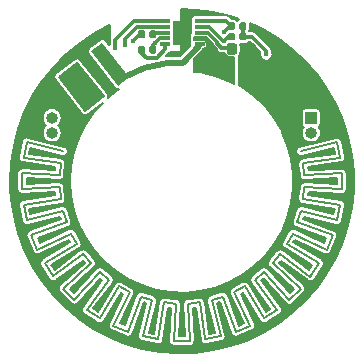
<source format=gbr>
G04 #@! TF.GenerationSoftware,KiCad,Pcbnew,(5.1.4)-1*
G04 #@! TF.CreationDate,2020-09-02T00:42:46-07:00*
G04 #@! TF.ProjectId,LED_Ring,4c45445f-5269-46e6-972e-6b696361645f,rev?*
G04 #@! TF.SameCoordinates,Original*
G04 #@! TF.FileFunction,Copper,L1,Top*
G04 #@! TF.FilePolarity,Positive*
%FSLAX46Y46*%
G04 Gerber Fmt 4.6, Leading zero omitted, Abs format (unit mm)*
G04 Created by KiCad (PCBNEW (5.1.4)-1) date 2020-09-02 00:42:46*
%MOMM*%
%LPD*%
G04 APERTURE LIST*
%ADD10C,0.203000*%
%ADD11C,0.500000*%
%ADD12C,1.193800*%
%ADD13C,0.100000*%
%ADD14C,0.590000*%
%ADD15R,0.812800X0.304800*%
%ADD16R,1.600200X2.006600*%
%ADD17R,0.500000X0.500000*%
%ADD18O,1.000000X1.000000*%
%ADD19R,1.000000X1.000000*%
%ADD20C,0.875000*%
%ADD21R,0.930000X1.320000*%
%ADD22C,0.450000*%
%ADD23C,0.304800*%
%ADD24C,0.508000*%
%ADD25C,0.127000*%
%ADD26C,0.203200*%
G04 APERTURE END LIST*
D10*
X96462259Y-79330245D02*
X96461800Y-80660400D01*
X96853046Y-76702031D02*
X96593095Y-78006538D01*
X123408280Y-78015804D02*
X123149230Y-76711118D01*
X123537741Y-80669755D02*
X123538200Y-79339600D01*
X123146954Y-83297969D02*
X123406905Y-81993462D01*
X122250938Y-85799443D02*
X122760391Y-84570716D01*
X120884124Y-88078047D02*
X121623500Y-86972319D01*
X119099040Y-90046217D02*
X120039926Y-89105980D01*
X116964285Y-91628317D02*
X118070524Y-90889704D01*
X114561896Y-92763546D02*
X115790975Y-92254942D01*
X111984196Y-93408280D02*
X113288882Y-93149230D01*
X109330245Y-93537741D02*
X110660400Y-93538200D01*
X106702031Y-93146954D02*
X108006538Y-93406905D01*
X104200557Y-92250938D02*
X105429284Y-92760391D01*
X101921953Y-90884124D02*
X103027681Y-91623500D01*
X99953783Y-89099040D02*
X100894020Y-90039926D01*
X98371683Y-86964285D02*
X99110296Y-88070524D01*
X97236454Y-84561896D02*
X97745058Y-85790975D01*
X99736820Y-78476479D02*
X99636909Y-79489783D01*
X120363200Y-79492000D02*
X120263506Y-78478675D01*
X120263180Y-81523521D02*
X120363091Y-80510217D01*
X119768752Y-83496494D02*
X120064429Y-82522153D01*
X118898916Y-85335099D02*
X119378997Y-84437163D01*
X117687099Y-86968679D02*
X118333134Y-86181656D01*
X116179872Y-88334456D02*
X116967034Y-87688590D01*
X114435156Y-89379945D02*
X115333195Y-88900057D01*
X112519999Y-90064968D02*
X113494404Y-89769500D01*
X110508000Y-90363200D02*
X111521325Y-90263506D01*
X108476479Y-90263180D02*
X109489783Y-90363091D01*
X106503506Y-89768752D02*
X107477847Y-90064429D01*
X104664901Y-88898916D02*
X105562837Y-89378997D01*
X103031321Y-87687099D02*
X103818344Y-88333134D01*
X101665544Y-86179872D02*
X102311410Y-86967034D01*
X100620055Y-84435156D02*
X101099943Y-85333195D01*
X99935032Y-82519999D02*
X100230500Y-83494404D01*
X99736820Y-78476479D02*
X96593095Y-78006539D01*
X120064968Y-77480001D02*
X123149230Y-76711118D01*
X120363200Y-79492000D02*
X123538200Y-79339600D01*
X120263180Y-81523521D02*
X123406905Y-81993461D01*
X119768752Y-83496494D02*
X122760390Y-84570715D01*
X118898916Y-85335099D02*
X121623501Y-86972319D01*
X117687099Y-86968679D02*
X120039926Y-89105980D01*
X116179872Y-88334456D02*
X118070523Y-90889703D01*
X114435156Y-89379945D02*
X115790975Y-92254942D01*
X112519999Y-90064968D02*
X113288882Y-93149230D01*
X110508000Y-90363200D02*
X110660400Y-93538200D01*
X108476479Y-90263180D02*
X108006539Y-93406905D01*
X106503506Y-89768752D02*
X105429285Y-92760390D01*
X104664901Y-88898916D02*
X103027681Y-91623501D01*
X103031321Y-87687099D02*
X100894020Y-90039926D01*
X101665544Y-86179872D02*
X99110297Y-88070523D01*
X100620055Y-84435156D02*
X97745058Y-85790975D01*
X99935032Y-82519999D02*
X96850770Y-83288882D01*
X99636909Y-79489782D02*
X96462259Y-79330244D01*
X99935571Y-77477847D02*
X96853046Y-76702031D01*
X120263506Y-78478675D02*
X123408280Y-78015804D01*
X120363091Y-80510218D02*
X123537741Y-80669756D01*
X120064429Y-82522153D02*
X123146954Y-83297969D01*
X119378996Y-84437163D02*
X122250937Y-85799443D01*
X118333134Y-86181655D02*
X120884124Y-88078047D01*
X116967034Y-87688590D02*
X119099040Y-90046217D01*
X115333195Y-88900057D02*
X116964285Y-91628316D01*
X113494404Y-89769500D02*
X114561896Y-92763546D01*
X111521325Y-90263506D02*
X111984196Y-93408280D01*
X109489782Y-90363091D02*
X109330244Y-93537741D01*
X107477847Y-90064429D02*
X106702031Y-93146954D01*
X105562837Y-89378996D02*
X104200557Y-92250937D01*
X103818345Y-88333134D02*
X101921953Y-90884124D01*
X102311410Y-86967034D02*
X99953783Y-89099040D01*
X101099943Y-85333195D02*
X98371684Y-86964285D01*
X100230500Y-83494404D02*
X97236454Y-84561896D01*
X96591720Y-81984196D02*
X96850770Y-83288882D01*
X99636800Y-80508000D02*
X99736494Y-81521325D01*
X99736494Y-81521325D02*
X96591720Y-81984196D01*
X99636800Y-80508000D02*
X96461800Y-80660400D01*
D11*
X104828053Y-71326979D02*
G75*
G02X109000001Y-69951600I5171947J-8673021D01*
G01*
D12*
X101732244Y-71812927D03*
D13*
G36*
X102403440Y-73641545D02*
G01*
X100120321Y-70719286D01*
X101061048Y-69984309D01*
X103344167Y-72906568D01*
X102403440Y-73641545D01*
X102403440Y-73641545D01*
G37*
D12*
X103933946Y-70092769D03*
D13*
G36*
X104605142Y-71921387D02*
G01*
X102322023Y-68999128D01*
X103262750Y-68264151D01*
X105545869Y-71186410D01*
X104605142Y-71921387D01*
X104605142Y-71921387D01*
G37*
G36*
X114357958Y-67447910D02*
G01*
X114372276Y-67450034D01*
X114386317Y-67453551D01*
X114399946Y-67458428D01*
X114413031Y-67464617D01*
X114425447Y-67472058D01*
X114437073Y-67480681D01*
X114447798Y-67490402D01*
X114457519Y-67501127D01*
X114466142Y-67512753D01*
X114473583Y-67525169D01*
X114479772Y-67538254D01*
X114484649Y-67551883D01*
X114488166Y-67565924D01*
X114490290Y-67580242D01*
X114491000Y-67594700D01*
X114491000Y-67939700D01*
X114490290Y-67954158D01*
X114488166Y-67968476D01*
X114484649Y-67982517D01*
X114479772Y-67996146D01*
X114473583Y-68009231D01*
X114466142Y-68021647D01*
X114457519Y-68033273D01*
X114447798Y-68043998D01*
X114437073Y-68053719D01*
X114425447Y-68062342D01*
X114413031Y-68069783D01*
X114399946Y-68075972D01*
X114386317Y-68080849D01*
X114372276Y-68084366D01*
X114357958Y-68086490D01*
X114343500Y-68087200D01*
X114048500Y-68087200D01*
X114034042Y-68086490D01*
X114019724Y-68084366D01*
X114005683Y-68080849D01*
X113992054Y-68075972D01*
X113978969Y-68069783D01*
X113966553Y-68062342D01*
X113954927Y-68053719D01*
X113944202Y-68043998D01*
X113934481Y-68033273D01*
X113925858Y-68021647D01*
X113918417Y-68009231D01*
X113912228Y-67996146D01*
X113907351Y-67982517D01*
X113903834Y-67968476D01*
X113901710Y-67954158D01*
X113901000Y-67939700D01*
X113901000Y-67594700D01*
X113901710Y-67580242D01*
X113903834Y-67565924D01*
X113907351Y-67551883D01*
X113912228Y-67538254D01*
X113918417Y-67525169D01*
X113925858Y-67512753D01*
X113934481Y-67501127D01*
X113944202Y-67490402D01*
X113954927Y-67480681D01*
X113966553Y-67472058D01*
X113978969Y-67464617D01*
X113992054Y-67458428D01*
X114005683Y-67453551D01*
X114019724Y-67450034D01*
X114034042Y-67447910D01*
X114048500Y-67447200D01*
X114343500Y-67447200D01*
X114357958Y-67447910D01*
X114357958Y-67447910D01*
G37*
D14*
X114196000Y-67767200D03*
D13*
G36*
X115327958Y-67447910D02*
G01*
X115342276Y-67450034D01*
X115356317Y-67453551D01*
X115369946Y-67458428D01*
X115383031Y-67464617D01*
X115395447Y-67472058D01*
X115407073Y-67480681D01*
X115417798Y-67490402D01*
X115427519Y-67501127D01*
X115436142Y-67512753D01*
X115443583Y-67525169D01*
X115449772Y-67538254D01*
X115454649Y-67551883D01*
X115458166Y-67565924D01*
X115460290Y-67580242D01*
X115461000Y-67594700D01*
X115461000Y-67939700D01*
X115460290Y-67954158D01*
X115458166Y-67968476D01*
X115454649Y-67982517D01*
X115449772Y-67996146D01*
X115443583Y-68009231D01*
X115436142Y-68021647D01*
X115427519Y-68033273D01*
X115417798Y-68043998D01*
X115407073Y-68053719D01*
X115395447Y-68062342D01*
X115383031Y-68069783D01*
X115369946Y-68075972D01*
X115356317Y-68080849D01*
X115342276Y-68084366D01*
X115327958Y-68086490D01*
X115313500Y-68087200D01*
X115018500Y-68087200D01*
X115004042Y-68086490D01*
X114989724Y-68084366D01*
X114975683Y-68080849D01*
X114962054Y-68075972D01*
X114948969Y-68069783D01*
X114936553Y-68062342D01*
X114924927Y-68053719D01*
X114914202Y-68043998D01*
X114904481Y-68033273D01*
X114895858Y-68021647D01*
X114888417Y-68009231D01*
X114882228Y-67996146D01*
X114877351Y-67982517D01*
X114873834Y-67968476D01*
X114871710Y-67954158D01*
X114871000Y-67939700D01*
X114871000Y-67594700D01*
X114871710Y-67580242D01*
X114873834Y-67565924D01*
X114877351Y-67551883D01*
X114882228Y-67538254D01*
X114888417Y-67525169D01*
X114895858Y-67512753D01*
X114904481Y-67501127D01*
X114914202Y-67490402D01*
X114924927Y-67480681D01*
X114936553Y-67472058D01*
X114948969Y-67464617D01*
X114962054Y-67458428D01*
X114975683Y-67453551D01*
X114989724Y-67450034D01*
X115004042Y-67447910D01*
X115018500Y-67447200D01*
X115313500Y-67447200D01*
X115327958Y-67447910D01*
X115327958Y-67447910D01*
G37*
D14*
X115166000Y-67767200D03*
D13*
G36*
X107707958Y-68565510D02*
G01*
X107722276Y-68567634D01*
X107736317Y-68571151D01*
X107749946Y-68576028D01*
X107763031Y-68582217D01*
X107775447Y-68589658D01*
X107787073Y-68598281D01*
X107797798Y-68608002D01*
X107807519Y-68618727D01*
X107816142Y-68630353D01*
X107823583Y-68642769D01*
X107829772Y-68655854D01*
X107834649Y-68669483D01*
X107838166Y-68683524D01*
X107840290Y-68697842D01*
X107841000Y-68712300D01*
X107841000Y-69057300D01*
X107840290Y-69071758D01*
X107838166Y-69086076D01*
X107834649Y-69100117D01*
X107829772Y-69113746D01*
X107823583Y-69126831D01*
X107816142Y-69139247D01*
X107807519Y-69150873D01*
X107797798Y-69161598D01*
X107787073Y-69171319D01*
X107775447Y-69179942D01*
X107763031Y-69187383D01*
X107749946Y-69193572D01*
X107736317Y-69198449D01*
X107722276Y-69201966D01*
X107707958Y-69204090D01*
X107693500Y-69204800D01*
X107398500Y-69204800D01*
X107384042Y-69204090D01*
X107369724Y-69201966D01*
X107355683Y-69198449D01*
X107342054Y-69193572D01*
X107328969Y-69187383D01*
X107316553Y-69179942D01*
X107304927Y-69171319D01*
X107294202Y-69161598D01*
X107284481Y-69150873D01*
X107275858Y-69139247D01*
X107268417Y-69126831D01*
X107262228Y-69113746D01*
X107257351Y-69100117D01*
X107253834Y-69086076D01*
X107251710Y-69071758D01*
X107251000Y-69057300D01*
X107251000Y-68712300D01*
X107251710Y-68697842D01*
X107253834Y-68683524D01*
X107257351Y-68669483D01*
X107262228Y-68655854D01*
X107268417Y-68642769D01*
X107275858Y-68630353D01*
X107284481Y-68618727D01*
X107294202Y-68608002D01*
X107304927Y-68598281D01*
X107316553Y-68589658D01*
X107328969Y-68582217D01*
X107342054Y-68576028D01*
X107355683Y-68571151D01*
X107369724Y-68567634D01*
X107384042Y-68565510D01*
X107398500Y-68564800D01*
X107693500Y-68564800D01*
X107707958Y-68565510D01*
X107707958Y-68565510D01*
G37*
D14*
X107546000Y-68884800D03*
D13*
G36*
X106737958Y-68565510D02*
G01*
X106752276Y-68567634D01*
X106766317Y-68571151D01*
X106779946Y-68576028D01*
X106793031Y-68582217D01*
X106805447Y-68589658D01*
X106817073Y-68598281D01*
X106827798Y-68608002D01*
X106837519Y-68618727D01*
X106846142Y-68630353D01*
X106853583Y-68642769D01*
X106859772Y-68655854D01*
X106864649Y-68669483D01*
X106868166Y-68683524D01*
X106870290Y-68697842D01*
X106871000Y-68712300D01*
X106871000Y-69057300D01*
X106870290Y-69071758D01*
X106868166Y-69086076D01*
X106864649Y-69100117D01*
X106859772Y-69113746D01*
X106853583Y-69126831D01*
X106846142Y-69139247D01*
X106837519Y-69150873D01*
X106827798Y-69161598D01*
X106817073Y-69171319D01*
X106805447Y-69179942D01*
X106793031Y-69187383D01*
X106779946Y-69193572D01*
X106766317Y-69198449D01*
X106752276Y-69201966D01*
X106737958Y-69204090D01*
X106723500Y-69204800D01*
X106428500Y-69204800D01*
X106414042Y-69204090D01*
X106399724Y-69201966D01*
X106385683Y-69198449D01*
X106372054Y-69193572D01*
X106358969Y-69187383D01*
X106346553Y-69179942D01*
X106334927Y-69171319D01*
X106324202Y-69161598D01*
X106314481Y-69150873D01*
X106305858Y-69139247D01*
X106298417Y-69126831D01*
X106292228Y-69113746D01*
X106287351Y-69100117D01*
X106283834Y-69086076D01*
X106281710Y-69071758D01*
X106281000Y-69057300D01*
X106281000Y-68712300D01*
X106281710Y-68697842D01*
X106283834Y-68683524D01*
X106287351Y-68669483D01*
X106292228Y-68655854D01*
X106298417Y-68642769D01*
X106305858Y-68630353D01*
X106314481Y-68618727D01*
X106324202Y-68608002D01*
X106334927Y-68598281D01*
X106346553Y-68589658D01*
X106358969Y-68582217D01*
X106372054Y-68576028D01*
X106385683Y-68571151D01*
X106399724Y-68567634D01*
X106414042Y-68565510D01*
X106428500Y-68564800D01*
X106723500Y-68564800D01*
X106737958Y-68565510D01*
X106737958Y-68565510D01*
G37*
D14*
X106576000Y-68884800D03*
D13*
G36*
X107707958Y-67244710D02*
G01*
X107722276Y-67246834D01*
X107736317Y-67250351D01*
X107749946Y-67255228D01*
X107763031Y-67261417D01*
X107775447Y-67268858D01*
X107787073Y-67277481D01*
X107797798Y-67287202D01*
X107807519Y-67297927D01*
X107816142Y-67309553D01*
X107823583Y-67321969D01*
X107829772Y-67335054D01*
X107834649Y-67348683D01*
X107838166Y-67362724D01*
X107840290Y-67377042D01*
X107841000Y-67391500D01*
X107841000Y-67736500D01*
X107840290Y-67750958D01*
X107838166Y-67765276D01*
X107834649Y-67779317D01*
X107829772Y-67792946D01*
X107823583Y-67806031D01*
X107816142Y-67818447D01*
X107807519Y-67830073D01*
X107797798Y-67840798D01*
X107787073Y-67850519D01*
X107775447Y-67859142D01*
X107763031Y-67866583D01*
X107749946Y-67872772D01*
X107736317Y-67877649D01*
X107722276Y-67881166D01*
X107707958Y-67883290D01*
X107693500Y-67884000D01*
X107398500Y-67884000D01*
X107384042Y-67883290D01*
X107369724Y-67881166D01*
X107355683Y-67877649D01*
X107342054Y-67872772D01*
X107328969Y-67866583D01*
X107316553Y-67859142D01*
X107304927Y-67850519D01*
X107294202Y-67840798D01*
X107284481Y-67830073D01*
X107275858Y-67818447D01*
X107268417Y-67806031D01*
X107262228Y-67792946D01*
X107257351Y-67779317D01*
X107253834Y-67765276D01*
X107251710Y-67750958D01*
X107251000Y-67736500D01*
X107251000Y-67391500D01*
X107251710Y-67377042D01*
X107253834Y-67362724D01*
X107257351Y-67348683D01*
X107262228Y-67335054D01*
X107268417Y-67321969D01*
X107275858Y-67309553D01*
X107284481Y-67297927D01*
X107294202Y-67287202D01*
X107304927Y-67277481D01*
X107316553Y-67268858D01*
X107328969Y-67261417D01*
X107342054Y-67255228D01*
X107355683Y-67250351D01*
X107369724Y-67246834D01*
X107384042Y-67244710D01*
X107398500Y-67244000D01*
X107693500Y-67244000D01*
X107707958Y-67244710D01*
X107707958Y-67244710D01*
G37*
D14*
X107546000Y-67564000D03*
D13*
G36*
X106737958Y-67244710D02*
G01*
X106752276Y-67246834D01*
X106766317Y-67250351D01*
X106779946Y-67255228D01*
X106793031Y-67261417D01*
X106805447Y-67268858D01*
X106817073Y-67277481D01*
X106827798Y-67287202D01*
X106837519Y-67297927D01*
X106846142Y-67309553D01*
X106853583Y-67321969D01*
X106859772Y-67335054D01*
X106864649Y-67348683D01*
X106868166Y-67362724D01*
X106870290Y-67377042D01*
X106871000Y-67391500D01*
X106871000Y-67736500D01*
X106870290Y-67750958D01*
X106868166Y-67765276D01*
X106864649Y-67779317D01*
X106859772Y-67792946D01*
X106853583Y-67806031D01*
X106846142Y-67818447D01*
X106837519Y-67830073D01*
X106827798Y-67840798D01*
X106817073Y-67850519D01*
X106805447Y-67859142D01*
X106793031Y-67866583D01*
X106779946Y-67872772D01*
X106766317Y-67877649D01*
X106752276Y-67881166D01*
X106737958Y-67883290D01*
X106723500Y-67884000D01*
X106428500Y-67884000D01*
X106414042Y-67883290D01*
X106399724Y-67881166D01*
X106385683Y-67877649D01*
X106372054Y-67872772D01*
X106358969Y-67866583D01*
X106346553Y-67859142D01*
X106334927Y-67850519D01*
X106324202Y-67840798D01*
X106314481Y-67830073D01*
X106305858Y-67818447D01*
X106298417Y-67806031D01*
X106292228Y-67792946D01*
X106287351Y-67779317D01*
X106283834Y-67765276D01*
X106281710Y-67750958D01*
X106281000Y-67736500D01*
X106281000Y-67391500D01*
X106281710Y-67377042D01*
X106283834Y-67362724D01*
X106287351Y-67348683D01*
X106292228Y-67335054D01*
X106298417Y-67321969D01*
X106305858Y-67309553D01*
X106314481Y-67297927D01*
X106324202Y-67287202D01*
X106334927Y-67277481D01*
X106346553Y-67268858D01*
X106358969Y-67261417D01*
X106372054Y-67255228D01*
X106385683Y-67250351D01*
X106399724Y-67246834D01*
X106414042Y-67244710D01*
X106428500Y-67244000D01*
X106723500Y-67244000D01*
X106737958Y-67244710D01*
X106737958Y-67244710D01*
G37*
D14*
X106576000Y-67564000D03*
D15*
X108597400Y-66418599D03*
X108597400Y-66918601D03*
X108597400Y-67418600D03*
X108597400Y-67918599D03*
X108597400Y-68418601D03*
X111493000Y-68418601D03*
X111493000Y-67918599D03*
X111493000Y-67418600D03*
X111493000Y-66918601D03*
X111493000Y-66418599D03*
D16*
X110045200Y-67418600D03*
D17*
X111203400Y-69965400D03*
X109003400Y-69965400D03*
D13*
G36*
X115327958Y-66558910D02*
G01*
X115342276Y-66561034D01*
X115356317Y-66564551D01*
X115369946Y-66569428D01*
X115383031Y-66575617D01*
X115395447Y-66583058D01*
X115407073Y-66591681D01*
X115417798Y-66601402D01*
X115427519Y-66612127D01*
X115436142Y-66623753D01*
X115443583Y-66636169D01*
X115449772Y-66649254D01*
X115454649Y-66662883D01*
X115458166Y-66676924D01*
X115460290Y-66691242D01*
X115461000Y-66705700D01*
X115461000Y-67050700D01*
X115460290Y-67065158D01*
X115458166Y-67079476D01*
X115454649Y-67093517D01*
X115449772Y-67107146D01*
X115443583Y-67120231D01*
X115436142Y-67132647D01*
X115427519Y-67144273D01*
X115417798Y-67154998D01*
X115407073Y-67164719D01*
X115395447Y-67173342D01*
X115383031Y-67180783D01*
X115369946Y-67186972D01*
X115356317Y-67191849D01*
X115342276Y-67195366D01*
X115327958Y-67197490D01*
X115313500Y-67198200D01*
X115018500Y-67198200D01*
X115004042Y-67197490D01*
X114989724Y-67195366D01*
X114975683Y-67191849D01*
X114962054Y-67186972D01*
X114948969Y-67180783D01*
X114936553Y-67173342D01*
X114924927Y-67164719D01*
X114914202Y-67154998D01*
X114904481Y-67144273D01*
X114895858Y-67132647D01*
X114888417Y-67120231D01*
X114882228Y-67107146D01*
X114877351Y-67093517D01*
X114873834Y-67079476D01*
X114871710Y-67065158D01*
X114871000Y-67050700D01*
X114871000Y-66705700D01*
X114871710Y-66691242D01*
X114873834Y-66676924D01*
X114877351Y-66662883D01*
X114882228Y-66649254D01*
X114888417Y-66636169D01*
X114895858Y-66623753D01*
X114904481Y-66612127D01*
X114914202Y-66601402D01*
X114924927Y-66591681D01*
X114936553Y-66583058D01*
X114948969Y-66575617D01*
X114962054Y-66569428D01*
X114975683Y-66564551D01*
X114989724Y-66561034D01*
X115004042Y-66558910D01*
X115018500Y-66558200D01*
X115313500Y-66558200D01*
X115327958Y-66558910D01*
X115327958Y-66558910D01*
G37*
D14*
X115166000Y-66878200D03*
D13*
G36*
X114357958Y-66558910D02*
G01*
X114372276Y-66561034D01*
X114386317Y-66564551D01*
X114399946Y-66569428D01*
X114413031Y-66575617D01*
X114425447Y-66583058D01*
X114437073Y-66591681D01*
X114447798Y-66601402D01*
X114457519Y-66612127D01*
X114466142Y-66623753D01*
X114473583Y-66636169D01*
X114479772Y-66649254D01*
X114484649Y-66662883D01*
X114488166Y-66676924D01*
X114490290Y-66691242D01*
X114491000Y-66705700D01*
X114491000Y-67050700D01*
X114490290Y-67065158D01*
X114488166Y-67079476D01*
X114484649Y-67093517D01*
X114479772Y-67107146D01*
X114473583Y-67120231D01*
X114466142Y-67132647D01*
X114457519Y-67144273D01*
X114447798Y-67154998D01*
X114437073Y-67164719D01*
X114425447Y-67173342D01*
X114413031Y-67180783D01*
X114399946Y-67186972D01*
X114386317Y-67191849D01*
X114372276Y-67195366D01*
X114357958Y-67197490D01*
X114343500Y-67198200D01*
X114048500Y-67198200D01*
X114034042Y-67197490D01*
X114019724Y-67195366D01*
X114005683Y-67191849D01*
X113992054Y-67186972D01*
X113978969Y-67180783D01*
X113966553Y-67173342D01*
X113954927Y-67164719D01*
X113944202Y-67154998D01*
X113934481Y-67144273D01*
X113925858Y-67132647D01*
X113918417Y-67120231D01*
X113912228Y-67107146D01*
X113907351Y-67093517D01*
X113903834Y-67079476D01*
X113901710Y-67065158D01*
X113901000Y-67050700D01*
X113901000Y-66705700D01*
X113901710Y-66691242D01*
X113903834Y-66676924D01*
X113907351Y-66662883D01*
X113912228Y-66649254D01*
X113918417Y-66636169D01*
X113925858Y-66623753D01*
X113934481Y-66612127D01*
X113944202Y-66601402D01*
X113954927Y-66591681D01*
X113966553Y-66583058D01*
X113978969Y-66575617D01*
X113992054Y-66569428D01*
X114005683Y-66564551D01*
X114019724Y-66561034D01*
X114034042Y-66558910D01*
X114048500Y-66558200D01*
X114343500Y-66558200D01*
X114357958Y-66558910D01*
X114357958Y-66558910D01*
G37*
D14*
X114196000Y-66878200D03*
D18*
X99009680Y-75913900D03*
X99009680Y-74643900D03*
D19*
X99009680Y-73373900D03*
D18*
X120941580Y-75913420D03*
D19*
X120941580Y-74643420D03*
D13*
G36*
X114463891Y-68334653D02*
G01*
X114485126Y-68337803D01*
X114505950Y-68343019D01*
X114526162Y-68350251D01*
X114545568Y-68359430D01*
X114563981Y-68370466D01*
X114581224Y-68383254D01*
X114597130Y-68397670D01*
X114611546Y-68413576D01*
X114624334Y-68430819D01*
X114635370Y-68449232D01*
X114644549Y-68468638D01*
X114651781Y-68488850D01*
X114656997Y-68509674D01*
X114660147Y-68530909D01*
X114661200Y-68552350D01*
X114661200Y-69064850D01*
X114660147Y-69086291D01*
X114656997Y-69107526D01*
X114651781Y-69128350D01*
X114644549Y-69148562D01*
X114635370Y-69167968D01*
X114624334Y-69186381D01*
X114611546Y-69203624D01*
X114597130Y-69219530D01*
X114581224Y-69233946D01*
X114563981Y-69246734D01*
X114545568Y-69257770D01*
X114526162Y-69266949D01*
X114505950Y-69274181D01*
X114485126Y-69279397D01*
X114463891Y-69282547D01*
X114442450Y-69283600D01*
X114004950Y-69283600D01*
X113983509Y-69282547D01*
X113962274Y-69279397D01*
X113941450Y-69274181D01*
X113921238Y-69266949D01*
X113901832Y-69257770D01*
X113883419Y-69246734D01*
X113866176Y-69233946D01*
X113850270Y-69219530D01*
X113835854Y-69203624D01*
X113823066Y-69186381D01*
X113812030Y-69167968D01*
X113802851Y-69148562D01*
X113795619Y-69128350D01*
X113790403Y-69107526D01*
X113787253Y-69086291D01*
X113786200Y-69064850D01*
X113786200Y-68552350D01*
X113787253Y-68530909D01*
X113790403Y-68509674D01*
X113795619Y-68488850D01*
X113802851Y-68468638D01*
X113812030Y-68449232D01*
X113823066Y-68430819D01*
X113835854Y-68413576D01*
X113850270Y-68397670D01*
X113866176Y-68383254D01*
X113883419Y-68370466D01*
X113901832Y-68359430D01*
X113921238Y-68350251D01*
X113941450Y-68343019D01*
X113962274Y-68337803D01*
X113983509Y-68334653D01*
X114004950Y-68333600D01*
X114442450Y-68333600D01*
X114463891Y-68334653D01*
X114463891Y-68334653D01*
G37*
D20*
X114223700Y-68808600D03*
D13*
G36*
X116038891Y-68334653D02*
G01*
X116060126Y-68337803D01*
X116080950Y-68343019D01*
X116101162Y-68350251D01*
X116120568Y-68359430D01*
X116138981Y-68370466D01*
X116156224Y-68383254D01*
X116172130Y-68397670D01*
X116186546Y-68413576D01*
X116199334Y-68430819D01*
X116210370Y-68449232D01*
X116219549Y-68468638D01*
X116226781Y-68488850D01*
X116231997Y-68509674D01*
X116235147Y-68530909D01*
X116236200Y-68552350D01*
X116236200Y-69064850D01*
X116235147Y-69086291D01*
X116231997Y-69107526D01*
X116226781Y-69128350D01*
X116219549Y-69148562D01*
X116210370Y-69167968D01*
X116199334Y-69186381D01*
X116186546Y-69203624D01*
X116172130Y-69219530D01*
X116156224Y-69233946D01*
X116138981Y-69246734D01*
X116120568Y-69257770D01*
X116101162Y-69266949D01*
X116080950Y-69274181D01*
X116060126Y-69279397D01*
X116038891Y-69282547D01*
X116017450Y-69283600D01*
X115579950Y-69283600D01*
X115558509Y-69282547D01*
X115537274Y-69279397D01*
X115516450Y-69274181D01*
X115496238Y-69266949D01*
X115476832Y-69257770D01*
X115458419Y-69246734D01*
X115441176Y-69233946D01*
X115425270Y-69219530D01*
X115410854Y-69203624D01*
X115398066Y-69186381D01*
X115387030Y-69167968D01*
X115377851Y-69148562D01*
X115370619Y-69128350D01*
X115365403Y-69107526D01*
X115362253Y-69086291D01*
X115361200Y-69064850D01*
X115361200Y-68552350D01*
X115362253Y-68530909D01*
X115365403Y-68509674D01*
X115370619Y-68488850D01*
X115377851Y-68468638D01*
X115387030Y-68449232D01*
X115398066Y-68430819D01*
X115410854Y-68413576D01*
X115425270Y-68397670D01*
X115441176Y-68383254D01*
X115458419Y-68370466D01*
X115476832Y-68359430D01*
X115496238Y-68350251D01*
X115516450Y-68343019D01*
X115537274Y-68337803D01*
X115558509Y-68334653D01*
X115579950Y-68333600D01*
X116017450Y-68333600D01*
X116038891Y-68334653D01*
X116038891Y-68334653D01*
G37*
D20*
X115798700Y-68808600D03*
D21*
X114089600Y-70180200D03*
X115729600Y-70180200D03*
D22*
X100457000Y-71882000D03*
X101295200Y-72974200D03*
X113360200Y-68757800D03*
X110540800Y-68097400D03*
X109524800Y-67386200D03*
X105841800Y-68148200D03*
X117068600Y-70967600D03*
X117119400Y-70078600D03*
X104329142Y-68692622D03*
X112395000Y-68554600D03*
X113567106Y-68101094D03*
X113538000Y-67386200D03*
X107752671Y-68281071D03*
X117144800Y-69265800D03*
X105156000Y-68478400D03*
D23*
X114223700Y-68808600D02*
X113969700Y-69062600D01*
X114172900Y-68757800D02*
X114223700Y-68808600D01*
X113360200Y-68757800D02*
X114172900Y-68757800D01*
X113004600Y-68219000D02*
X113004600Y-68402200D01*
X111493000Y-67418600D02*
X112204200Y-67418600D01*
X113004600Y-68402200D02*
X113360200Y-68757800D01*
X112204200Y-67418600D02*
X113004600Y-68219000D01*
X106576000Y-67564000D02*
X106426000Y-67564000D01*
X106426000Y-67564000D02*
X105841800Y-68148200D01*
X115729600Y-70180200D02*
X116281200Y-70180200D01*
X116281200Y-70180200D02*
X117068600Y-70967600D01*
X115798700Y-68808600D02*
X115849400Y-68808600D01*
X115849400Y-68808600D02*
X117119400Y-70078600D01*
X104343200Y-68678564D02*
X104329142Y-68692622D01*
X104343200Y-68046600D02*
X104343200Y-68678564D01*
X108597400Y-66418599D02*
X105971201Y-66418599D01*
X105971201Y-66418599D02*
X104343200Y-68046600D01*
X113901000Y-67767200D02*
X113567106Y-68101094D01*
X114196000Y-67767200D02*
X113901000Y-67767200D01*
X113516294Y-68101094D02*
X113567106Y-68101094D01*
X111493000Y-66918601D02*
X112333801Y-66918601D01*
X112333801Y-66918601D02*
X113516294Y-68101094D01*
X107010200Y-69545200D02*
X107879671Y-69545200D01*
X108597400Y-68827471D02*
X108597400Y-68418601D01*
X107879671Y-69545200D02*
X108597400Y-68827471D01*
X106576000Y-68884800D02*
X106576000Y-69111000D01*
X106576000Y-69111000D02*
X107010200Y-69545200D01*
X107691400Y-67418600D02*
X107546000Y-67564000D01*
X108597400Y-67418600D02*
X107691400Y-67418600D01*
X113736399Y-66418599D02*
X114196000Y-66878200D01*
X111493000Y-66418599D02*
X113736399Y-66418599D01*
X114046000Y-66878200D02*
X113538000Y-67386200D01*
X114196000Y-66878200D02*
X114046000Y-66878200D01*
X107546000Y-68487742D02*
X107546000Y-68884800D01*
X108115143Y-67918599D02*
X107752671Y-68281071D01*
X108597400Y-67918599D02*
X108115143Y-67918599D01*
X107752671Y-68281071D02*
X107546000Y-68487742D01*
X115166000Y-67767200D02*
X115166000Y-66878200D01*
X115964398Y-67767200D02*
X115166000Y-67767200D01*
X117144800Y-68947602D02*
X115964398Y-67767200D01*
X117144800Y-69265800D02*
X117144800Y-68947602D01*
X105156000Y-67995800D02*
X105156000Y-68478400D01*
X108597400Y-66918601D02*
X106233199Y-66918601D01*
X106233199Y-66918601D02*
X105156000Y-67995800D01*
D24*
X109595400Y-69965400D02*
X109003400Y-69965400D01*
X111449600Y-68568400D02*
X110052600Y-69965400D01*
X110052600Y-69965400D02*
X109595400Y-69965400D01*
D25*
G36*
X112661700Y-68361034D02*
G01*
X112661700Y-68385365D01*
X112660042Y-68402200D01*
X112661700Y-68419035D01*
X112661700Y-68419043D01*
X112666662Y-68469420D01*
X112686269Y-68534057D01*
X112718110Y-68593627D01*
X112760961Y-68645840D01*
X112774043Y-68656576D01*
X112951780Y-68834313D01*
X112960668Y-68878997D01*
X112991989Y-68954613D01*
X113037460Y-69022666D01*
X113095334Y-69080540D01*
X113163387Y-69126011D01*
X113239003Y-69157332D01*
X113319277Y-69173300D01*
X113401123Y-69173300D01*
X113481397Y-69157332D01*
X113557013Y-69126011D01*
X113594894Y-69100700D01*
X113598310Y-69100700D01*
X113602660Y-69144870D01*
X113626001Y-69221816D01*
X113663905Y-69292729D01*
X113714915Y-69354885D01*
X113777071Y-69405895D01*
X113847984Y-69443799D01*
X113924930Y-69467140D01*
X114004950Y-69475021D01*
X114419059Y-69475021D01*
X114424919Y-71801000D01*
X113930478Y-71530039D01*
X112766473Y-71081730D01*
X111553100Y-70792569D01*
X111042227Y-70741175D01*
X111028497Y-69618121D01*
X111779344Y-68867274D01*
X111820975Y-68816546D01*
X111849906Y-68762422D01*
X111899400Y-68762422D01*
X111936744Y-68758744D01*
X111972654Y-68747851D01*
X112005748Y-68730162D01*
X112034755Y-68706356D01*
X112058561Y-68677349D01*
X112076250Y-68644255D01*
X112087143Y-68608345D01*
X112090821Y-68571001D01*
X112090821Y-68266201D01*
X112087143Y-68228857D01*
X112076250Y-68192947D01*
X112058561Y-68159853D01*
X112034755Y-68130846D01*
X112005748Y-68107040D01*
X111972654Y-68089351D01*
X111936744Y-68078458D01*
X111899400Y-68074780D01*
X111086600Y-68074780D01*
X111049256Y-68078458D01*
X111036721Y-68082260D01*
X111036721Y-67768300D01*
X112068967Y-67768300D01*
X112661700Y-68361034D01*
X112661700Y-68361034D01*
G37*
X112661700Y-68361034D02*
X112661700Y-68385365D01*
X112660042Y-68402200D01*
X112661700Y-68419035D01*
X112661700Y-68419043D01*
X112666662Y-68469420D01*
X112686269Y-68534057D01*
X112718110Y-68593627D01*
X112760961Y-68645840D01*
X112774043Y-68656576D01*
X112951780Y-68834313D01*
X112960668Y-68878997D01*
X112991989Y-68954613D01*
X113037460Y-69022666D01*
X113095334Y-69080540D01*
X113163387Y-69126011D01*
X113239003Y-69157332D01*
X113319277Y-69173300D01*
X113401123Y-69173300D01*
X113481397Y-69157332D01*
X113557013Y-69126011D01*
X113594894Y-69100700D01*
X113598310Y-69100700D01*
X113602660Y-69144870D01*
X113626001Y-69221816D01*
X113663905Y-69292729D01*
X113714915Y-69354885D01*
X113777071Y-69405895D01*
X113847984Y-69443799D01*
X113924930Y-69467140D01*
X114004950Y-69475021D01*
X114419059Y-69475021D01*
X114424919Y-71801000D01*
X113930478Y-71530039D01*
X112766473Y-71081730D01*
X111553100Y-70792569D01*
X111042227Y-70741175D01*
X111028497Y-69618121D01*
X111779344Y-68867274D01*
X111820975Y-68816546D01*
X111849906Y-68762422D01*
X111899400Y-68762422D01*
X111936744Y-68758744D01*
X111972654Y-68747851D01*
X112005748Y-68730162D01*
X112034755Y-68706356D01*
X112058561Y-68677349D01*
X112076250Y-68644255D01*
X112087143Y-68608345D01*
X112090821Y-68571001D01*
X112090821Y-68266201D01*
X112087143Y-68228857D01*
X112076250Y-68192947D01*
X112058561Y-68159853D01*
X112034755Y-68130846D01*
X112005748Y-68107040D01*
X111972654Y-68089351D01*
X111936744Y-68078458D01*
X111899400Y-68074780D01*
X111086600Y-68074780D01*
X111049256Y-68078458D01*
X111036721Y-68082260D01*
X111036721Y-67768300D01*
X112068967Y-67768300D01*
X112661700Y-68361034D01*
G36*
X103378096Y-72826099D02*
G01*
X101807382Y-74045264D01*
X99555588Y-71210732D01*
X101126302Y-69991566D01*
X103378096Y-72826099D01*
X103378096Y-72826099D01*
G37*
X103378096Y-72826099D02*
X101807382Y-74045264D01*
X99555588Y-71210732D01*
X101126302Y-69991566D01*
X103378096Y-72826099D01*
D26*
G36*
X116846715Y-67140959D02*
G01*
X118132606Y-67913099D01*
X119332290Y-68813364D01*
X120433048Y-69832210D01*
X121423214Y-70958837D01*
X122292291Y-72181303D01*
X123031067Y-73486648D01*
X123631710Y-74861037D01*
X124087853Y-76289900D01*
X124394662Y-77758091D01*
X124548884Y-79250047D01*
X124548884Y-80749953D01*
X124394662Y-82241909D01*
X124087853Y-83710100D01*
X123631710Y-85138963D01*
X123031067Y-86513352D01*
X122292291Y-87818697D01*
X121423214Y-89041163D01*
X120433048Y-90167790D01*
X119332290Y-91186636D01*
X118132606Y-92086901D01*
X116846715Y-92859041D01*
X115488247Y-93494873D01*
X114071603Y-93987655D01*
X112611798Y-94332165D01*
X111124308Y-94524751D01*
X109624899Y-94563370D01*
X108129467Y-94447614D01*
X106653863Y-94178710D01*
X105213729Y-93759508D01*
X103824330Y-93194452D01*
X102500396Y-92489531D01*
X101255958Y-91652218D01*
X100104210Y-90691389D01*
X99057360Y-89617228D01*
X98126504Y-88441122D01*
X97321511Y-87175539D01*
X96650912Y-85833893D01*
X96121817Y-84430406D01*
X95739835Y-82979955D01*
X95509013Y-81497917D01*
X95466851Y-80679974D01*
X96054005Y-80679974D01*
X96058404Y-80709857D01*
X96061353Y-80739910D01*
X96064220Y-80749374D01*
X96065660Y-80759155D01*
X96075803Y-80787603D01*
X96084559Y-80816505D01*
X96089216Y-80825225D01*
X96092537Y-80834540D01*
X96108035Y-80860463D01*
X96122262Y-80887102D01*
X96128533Y-80894748D01*
X96133606Y-80903234D01*
X96153861Y-80925632D01*
X96173014Y-80948987D01*
X96180655Y-80955262D01*
X96187287Y-80962596D01*
X96211523Y-80980613D01*
X96234863Y-80999781D01*
X96243583Y-81004446D01*
X96251517Y-81010344D01*
X96278795Y-81023283D01*
X96305434Y-81037534D01*
X96314899Y-81040409D01*
X96323828Y-81044644D01*
X96353111Y-81052014D01*
X96382013Y-81060792D01*
X96391851Y-81061764D01*
X96401441Y-81064178D01*
X96431615Y-81065694D01*
X96461660Y-81068664D01*
X96491370Y-81065748D01*
X99270289Y-80932360D01*
X99294233Y-81175743D01*
X96542232Y-81580803D01*
X96512210Y-81583749D01*
X96483613Y-81592413D01*
X96454612Y-81599643D01*
X96445383Y-81603995D01*
X96435614Y-81606955D01*
X96409253Y-81621034D01*
X96382224Y-81633780D01*
X96374020Y-81639850D01*
X96365018Y-81644658D01*
X96341909Y-81663610D01*
X96317887Y-81681384D01*
X96311026Y-81688937D01*
X96303133Y-81695410D01*
X96284161Y-81718512D01*
X96264073Y-81740625D01*
X96258818Y-81749369D01*
X96252339Y-81757259D01*
X96238239Y-81783616D01*
X96222850Y-81809226D01*
X96219401Y-81818831D01*
X96214587Y-81827830D01*
X96205902Y-81856423D01*
X96195802Y-81884551D01*
X96194293Y-81894644D01*
X96191327Y-81904410D01*
X96188388Y-81934150D01*
X96183970Y-81963705D01*
X96184459Y-81973902D01*
X96183456Y-81984055D01*
X96186374Y-82013785D01*
X96187807Y-82043646D01*
X96195109Y-82072937D01*
X96450281Y-83358092D01*
X96454629Y-83387636D01*
X96464771Y-83416081D01*
X96473529Y-83444988D01*
X96478188Y-83453712D01*
X96481508Y-83463023D01*
X96497004Y-83488944D01*
X96511232Y-83515584D01*
X96517500Y-83523227D01*
X96522575Y-83531716D01*
X96542837Y-83554122D01*
X96561984Y-83577469D01*
X96569625Y-83583744D01*
X96576257Y-83591078D01*
X96600486Y-83609090D01*
X96623832Y-83628263D01*
X96632555Y-83632929D01*
X96640487Y-83638826D01*
X96667766Y-83651766D01*
X96694403Y-83666015D01*
X96703866Y-83668889D01*
X96712798Y-83673126D01*
X96742084Y-83680497D01*
X96770983Y-83689274D01*
X96780823Y-83690247D01*
X96790412Y-83692660D01*
X96820580Y-83694176D01*
X96850628Y-83697146D01*
X96860465Y-83696181D01*
X96870343Y-83696677D01*
X96900233Y-83692278D01*
X96930280Y-83689329D01*
X96958852Y-83680673D01*
X99658352Y-83007708D01*
X99729318Y-83241743D01*
X97109222Y-84175908D01*
X97080349Y-84184655D01*
X97053992Y-84198731D01*
X97026958Y-84211481D01*
X97018753Y-84217552D01*
X97009752Y-84222359D01*
X96986642Y-84241311D01*
X96962621Y-84259084D01*
X96955762Y-84266634D01*
X96947867Y-84273109D01*
X96928895Y-84296210D01*
X96908806Y-84318325D01*
X96903549Y-84327073D01*
X96897073Y-84334959D01*
X96882976Y-84361310D01*
X96867584Y-84386926D01*
X96864135Y-84396531D01*
X96859321Y-84405530D01*
X96850639Y-84434116D01*
X96840536Y-84462251D01*
X96839027Y-84472349D01*
X96836062Y-84482110D01*
X96833123Y-84511846D01*
X96828704Y-84541406D01*
X96829193Y-84551597D01*
X96828189Y-84561756D01*
X96831108Y-84591498D01*
X96832541Y-84621346D01*
X96835010Y-84631251D01*
X96836007Y-84641405D01*
X96844672Y-84670006D01*
X96851901Y-84699004D01*
X96864769Y-84726290D01*
X97365768Y-85936991D01*
X97375795Y-85965115D01*
X97391290Y-85991032D01*
X97405520Y-86017677D01*
X97411791Y-86025324D01*
X97416864Y-86033809D01*
X97437111Y-86056199D01*
X97456270Y-86079561D01*
X97463915Y-86085840D01*
X97470544Y-86093170D01*
X97494769Y-86111179D01*
X97518120Y-86130356D01*
X97526843Y-86135022D01*
X97534775Y-86140919D01*
X97562054Y-86153859D01*
X97588691Y-86168108D01*
X97598154Y-86170982D01*
X97607086Y-86175219D01*
X97636370Y-86182589D01*
X97665270Y-86191367D01*
X97675110Y-86192340D01*
X97684699Y-86194753D01*
X97714869Y-86196269D01*
X97744917Y-86199239D01*
X97754754Y-86198274D01*
X97764632Y-86198770D01*
X97794522Y-86194371D01*
X97824567Y-86191422D01*
X97834025Y-86188556D01*
X97843812Y-86187116D01*
X97872269Y-86176970D01*
X97901163Y-86168216D01*
X97927497Y-86154152D01*
X100443838Y-84967472D01*
X100559099Y-85183165D01*
X98171613Y-86610524D01*
X98144981Y-86624747D01*
X98121860Y-86643709D01*
X98097850Y-86661474D01*
X98090992Y-86669023D01*
X98083096Y-86675499D01*
X98064120Y-86698605D01*
X98044037Y-86720713D01*
X98038783Y-86729456D01*
X98032302Y-86737348D01*
X98018196Y-86763717D01*
X98002814Y-86789315D01*
X97999367Y-86798914D01*
X97994550Y-86807919D01*
X97985862Y-86836523D01*
X97975766Y-86864640D01*
X97974257Y-86874732D01*
X97971291Y-86884499D01*
X97968350Y-86914254D01*
X97963934Y-86943794D01*
X97964423Y-86953979D01*
X97963418Y-86964144D01*
X97966339Y-86993906D01*
X97967771Y-87023736D01*
X97970239Y-87033634D01*
X97971236Y-87043795D01*
X97979906Y-87072413D01*
X97987131Y-87101392D01*
X97991481Y-87110616D01*
X97994442Y-87120390D01*
X98008525Y-87146760D01*
X98021268Y-87173781D01*
X98039217Y-87198039D01*
X98766797Y-88287755D01*
X98782103Y-88313357D01*
X98802336Y-88335731D01*
X98821510Y-88359111D01*
X98829159Y-88365393D01*
X98835784Y-88372719D01*
X98859994Y-88390716D01*
X98883358Y-88409905D01*
X98892087Y-88414574D01*
X98900013Y-88420467D01*
X98927262Y-88433392D01*
X98953929Y-88447658D01*
X98963406Y-88450536D01*
X98972325Y-88454767D01*
X99001567Y-88462127D01*
X99030509Y-88470917D01*
X99040363Y-88471891D01*
X99049939Y-88474301D01*
X99080065Y-88475815D01*
X99110155Y-88478789D01*
X99120006Y-88477822D01*
X99129871Y-88478318D01*
X99159722Y-88473924D01*
X99189806Y-88470972D01*
X99199275Y-88468103D01*
X99209052Y-88466664D01*
X99237491Y-88456524D01*
X99266401Y-88447765D01*
X99275124Y-88443107D01*
X99284437Y-88439786D01*
X99310355Y-88424291D01*
X99336998Y-88410062D01*
X99360091Y-88391123D01*
X101596563Y-86736338D01*
X101751689Y-86925400D01*
X99688533Y-88791115D01*
X99665196Y-88810254D01*
X99646233Y-88833345D01*
X99626135Y-88855469D01*
X99620876Y-88864221D01*
X99614402Y-88872104D01*
X99600308Y-88898449D01*
X99584913Y-88924070D01*
X99581464Y-88933676D01*
X99576650Y-88942674D01*
X99567968Y-88971260D01*
X99557865Y-88999395D01*
X99556355Y-89009494D01*
X99553391Y-89019254D01*
X99550452Y-89048988D01*
X99546033Y-89078549D01*
X99546522Y-89088741D01*
X99545518Y-89098900D01*
X99548437Y-89128643D01*
X99549870Y-89158490D01*
X99552339Y-89168395D01*
X99553336Y-89178550D01*
X99562001Y-89207150D01*
X99569230Y-89236148D01*
X99573582Y-89245377D01*
X99576542Y-89255146D01*
X99590623Y-89281512D01*
X99603367Y-89308535D01*
X99609436Y-89316737D01*
X99614245Y-89325742D01*
X99633198Y-89348852D01*
X99650971Y-89372873D01*
X99673314Y-89393170D01*
X100599497Y-90319993D01*
X100619507Y-90342121D01*
X100643729Y-90360128D01*
X100667083Y-90379307D01*
X100675803Y-90383972D01*
X100683737Y-90389870D01*
X100711019Y-90402811D01*
X100737653Y-90417059D01*
X100747116Y-90419933D01*
X100756048Y-90424170D01*
X100785334Y-90431541D01*
X100814233Y-90440318D01*
X100824073Y-90441291D01*
X100833662Y-90443704D01*
X100863818Y-90445220D01*
X100893879Y-90448191D01*
X100903722Y-90447225D01*
X100913594Y-90447721D01*
X100943475Y-90443323D01*
X100973530Y-90440373D01*
X100982989Y-90437507D01*
X100992774Y-90436067D01*
X101021229Y-90425922D01*
X101050126Y-90417167D01*
X101058845Y-90412510D01*
X101068161Y-90409189D01*
X101094082Y-90393691D01*
X101120722Y-90379464D01*
X101128371Y-90373191D01*
X101136853Y-90368120D01*
X101159247Y-90347870D01*
X101182607Y-90328712D01*
X101201559Y-90305635D01*
X103072226Y-88246330D01*
X103261255Y-88401496D01*
X101601724Y-90633868D01*
X101582572Y-90657187D01*
X101568477Y-90683536D01*
X101553083Y-90709154D01*
X101549633Y-90718762D01*
X101544820Y-90727759D01*
X101536138Y-90756343D01*
X101526035Y-90784479D01*
X101524526Y-90794576D01*
X101521561Y-90804337D01*
X101518621Y-90834075D01*
X101514203Y-90863634D01*
X101514692Y-90873825D01*
X101513688Y-90883984D01*
X101516607Y-90913727D01*
X101518040Y-90943574D01*
X101520509Y-90953479D01*
X101521506Y-90963634D01*
X101530171Y-90992234D01*
X101537400Y-91021232D01*
X101541752Y-91030461D01*
X101544712Y-91040230D01*
X101558792Y-91066595D01*
X101571537Y-91093620D01*
X101577606Y-91101822D01*
X101582415Y-91110827D01*
X101601369Y-91133938D01*
X101619141Y-91157957D01*
X101626696Y-91164820D01*
X101633167Y-91172710D01*
X101656258Y-91191673D01*
X101678382Y-91211771D01*
X101704254Y-91227318D01*
X102793422Y-91955621D01*
X102817398Y-91973445D01*
X102844698Y-91986394D01*
X102871315Y-92000633D01*
X102880772Y-92003506D01*
X102889710Y-92007745D01*
X102919003Y-92015118D01*
X102947894Y-92023893D01*
X102957732Y-92024865D01*
X102967322Y-92027279D01*
X102997493Y-92028795D01*
X103027540Y-92031765D01*
X103037377Y-92030800D01*
X103047255Y-92031296D01*
X103077144Y-92026897D01*
X103107191Y-92023948D01*
X103116650Y-92021082D01*
X103126435Y-92019642D01*
X103154900Y-92009493D01*
X103183787Y-92000741D01*
X103192503Y-91996086D01*
X103201821Y-91992764D01*
X103227752Y-91977261D01*
X103254384Y-91963038D01*
X103262028Y-91956769D01*
X103270515Y-91951695D01*
X103292922Y-91931432D01*
X103316268Y-91912286D01*
X103322540Y-91904649D01*
X103329876Y-91898015D01*
X103347898Y-91873771D01*
X103367062Y-91850437D01*
X103381150Y-91824103D01*
X104814121Y-89439421D01*
X105029788Y-89554728D01*
X103837654Y-92067971D01*
X103823424Y-92094572D01*
X103814740Y-92123163D01*
X103804640Y-92151293D01*
X103803131Y-92161386D01*
X103800165Y-92171152D01*
X103797225Y-92200892D01*
X103792807Y-92230446D01*
X103793296Y-92240638D01*
X103792292Y-92250797D01*
X103795211Y-92280541D01*
X103796644Y-92310387D01*
X103799113Y-92320291D01*
X103800110Y-92330448D01*
X103808776Y-92359051D01*
X103816004Y-92388045D01*
X103820356Y-92397274D01*
X103823316Y-92407043D01*
X103837396Y-92433408D01*
X103850141Y-92460433D01*
X103856210Y-92468635D01*
X103861019Y-92477640D01*
X103879974Y-92500752D01*
X103897745Y-92524771D01*
X103905298Y-92531632D01*
X103911771Y-92539525D01*
X103934880Y-92558503D01*
X103956986Y-92578584D01*
X103965726Y-92583836D01*
X103973620Y-92590319D01*
X103999990Y-92604426D01*
X104025587Y-92619807D01*
X104053970Y-92629998D01*
X105264366Y-93131852D01*
X105291313Y-93144634D01*
X105320571Y-93151998D01*
X105349497Y-93160783D01*
X105359346Y-93161757D01*
X105368927Y-93164168D01*
X105399060Y-93165682D01*
X105429142Y-93168656D01*
X105438992Y-93167689D01*
X105448858Y-93168185D01*
X105478722Y-93163790D01*
X105508794Y-93160838D01*
X105518258Y-93157971D01*
X105528040Y-93156531D01*
X105556487Y-93146389D01*
X105585389Y-93137632D01*
X105594112Y-93132974D01*
X105603425Y-93129653D01*
X105629341Y-93114159D01*
X105655986Y-93099929D01*
X105663634Y-93093657D01*
X105672119Y-93088584D01*
X105694515Y-93068331D01*
X105717871Y-93049177D01*
X105724147Y-93041535D01*
X105731481Y-93034903D01*
X105749498Y-93010666D01*
X105768665Y-92987328D01*
X105773329Y-92978609D01*
X105779228Y-92970674D01*
X105792175Y-92943380D01*
X105806417Y-92916757D01*
X105815090Y-92888202D01*
X106755306Y-90269760D01*
X106989324Y-90340776D01*
X106310409Y-93038292D01*
X106301639Y-93067168D01*
X106298700Y-93096902D01*
X106294281Y-93126464D01*
X106294770Y-93136661D01*
X106293767Y-93146814D01*
X106296685Y-93176551D01*
X106298118Y-93206404D01*
X106300586Y-93216304D01*
X106301583Y-93226463D01*
X106310251Y-93255072D01*
X106317478Y-93284062D01*
X106321830Y-93293291D01*
X106324790Y-93303060D01*
X106338869Y-93329421D01*
X106351615Y-93356450D01*
X106357685Y-93364654D01*
X106362493Y-93373656D01*
X106381445Y-93396765D01*
X106399219Y-93420787D01*
X106406772Y-93427649D01*
X106413245Y-93435541D01*
X106436336Y-93454504D01*
X106458460Y-93474602D01*
X106467212Y-93479861D01*
X106475095Y-93486335D01*
X106501440Y-93500429D01*
X106527061Y-93515824D01*
X106536667Y-93519273D01*
X106545665Y-93524087D01*
X106574251Y-93532769D01*
X106602386Y-93542872D01*
X106632248Y-93547336D01*
X107917228Y-93803396D01*
X107946181Y-93810683D01*
X107976345Y-93812199D01*
X108006397Y-93815169D01*
X108016235Y-93814204D01*
X108026113Y-93814700D01*
X108055992Y-93810302D01*
X108086047Y-93807353D01*
X108095510Y-93804486D01*
X108105293Y-93803046D01*
X108133750Y-93792900D01*
X108162643Y-93784146D01*
X108171360Y-93779491D01*
X108180679Y-93776168D01*
X108206611Y-93760665D01*
X108233240Y-93746443D01*
X108240883Y-93740175D01*
X108249373Y-93735099D01*
X108271792Y-93714826D01*
X108295124Y-93695691D01*
X108301391Y-93688060D01*
X108308735Y-93681419D01*
X108326775Y-93657152D01*
X108345919Y-93633841D01*
X108350579Y-93625130D01*
X108356483Y-93617188D01*
X108369436Y-93589880D01*
X108383671Y-93563271D01*
X108386542Y-93553817D01*
X108390783Y-93544877D01*
X108398160Y-93515567D01*
X108406930Y-93486691D01*
X108409865Y-93456995D01*
X108821182Y-90705437D01*
X109064560Y-90729434D01*
X108924946Y-93507599D01*
X108921981Y-93537601D01*
X108924898Y-93567320D01*
X108926332Y-93597192D01*
X108928802Y-93607099D01*
X108929798Y-93617251D01*
X108938456Y-93645827D01*
X108945690Y-93674848D01*
X108950048Y-93684089D01*
X108953004Y-93693846D01*
X108967070Y-93720184D01*
X108979828Y-93747237D01*
X108985902Y-93755446D01*
X108990707Y-93764443D01*
X109009648Y-93787539D01*
X109027432Y-93811574D01*
X109034989Y-93818439D01*
X109041459Y-93826328D01*
X109064550Y-93845292D01*
X109086673Y-93865388D01*
X109095422Y-93870645D01*
X109103308Y-93877122D01*
X109129652Y-93891215D01*
X109155274Y-93906612D01*
X109164881Y-93910062D01*
X109173879Y-93914875D01*
X109202477Y-93923560D01*
X109230599Y-93933658D01*
X109240691Y-93935167D01*
X109250458Y-93938133D01*
X109280201Y-93941073D01*
X109309754Y-93945491D01*
X109339888Y-93944044D01*
X110650158Y-93944496D01*
X110679974Y-93945994D01*
X110709845Y-93941598D01*
X110739910Y-93938647D01*
X110749375Y-93935779D01*
X110759155Y-93934340D01*
X110787603Y-93924197D01*
X110816505Y-93915441D01*
X110825225Y-93910784D01*
X110834540Y-93907463D01*
X110860463Y-93891965D01*
X110887102Y-93877738D01*
X110894748Y-93871467D01*
X110903234Y-93866394D01*
X110925632Y-93846139D01*
X110948987Y-93826986D01*
X110955262Y-93819345D01*
X110962596Y-93812713D01*
X110980613Y-93788477D01*
X110999781Y-93765137D01*
X111004445Y-93756418D01*
X111010344Y-93748483D01*
X111023286Y-93721198D01*
X111037533Y-93694566D01*
X111040407Y-93685104D01*
X111044644Y-93676171D01*
X111052014Y-93646887D01*
X111060792Y-93617987D01*
X111061765Y-93608147D01*
X111064178Y-93598558D01*
X111065694Y-93568386D01*
X111068664Y-93538340D01*
X111065748Y-93508631D01*
X110932360Y-90729711D01*
X111175743Y-90705767D01*
X111580805Y-93457788D01*
X111583749Y-93487790D01*
X111592407Y-93516368D01*
X111599642Y-93545388D01*
X111603997Y-93554623D01*
X111606955Y-93564386D01*
X111621025Y-93590731D01*
X111633779Y-93617776D01*
X111639853Y-93625986D01*
X111644658Y-93634982D01*
X111663595Y-93658073D01*
X111681383Y-93682114D01*
X111688943Y-93688982D01*
X111695410Y-93696867D01*
X111718490Y-93715821D01*
X111740624Y-93735928D01*
X111749376Y-93741187D01*
X111757259Y-93747661D01*
X111783601Y-93761753D01*
X111809225Y-93777150D01*
X111818833Y-93780600D01*
X111827830Y-93785413D01*
X111856416Y-93794096D01*
X111884550Y-93804198D01*
X111894645Y-93805707D01*
X111904410Y-93808673D01*
X111934147Y-93811612D01*
X111963704Y-93816030D01*
X111973901Y-93815541D01*
X111984055Y-93816544D01*
X112013786Y-93813626D01*
X112043646Y-93812193D01*
X112072937Y-93804891D01*
X113358092Y-93549719D01*
X113387636Y-93545371D01*
X113416081Y-93535229D01*
X113444988Y-93526471D01*
X113453712Y-93521812D01*
X113463023Y-93518492D01*
X113488944Y-93502996D01*
X113515584Y-93488768D01*
X113523227Y-93482500D01*
X113531716Y-93477425D01*
X113554126Y-93457159D01*
X113577469Y-93438016D01*
X113583742Y-93430378D01*
X113591078Y-93423744D01*
X113609095Y-93399508D01*
X113628263Y-93376168D01*
X113632929Y-93367446D01*
X113638826Y-93359513D01*
X113651766Y-93332234D01*
X113666015Y-93305597D01*
X113668889Y-93296134D01*
X113673126Y-93287202D01*
X113680497Y-93257916D01*
X113689274Y-93229017D01*
X113690247Y-93219177D01*
X113692660Y-93209588D01*
X113694176Y-93179420D01*
X113697146Y-93149372D01*
X113696181Y-93139535D01*
X113696677Y-93129656D01*
X113692278Y-93099766D01*
X113689329Y-93069720D01*
X113680673Y-93041148D01*
X113007707Y-90341648D01*
X113241743Y-90270682D01*
X114175913Y-92890797D01*
X114184655Y-92919651D01*
X114198723Y-92945992D01*
X114211480Y-92973042D01*
X114217554Y-92981251D01*
X114222359Y-92990248D01*
X114241301Y-93013346D01*
X114259083Y-93037379D01*
X114266637Y-93044241D01*
X114273109Y-93052133D01*
X114296207Y-93071102D01*
X114318324Y-93091193D01*
X114327072Y-93096450D01*
X114334959Y-93102927D01*
X114361307Y-93117022D01*
X114386925Y-93132416D01*
X114396532Y-93135866D01*
X114405530Y-93140679D01*
X114434121Y-93149363D01*
X114462250Y-93159463D01*
X114472345Y-93160972D01*
X114482110Y-93163938D01*
X114511850Y-93166878D01*
X114541405Y-93171296D01*
X114551596Y-93170807D01*
X114561756Y-93171811D01*
X114591511Y-93168890D01*
X114621346Y-93167458D01*
X114631245Y-93164990D01*
X114641405Y-93163993D01*
X114670013Y-93155326D01*
X114699004Y-93148099D01*
X114726290Y-93135231D01*
X115936991Y-92634232D01*
X115965115Y-92624205D01*
X115991032Y-92608710D01*
X116017677Y-92594480D01*
X116025324Y-92588209D01*
X116033809Y-92583136D01*
X116056199Y-92562889D01*
X116079561Y-92543730D01*
X116085840Y-92536085D01*
X116093170Y-92529456D01*
X116111179Y-92505231D01*
X116130356Y-92481880D01*
X116135022Y-92473157D01*
X116140919Y-92465225D01*
X116153859Y-92437946D01*
X116168108Y-92411309D01*
X116170982Y-92401846D01*
X116175219Y-92392914D01*
X116182589Y-92363630D01*
X116191367Y-92334730D01*
X116192340Y-92324890D01*
X116194753Y-92315301D01*
X116196269Y-92285131D01*
X116199239Y-92255083D01*
X116198274Y-92245246D01*
X116198770Y-92235367D01*
X116194370Y-92205475D01*
X116191422Y-92175433D01*
X116188557Y-92165976D01*
X116187116Y-92156187D01*
X116176968Y-92127724D01*
X116168216Y-92098837D01*
X116154156Y-92072511D01*
X114967471Y-89556162D01*
X115183165Y-89440901D01*
X116610532Y-91828403D01*
X116624747Y-91855019D01*
X116643699Y-91878128D01*
X116661473Y-91902150D01*
X116669026Y-91909012D01*
X116675499Y-91916904D01*
X116698594Y-91935871D01*
X116720713Y-91955964D01*
X116729461Y-91961221D01*
X116737348Y-91967698D01*
X116763696Y-91981793D01*
X116789314Y-91997187D01*
X116798921Y-92000637D01*
X116807919Y-92005450D01*
X116836510Y-92014134D01*
X116864639Y-92024234D01*
X116874733Y-92025743D01*
X116884499Y-92028709D01*
X116914252Y-92031650D01*
X116943794Y-92036066D01*
X116953979Y-92035577D01*
X116964144Y-92036582D01*
X116993906Y-92033661D01*
X117023736Y-92032229D01*
X117033635Y-92029761D01*
X117043795Y-92028764D01*
X117072401Y-92020097D01*
X117101392Y-92012870D01*
X117110621Y-92008518D01*
X117120390Y-92005558D01*
X117146754Y-91991478D01*
X117173781Y-91978732D01*
X117198045Y-91960779D01*
X118287755Y-91233203D01*
X118313357Y-91217897D01*
X118335731Y-91197664D01*
X118359111Y-91178490D01*
X118365393Y-91170841D01*
X118372719Y-91164216D01*
X118390716Y-91140006D01*
X118409905Y-91116642D01*
X118414574Y-91107913D01*
X118420467Y-91099987D01*
X118433392Y-91072738D01*
X118447658Y-91046071D01*
X118450536Y-91036594D01*
X118454767Y-91027675D01*
X118462127Y-90998433D01*
X118470917Y-90969491D01*
X118471891Y-90959637D01*
X118474301Y-90950061D01*
X118475815Y-90919935D01*
X118478789Y-90889845D01*
X118477822Y-90879994D01*
X118478318Y-90870128D01*
X118473924Y-90840275D01*
X118470972Y-90810194D01*
X118468103Y-90800726D01*
X118466664Y-90790947D01*
X118456522Y-90762502D01*
X118447765Y-90733599D01*
X118443108Y-90724878D01*
X118439786Y-90715562D01*
X118424286Y-90689635D01*
X118410062Y-90663002D01*
X118391130Y-90639918D01*
X116736337Y-88403438D01*
X116925400Y-88248311D01*
X118791125Y-90311479D01*
X118810254Y-90334804D01*
X118833340Y-90353763D01*
X118855468Y-90373864D01*
X118864220Y-90379123D01*
X118872104Y-90385598D01*
X118898440Y-90399687D01*
X118924068Y-90415087D01*
X118933679Y-90418538D01*
X118942674Y-90423350D01*
X118971251Y-90432030D01*
X118999394Y-90442135D01*
X119009495Y-90443645D01*
X119019254Y-90446609D01*
X119048985Y-90449548D01*
X119078548Y-90453967D01*
X119088741Y-90453478D01*
X119098900Y-90454482D01*
X119128643Y-90451563D01*
X119158490Y-90450130D01*
X119168395Y-90447661D01*
X119178550Y-90446664D01*
X119207150Y-90437999D01*
X119236148Y-90430770D01*
X119245377Y-90426418D01*
X119255146Y-90423458D01*
X119281512Y-90409377D01*
X119308535Y-90396633D01*
X119316737Y-90390564D01*
X119325742Y-90385755D01*
X119348852Y-90366802D01*
X119372873Y-90349029D01*
X119393166Y-90326690D01*
X120319993Y-89400503D01*
X120342121Y-89380493D01*
X120360125Y-89356274D01*
X120379307Y-89332917D01*
X120383974Y-89324194D01*
X120389870Y-89316262D01*
X120402808Y-89288986D01*
X120417059Y-89262347D01*
X120419933Y-89252884D01*
X120424170Y-89243952D01*
X120431541Y-89214666D01*
X120440318Y-89185767D01*
X120441291Y-89175927D01*
X120443704Y-89166338D01*
X120445219Y-89136182D01*
X120448191Y-89106121D01*
X120447225Y-89096278D01*
X120447721Y-89086405D01*
X120443323Y-89056528D01*
X120440373Y-89026470D01*
X120437506Y-89017007D01*
X120436066Y-89007224D01*
X120425924Y-88978778D01*
X120417167Y-88949874D01*
X120412509Y-88941152D01*
X120409188Y-88931838D01*
X120393690Y-88905915D01*
X120379464Y-88879278D01*
X120373195Y-88871634D01*
X120368120Y-88863145D01*
X120347856Y-88840737D01*
X120328712Y-88817393D01*
X120305646Y-88798450D01*
X118246329Y-86927775D01*
X118401497Y-86738744D01*
X120633877Y-88398284D01*
X120657187Y-88417428D01*
X120683532Y-88431521D01*
X120709154Y-88446917D01*
X120718762Y-88450367D01*
X120727759Y-88455180D01*
X120756339Y-88463861D01*
X120784478Y-88473965D01*
X120794577Y-88475475D01*
X120804337Y-88478439D01*
X120834072Y-88481378D01*
X120863633Y-88485797D01*
X120873825Y-88485308D01*
X120883984Y-88486312D01*
X120913726Y-88483393D01*
X120943575Y-88481960D01*
X120953481Y-88479491D01*
X120963634Y-88478494D01*
X120992221Y-88469833D01*
X121021232Y-88462601D01*
X121030467Y-88458246D01*
X121040230Y-88455288D01*
X121066589Y-88441211D01*
X121093620Y-88428463D01*
X121101822Y-88422394D01*
X121110827Y-88417585D01*
X121133938Y-88398631D01*
X121157957Y-88380859D01*
X121164821Y-88373303D01*
X121172710Y-88366833D01*
X121191668Y-88343749D01*
X121211772Y-88321618D01*
X121227324Y-88295737D01*
X121955621Y-87206578D01*
X121973445Y-87182602D01*
X121986394Y-87155302D01*
X122000633Y-87128685D01*
X122003506Y-87119228D01*
X122007745Y-87110290D01*
X122015118Y-87080997D01*
X122023893Y-87052106D01*
X122024865Y-87042268D01*
X122027279Y-87032678D01*
X122028795Y-87002507D01*
X122031765Y-86972460D01*
X122030800Y-86962623D01*
X122031296Y-86952744D01*
X122026897Y-86922853D01*
X122023948Y-86892809D01*
X122021083Y-86883351D01*
X122019642Y-86873564D01*
X122009491Y-86845094D01*
X122000741Y-86816213D01*
X121996087Y-86807499D01*
X121992764Y-86798178D01*
X121977256Y-86772239D01*
X121963038Y-86745616D01*
X121956771Y-86737974D01*
X121951695Y-86729484D01*
X121931424Y-86707067D01*
X121912286Y-86683732D01*
X121904652Y-86677463D01*
X121898015Y-86670123D01*
X121873758Y-86652091D01*
X121850437Y-86632938D01*
X121824118Y-86618858D01*
X119439421Y-85185880D01*
X119554728Y-84970211D01*
X122067979Y-86162350D01*
X122094572Y-86176576D01*
X122123147Y-86185255D01*
X122151292Y-86195361D01*
X122161393Y-86196871D01*
X122171152Y-86199835D01*
X122200882Y-86202774D01*
X122230445Y-86207193D01*
X122240638Y-86206704D01*
X122250797Y-86207708D01*
X122280540Y-86204789D01*
X122310388Y-86203356D01*
X122320293Y-86200887D01*
X122330448Y-86199890D01*
X122359037Y-86191228D01*
X122388045Y-86183997D01*
X122397279Y-86179642D01*
X122407043Y-86176684D01*
X122433402Y-86162607D01*
X122460433Y-86149859D01*
X122468635Y-86143790D01*
X122477640Y-86138981D01*
X122500752Y-86120026D01*
X122524771Y-86102255D01*
X122531632Y-86094702D01*
X122539525Y-86088229D01*
X122558498Y-86065127D01*
X122578584Y-86043015D01*
X122583838Y-86034271D01*
X122590319Y-86026380D01*
X122604419Y-86000023D01*
X122619808Y-85974413D01*
X122630007Y-85946010D01*
X123131852Y-84735634D01*
X123144634Y-84708687D01*
X123151998Y-84679429D01*
X123160783Y-84650503D01*
X123161757Y-84640654D01*
X123164168Y-84631073D01*
X123165682Y-84600940D01*
X123168656Y-84570858D01*
X123167689Y-84561008D01*
X123168185Y-84551141D01*
X123163789Y-84521275D01*
X123160838Y-84491206D01*
X123157971Y-84481743D01*
X123156531Y-84471959D01*
X123146387Y-84443507D01*
X123137632Y-84414611D01*
X123132975Y-84405890D01*
X123129653Y-84396574D01*
X123114154Y-84370650D01*
X123099929Y-84344014D01*
X123093659Y-84336368D01*
X123088584Y-84327880D01*
X123068322Y-84305474D01*
X123049177Y-84282129D01*
X123041539Y-84275856D01*
X123034903Y-84268518D01*
X123010657Y-84250494D01*
X122987328Y-84231335D01*
X122978611Y-84226672D01*
X122970673Y-84220771D01*
X122943367Y-84207818D01*
X122916757Y-84193583D01*
X122888220Y-84184916D01*
X120269760Y-83244694D01*
X120340776Y-83010675D01*
X123038292Y-83689591D01*
X123067168Y-83698361D01*
X123096901Y-83701300D01*
X123126463Y-83705719D01*
X123136661Y-83705230D01*
X123146814Y-83706233D01*
X123176551Y-83703315D01*
X123206405Y-83701882D01*
X123216307Y-83699414D01*
X123226463Y-83698417D01*
X123255059Y-83689753D01*
X123284062Y-83682523D01*
X123293296Y-83678168D01*
X123303060Y-83675210D01*
X123329415Y-83661134D01*
X123356450Y-83648385D01*
X123364655Y-83642314D01*
X123373656Y-83637507D01*
X123396759Y-83618560D01*
X123420788Y-83600781D01*
X123427652Y-83593225D01*
X123435541Y-83586755D01*
X123454501Y-83563668D01*
X123474602Y-83541540D01*
X123479861Y-83532788D01*
X123486335Y-83524905D01*
X123500425Y-83498566D01*
X123515824Y-83472940D01*
X123519274Y-83463332D01*
X123524087Y-83454335D01*
X123532768Y-83425751D01*
X123542872Y-83397614D01*
X123547336Y-83367752D01*
X123803397Y-82082765D01*
X123810683Y-82053819D01*
X123812198Y-82023663D01*
X123815169Y-81993603D01*
X123814203Y-81983759D01*
X123814699Y-81973886D01*
X123810304Y-81944025D01*
X123807353Y-81913953D01*
X123804484Y-81904484D01*
X123803045Y-81894706D01*
X123792904Y-81866262D01*
X123784146Y-81837357D01*
X123779489Y-81828636D01*
X123776167Y-81819320D01*
X123760665Y-81793390D01*
X123746443Y-81766760D01*
X123740176Y-81759119D01*
X123735099Y-81750626D01*
X123714821Y-81728202D01*
X123695691Y-81704876D01*
X123688060Y-81698609D01*
X123681418Y-81691264D01*
X123657145Y-81673220D01*
X123633841Y-81654081D01*
X123625135Y-81649423D01*
X123617188Y-81643516D01*
X123589864Y-81630555D01*
X123563271Y-81616329D01*
X123553823Y-81613459D01*
X123544877Y-81609216D01*
X123515550Y-81601835D01*
X123486691Y-81593070D01*
X123457011Y-81590137D01*
X120705437Y-81178818D01*
X120729434Y-80935440D01*
X123507600Y-81075054D01*
X123537601Y-81078019D01*
X123567320Y-81075102D01*
X123597192Y-81073668D01*
X123607099Y-81071198D01*
X123617251Y-81070202D01*
X123645827Y-81061544D01*
X123674848Y-81054310D01*
X123684089Y-81049952D01*
X123693846Y-81046996D01*
X123720184Y-81032930D01*
X123747237Y-81020172D01*
X123755446Y-81014098D01*
X123764443Y-81009293D01*
X123787539Y-80990352D01*
X123811574Y-80972568D01*
X123818439Y-80965011D01*
X123826328Y-80958541D01*
X123845292Y-80935450D01*
X123865388Y-80913327D01*
X123870645Y-80904579D01*
X123877122Y-80896692D01*
X123891220Y-80870339D01*
X123906611Y-80844726D01*
X123910059Y-80835124D01*
X123914875Y-80826121D01*
X123923563Y-80797517D01*
X123933658Y-80769401D01*
X123935167Y-80759309D01*
X123938133Y-80749542D01*
X123941073Y-80719799D01*
X123945491Y-80690246D01*
X123944044Y-80660111D01*
X123944496Y-79349842D01*
X123945994Y-79320026D01*
X123941598Y-79290155D01*
X123938647Y-79260090D01*
X123935779Y-79250625D01*
X123934340Y-79240845D01*
X123924197Y-79212397D01*
X123915441Y-79183495D01*
X123910784Y-79174775D01*
X123907463Y-79165460D01*
X123891965Y-79139537D01*
X123877738Y-79112898D01*
X123871467Y-79105252D01*
X123866394Y-79096766D01*
X123846139Y-79074368D01*
X123826986Y-79051013D01*
X123819345Y-79044738D01*
X123812713Y-79037404D01*
X123788477Y-79019387D01*
X123765137Y-79000219D01*
X123756418Y-78995555D01*
X123748483Y-78989656D01*
X123721198Y-78976714D01*
X123694566Y-78962467D01*
X123685104Y-78959593D01*
X123676171Y-78955356D01*
X123646887Y-78947986D01*
X123617987Y-78939208D01*
X123608147Y-78938235D01*
X123598558Y-78935822D01*
X123568386Y-78934306D01*
X123538340Y-78931336D01*
X123508631Y-78934252D01*
X120729712Y-79067640D01*
X120705767Y-78824257D01*
X123457789Y-78419195D01*
X123487790Y-78416251D01*
X123516368Y-78407593D01*
X123545388Y-78400358D01*
X123554623Y-78396003D01*
X123564386Y-78393045D01*
X123590731Y-78378975D01*
X123617776Y-78366221D01*
X123625986Y-78360147D01*
X123634982Y-78355342D01*
X123658073Y-78336405D01*
X123682114Y-78318617D01*
X123688982Y-78311057D01*
X123696867Y-78304590D01*
X123715821Y-78281510D01*
X123735928Y-78259376D01*
X123741187Y-78250624D01*
X123747661Y-78242741D01*
X123761753Y-78216399D01*
X123777150Y-78190775D01*
X123780600Y-78181167D01*
X123785413Y-78172170D01*
X123794096Y-78143584D01*
X123804198Y-78115450D01*
X123805707Y-78105355D01*
X123808673Y-78095590D01*
X123811612Y-78065853D01*
X123816030Y-78036296D01*
X123815541Y-78026099D01*
X123816544Y-78015945D01*
X123813626Y-77986213D01*
X123812193Y-77956354D01*
X123804892Y-77927067D01*
X123549719Y-76641908D01*
X123545371Y-76612364D01*
X123535229Y-76583919D01*
X123526471Y-76555012D01*
X123521812Y-76546288D01*
X123518492Y-76536977D01*
X123502996Y-76511056D01*
X123488768Y-76484416D01*
X123482500Y-76476773D01*
X123477425Y-76468284D01*
X123457159Y-76445874D01*
X123438016Y-76422531D01*
X123430379Y-76416259D01*
X123423744Y-76408922D01*
X123399501Y-76390900D01*
X123376167Y-76371737D01*
X123367448Y-76367073D01*
X123359513Y-76361174D01*
X123332225Y-76348230D01*
X123305596Y-76333985D01*
X123296136Y-76331112D01*
X123287202Y-76326874D01*
X123257922Y-76319505D01*
X123229016Y-76310725D01*
X123219172Y-76309752D01*
X123209588Y-76307340D01*
X123179426Y-76305824D01*
X123149371Y-76302854D01*
X123139534Y-76303819D01*
X123129656Y-76303323D01*
X123099767Y-76307722D01*
X123069720Y-76310671D01*
X123041148Y-76319327D01*
X119947331Y-77090593D01*
X119890827Y-77110739D01*
X119822134Y-77151806D01*
X119762772Y-77205488D01*
X119715024Y-77269718D01*
X119680724Y-77342029D01*
X119661190Y-77419643D01*
X119657173Y-77499574D01*
X119668827Y-77578755D01*
X119695706Y-77654142D01*
X119736773Y-77722835D01*
X119790455Y-77782197D01*
X119854685Y-77829945D01*
X119926996Y-77864245D01*
X120004610Y-77883779D01*
X120084541Y-77887796D01*
X120143890Y-77879061D01*
X122833756Y-77208498D01*
X122926585Y-77676026D01*
X120233778Y-78072373D01*
X120223533Y-78072372D01*
X120194298Y-78078184D01*
X120184604Y-78079611D01*
X120174695Y-78082081D01*
X120145035Y-78087978D01*
X120135946Y-78091742D01*
X120126398Y-78094122D01*
X120099037Y-78107025D01*
X120071091Y-78118597D01*
X120062911Y-78124061D01*
X120054010Y-78128259D01*
X120029686Y-78146257D01*
X120004540Y-78163055D01*
X119997584Y-78170010D01*
X119989673Y-78175863D01*
X119969336Y-78198251D01*
X119947941Y-78219641D01*
X119942472Y-78227824D01*
X119935859Y-78235104D01*
X119920281Y-78261028D01*
X119903470Y-78286182D01*
X119899704Y-78295271D01*
X119894636Y-78303705D01*
X119884411Y-78332181D01*
X119872834Y-78360121D01*
X119870914Y-78369767D01*
X119867588Y-78379030D01*
X119863115Y-78408956D01*
X119857212Y-78438614D01*
X119857211Y-78448451D01*
X119855756Y-78458184D01*
X119857206Y-78488398D01*
X119857205Y-78498601D01*
X119858164Y-78508344D01*
X119859593Y-78538125D01*
X119862072Y-78548068D01*
X119955899Y-79501753D01*
X119955405Y-79511574D01*
X119959807Y-79541480D01*
X119960806Y-79551634D01*
X119962715Y-79561237D01*
X119967060Y-79590755D01*
X119970504Y-79600413D01*
X119972503Y-79610471D01*
X119983916Y-79638034D01*
X119993937Y-79666140D01*
X119999200Y-79674942D01*
X120003122Y-79684415D01*
X120019693Y-79709221D01*
X120035006Y-79734834D01*
X120041885Y-79742441D01*
X120047580Y-79750966D01*
X120068672Y-79772063D01*
X120088687Y-79794196D01*
X120096916Y-79800313D01*
X120104166Y-79807565D01*
X120128971Y-79824143D01*
X120152917Y-79841944D01*
X120162183Y-79846339D01*
X120170707Y-79852036D01*
X120198266Y-79863455D01*
X120225228Y-79876244D01*
X120235173Y-79878747D01*
X120244646Y-79882672D01*
X120273906Y-79888496D01*
X120302841Y-79895778D01*
X120313083Y-79896293D01*
X120323138Y-79898294D01*
X120352970Y-79898297D01*
X120362753Y-79898789D01*
X120372949Y-79898300D01*
X120403173Y-79898303D01*
X120412815Y-79896386D01*
X123131753Y-79765877D01*
X123131589Y-80242533D01*
X120413211Y-80105924D01*
X120403151Y-80103922D01*
X120373309Y-80103919D01*
X120363558Y-80103429D01*
X120353394Y-80103917D01*
X120323116Y-80103914D01*
X120313454Y-80105835D01*
X120303640Y-80106306D01*
X120274324Y-80113614D01*
X120244620Y-80119519D01*
X120235522Y-80123286D01*
X120225984Y-80125664D01*
X120198644Y-80138557D01*
X120170675Y-80150139D01*
X120162488Y-80155608D01*
X120153595Y-80159802D01*
X120129297Y-80177781D01*
X120104125Y-80194596D01*
X120097161Y-80201558D01*
X120089258Y-80207406D01*
X120068935Y-80229779D01*
X120047526Y-80251183D01*
X120042054Y-80259370D01*
X120035444Y-80266647D01*
X120019874Y-80292558D01*
X120003054Y-80317724D01*
X119999287Y-80326817D01*
X119994220Y-80335248D01*
X119984001Y-80363709D01*
X119972419Y-80391662D01*
X119970498Y-80401317D01*
X119967174Y-80410573D01*
X119962703Y-80440484D01*
X119960710Y-80450496D01*
X119959749Y-80460239D01*
X119955341Y-80489728D01*
X119955832Y-80499964D01*
X119861802Y-81453626D01*
X119859402Y-81463163D01*
X119857884Y-81493363D01*
X119856884Y-81503508D01*
X119856883Y-81513290D01*
X119855385Y-81543095D01*
X119856878Y-81553240D01*
X119856877Y-81563495D01*
X119862695Y-81592761D01*
X119867039Y-81622275D01*
X119870482Y-81631932D01*
X119872482Y-81641992D01*
X119883899Y-81669564D01*
X119893917Y-81697661D01*
X119899178Y-81706461D01*
X119903102Y-81715937D01*
X119919677Y-81740748D01*
X119934986Y-81766355D01*
X119941865Y-81773962D01*
X119947560Y-81782487D01*
X119968646Y-81803577D01*
X119988666Y-81825717D01*
X119996899Y-81831837D01*
X120004146Y-81839086D01*
X120028953Y-81855665D01*
X120052897Y-81873465D01*
X120062159Y-81877858D01*
X120070687Y-81883558D01*
X120098259Y-81894982D01*
X120125208Y-81907765D01*
X120135150Y-81910267D01*
X120144625Y-81914193D01*
X120173890Y-81920017D01*
X120183381Y-81922406D01*
X120193471Y-81923914D01*
X120223120Y-81929815D01*
X120232952Y-81929816D01*
X122925106Y-82332253D01*
X122831954Y-82799718D01*
X120192450Y-82135404D01*
X120182983Y-82131481D01*
X120153741Y-82125661D01*
X120144248Y-82123272D01*
X120134156Y-82121763D01*
X120104489Y-82115859D01*
X120094651Y-82115858D01*
X120084919Y-82114403D01*
X120054701Y-82115853D01*
X120024455Y-82115850D01*
X120014805Y-82117768D01*
X120004979Y-82118240D01*
X119975640Y-82125554D01*
X119945957Y-82131455D01*
X119936860Y-82135222D01*
X119927321Y-82137600D01*
X119899978Y-82150495D01*
X119872012Y-82162075D01*
X119863827Y-82167543D01*
X119854933Y-82171737D01*
X119830630Y-82189719D01*
X119805462Y-82206532D01*
X119798500Y-82213493D01*
X119790596Y-82219341D01*
X119770263Y-82241725D01*
X119748864Y-82263119D01*
X119743398Y-82271298D01*
X119736781Y-82278582D01*
X119721198Y-82304516D01*
X119704393Y-82329660D01*
X119700627Y-82338748D01*
X119695559Y-82347183D01*
X119685332Y-82375665D01*
X119681431Y-82385079D01*
X119678593Y-82394431D01*
X119668511Y-82422508D01*
X119666995Y-82432650D01*
X119388722Y-83349638D01*
X119384508Y-83358522D01*
X119377130Y-83387838D01*
X119374167Y-83397601D01*
X119372257Y-83407200D01*
X119364974Y-83436136D01*
X119364459Y-83446380D01*
X119362458Y-83456435D01*
X119362455Y-83486267D01*
X119360957Y-83516067D01*
X119362450Y-83526212D01*
X119362449Y-83536467D01*
X119368267Y-83565731D01*
X119372611Y-83595249D01*
X119376055Y-83604907D01*
X119378054Y-83614965D01*
X119389470Y-83642535D01*
X119399489Y-83670634D01*
X119404750Y-83679434D01*
X119408674Y-83688910D01*
X119425249Y-83713721D01*
X119440558Y-83739328D01*
X119447437Y-83746935D01*
X119453132Y-83755460D01*
X119474224Y-83776557D01*
X119494239Y-83798690D01*
X119502468Y-83804807D01*
X119509718Y-83812059D01*
X119534526Y-83828639D01*
X119558468Y-83846437D01*
X119567733Y-83850832D01*
X119576259Y-83856530D01*
X119603816Y-83867948D01*
X119612668Y-83872147D01*
X119622280Y-83875599D01*
X119650198Y-83887166D01*
X119659838Y-83889085D01*
X122221754Y-84809004D01*
X122039194Y-85249312D01*
X119580009Y-84082821D01*
X119571490Y-84077127D01*
X119543944Y-84065714D01*
X119535099Y-84061518D01*
X119525500Y-84058071D01*
X119497551Y-84046491D01*
X119487896Y-84044569D01*
X119478640Y-84041246D01*
X119448731Y-84036775D01*
X119419057Y-84030869D01*
X119409219Y-84030868D01*
X119399487Y-84029413D01*
X119369269Y-84030863D01*
X119339023Y-84030860D01*
X119329374Y-84032778D01*
X119319546Y-84033250D01*
X119290191Y-84040568D01*
X119260525Y-84046466D01*
X119251435Y-84050230D01*
X119241888Y-84052610D01*
X119214531Y-84065511D01*
X119186580Y-84077085D01*
X119178398Y-84082551D01*
X119169500Y-84086747D01*
X119145181Y-84104741D01*
X119120029Y-84121543D01*
X119113073Y-84128498D01*
X119105162Y-84134351D01*
X119084817Y-84156748D01*
X119063432Y-84178129D01*
X119057966Y-84186307D01*
X119051349Y-84193592D01*
X119035764Y-84219527D01*
X119030099Y-84228004D01*
X119025488Y-84236629D01*
X119010126Y-84262193D01*
X119006662Y-84271840D01*
X118554838Y-85116925D01*
X118548972Y-85124816D01*
X118536019Y-85152124D01*
X118531206Y-85161126D01*
X118527457Y-85170175D01*
X118514672Y-85197128D01*
X118512170Y-85207071D01*
X118508244Y-85216545D01*
X118502420Y-85245806D01*
X118495138Y-85274740D01*
X118494623Y-85284983D01*
X118492622Y-85295038D01*
X118492619Y-85324872D01*
X118491121Y-85354673D01*
X118492614Y-85364818D01*
X118492613Y-85375072D01*
X118498431Y-85404337D01*
X118502775Y-85433853D01*
X118506218Y-85443510D01*
X118508218Y-85453570D01*
X118519635Y-85481142D01*
X118529653Y-85509239D01*
X118534914Y-85518039D01*
X118538838Y-85527515D01*
X118555415Y-85552330D01*
X118570722Y-85577933D01*
X118577599Y-85585537D01*
X118583296Y-85594066D01*
X118604390Y-85615164D01*
X118624402Y-85637294D01*
X118632634Y-85643414D01*
X118639882Y-85650663D01*
X118664683Y-85667239D01*
X118672545Y-85673083D01*
X118681295Y-85678341D01*
X118706423Y-85695135D01*
X118715506Y-85698898D01*
X121048725Y-87100945D01*
X120783774Y-87497178D01*
X118599405Y-85873331D01*
X118592168Y-85866092D01*
X118567405Y-85849542D01*
X118559522Y-85843682D01*
X118550747Y-85838409D01*
X118525626Y-85821620D01*
X118516545Y-85817857D01*
X118508104Y-85812785D01*
X118479612Y-85802554D01*
X118451689Y-85790984D01*
X118442047Y-85789065D01*
X118432779Y-85785737D01*
X118402833Y-85781261D01*
X118373194Y-85775362D01*
X118363364Y-85775361D01*
X118353624Y-85773905D01*
X118323386Y-85775356D01*
X118293160Y-85775353D01*
X118283517Y-85777270D01*
X118273684Y-85777742D01*
X118244313Y-85785064D01*
X118214662Y-85790959D01*
X118205577Y-85794721D01*
X118196026Y-85797102D01*
X118168659Y-85810008D01*
X118140717Y-85821578D01*
X118132538Y-85827042D01*
X118123638Y-85831239D01*
X118099313Y-85849238D01*
X118074167Y-85866036D01*
X118067212Y-85872990D01*
X118059301Y-85878843D01*
X118038958Y-85901237D01*
X118031745Y-85908449D01*
X118025535Y-85916014D01*
X118005487Y-85938084D01*
X118000209Y-85946867D01*
X117392193Y-86687575D01*
X117384904Y-86694166D01*
X117366875Y-86718417D01*
X117360395Y-86726312D01*
X117354952Y-86734456D01*
X117337155Y-86758396D01*
X117332760Y-86767662D01*
X117327063Y-86776186D01*
X117315643Y-86803747D01*
X117302855Y-86830707D01*
X117300353Y-86840650D01*
X117296427Y-86850124D01*
X117290603Y-86879388D01*
X117283321Y-86908321D01*
X117282806Y-86918563D01*
X117280805Y-86928619D01*
X117280802Y-86958452D01*
X117279304Y-86988253D01*
X117280797Y-86998398D01*
X117280796Y-87008652D01*
X117286614Y-87037915D01*
X117290958Y-87067433D01*
X117294402Y-87077092D01*
X117296401Y-87087149D01*
X117307815Y-87114714D01*
X117317836Y-87142820D01*
X117323098Y-87151621D01*
X117327021Y-87161095D01*
X117343601Y-87185914D01*
X117358905Y-87211512D01*
X117365778Y-87219113D01*
X117371478Y-87227645D01*
X117392579Y-87248750D01*
X117399140Y-87256006D01*
X117406689Y-87262864D01*
X117428065Y-87284244D01*
X117436240Y-87289708D01*
X119451101Y-89120002D01*
X119113939Y-89456932D01*
X117288350Y-87438149D01*
X117282655Y-87429623D01*
X117261565Y-87408529D01*
X117255008Y-87401278D01*
X117247462Y-87394423D01*
X117226068Y-87373025D01*
X117217888Y-87367558D01*
X117210605Y-87360942D01*
X117184687Y-87345368D01*
X117159528Y-87328553D01*
X117150432Y-87324784D01*
X117142004Y-87319720D01*
X117113543Y-87309500D01*
X117085589Y-87297918D01*
X117075940Y-87295998D01*
X117066679Y-87292672D01*
X117036764Y-87288200D01*
X117007094Y-87282295D01*
X116997252Y-87282294D01*
X116987525Y-87280840D01*
X116957315Y-87282290D01*
X116927061Y-87282287D01*
X116917411Y-87284205D01*
X116907584Y-87284677D01*
X116878243Y-87291992D01*
X116848562Y-87297892D01*
X116839466Y-87301659D01*
X116829926Y-87304037D01*
X116802582Y-87316932D01*
X116774618Y-87328512D01*
X116766433Y-87333980D01*
X116757539Y-87338174D01*
X116733237Y-87356155D01*
X116724736Y-87361834D01*
X116717154Y-87368055D01*
X116693201Y-87385778D01*
X116686314Y-87393359D01*
X115945475Y-88001218D01*
X115937038Y-88006262D01*
X115914622Y-88026533D01*
X115906729Y-88033009D01*
X115899804Y-88039932D01*
X115877676Y-88059943D01*
X115871556Y-88068175D01*
X115864307Y-88075423D01*
X115847737Y-88100216D01*
X115829928Y-88124172D01*
X115825531Y-88133442D01*
X115819836Y-88141963D01*
X115808418Y-88169519D01*
X115795628Y-88196484D01*
X115793125Y-88206429D01*
X115789200Y-88215902D01*
X115783377Y-88245162D01*
X115776094Y-88274098D01*
X115775579Y-88284341D01*
X115773578Y-88294396D01*
X115773575Y-88324229D01*
X115772077Y-88354030D01*
X115773570Y-88364175D01*
X115773569Y-88374429D01*
X115779386Y-88403692D01*
X115783731Y-88433211D01*
X115787175Y-88442869D01*
X115789174Y-88452927D01*
X115800589Y-88480494D01*
X115810609Y-88508596D01*
X115815871Y-88517398D01*
X115819794Y-88526871D01*
X115836363Y-88551674D01*
X115841391Y-88560084D01*
X115847467Y-88568296D01*
X115864252Y-88593422D01*
X115871200Y-88600372D01*
X117490277Y-90788583D01*
X117093862Y-91053261D01*
X115697191Y-88717106D01*
X115693272Y-88707641D01*
X115676714Y-88682855D01*
X115671687Y-88674446D01*
X115665614Y-88666239D01*
X115648815Y-88641091D01*
X115641859Y-88634134D01*
X115636006Y-88626223D01*
X115613615Y-88605883D01*
X115592229Y-88584492D01*
X115584049Y-88579025D01*
X115576767Y-88572410D01*
X115550836Y-88556828D01*
X115525688Y-88540021D01*
X115516599Y-88536255D01*
X115508165Y-88531187D01*
X115479689Y-88520962D01*
X115451749Y-88509385D01*
X115442103Y-88507465D01*
X115432840Y-88504139D01*
X115402911Y-88499665D01*
X115373255Y-88493763D01*
X115363419Y-88493762D01*
X115353686Y-88492307D01*
X115323468Y-88493757D01*
X115293220Y-88493754D01*
X115283571Y-88495672D01*
X115273744Y-88496144D01*
X115244391Y-88503462D01*
X115214724Y-88509360D01*
X115205633Y-88513124D01*
X115196088Y-88515504D01*
X115168739Y-88528401D01*
X115159299Y-88532310D01*
X115150654Y-88536929D01*
X115123699Y-88549641D01*
X115115464Y-88555734D01*
X114270279Y-89007379D01*
X114261016Y-89010682D01*
X114235066Y-89026196D01*
X114226071Y-89031003D01*
X114217934Y-89036439D01*
X114192322Y-89051751D01*
X114184715Y-89058630D01*
X114176190Y-89064325D01*
X114155094Y-89085416D01*
X114132961Y-89105431D01*
X114126843Y-89113660D01*
X114119591Y-89120911D01*
X114103008Y-89145723D01*
X114085212Y-89169662D01*
X114080819Y-89178924D01*
X114075119Y-89187452D01*
X114063695Y-89215024D01*
X114050912Y-89241973D01*
X114048410Y-89251915D01*
X114044484Y-89261390D01*
X114038661Y-89290651D01*
X114031378Y-89319586D01*
X114030863Y-89329830D01*
X114028862Y-89339885D01*
X114028859Y-89369718D01*
X114027361Y-89399519D01*
X114028854Y-89409664D01*
X114028853Y-89419918D01*
X114034669Y-89449174D01*
X114039015Y-89478699D01*
X114042460Y-89488363D01*
X114044459Y-89498415D01*
X114055871Y-89525975D01*
X114059161Y-89535203D01*
X114063514Y-89544433D01*
X114075078Y-89572361D01*
X114080540Y-89580538D01*
X115241606Y-92042564D01*
X114801171Y-92224820D01*
X113887098Y-89661074D01*
X113885101Y-89651030D01*
X113873700Y-89623497D01*
X113870407Y-89614261D01*
X113866049Y-89605020D01*
X113854481Y-89577084D01*
X113849015Y-89568902D01*
X113844819Y-89560004D01*
X113826833Y-89535695D01*
X113810025Y-89510534D01*
X113803066Y-89503574D01*
X113797216Y-89495667D01*
X113774828Y-89475330D01*
X113753438Y-89453935D01*
X113745259Y-89448469D01*
X113737975Y-89441852D01*
X113712041Y-89426269D01*
X113686897Y-89409464D01*
X113677809Y-89405698D01*
X113669374Y-89400630D01*
X113640898Y-89390405D01*
X113612958Y-89378828D01*
X113603312Y-89376908D01*
X113594049Y-89373582D01*
X113564121Y-89369108D01*
X113534464Y-89363206D01*
X113524627Y-89363205D01*
X113514894Y-89361750D01*
X113484676Y-89363200D01*
X113454431Y-89363197D01*
X113444782Y-89365115D01*
X113434954Y-89365587D01*
X113405603Y-89372904D01*
X113395594Y-89374894D01*
X113386223Y-89377736D01*
X113357296Y-89384947D01*
X113348030Y-89389317D01*
X112430974Y-89667395D01*
X112421245Y-89668827D01*
X112392772Y-89678979D01*
X112383007Y-89681940D01*
X112373961Y-89685686D01*
X112345858Y-89695706D01*
X112337055Y-89700968D01*
X112327583Y-89704891D01*
X112302782Y-89721458D01*
X112277165Y-89736773D01*
X112269558Y-89743652D01*
X112261033Y-89749347D01*
X112239933Y-89770442D01*
X112217803Y-89790455D01*
X112211686Y-89798684D01*
X112204434Y-89805934D01*
X112187856Y-89830739D01*
X112170055Y-89854685D01*
X112165660Y-89863951D01*
X112159963Y-89872475D01*
X112148543Y-89900036D01*
X112135755Y-89926996D01*
X112133253Y-89936939D01*
X112129327Y-89946413D01*
X112123501Y-89975684D01*
X112116221Y-90004610D01*
X112115707Y-90014847D01*
X112113704Y-90024908D01*
X112113701Y-90054753D01*
X112112204Y-90084541D01*
X112113697Y-90094685D01*
X112113696Y-90104940D01*
X112119512Y-90134196D01*
X112120939Y-90143890D01*
X112123410Y-90153803D01*
X112129302Y-90183439D01*
X112133062Y-90192518D01*
X112791502Y-92833756D01*
X112323974Y-92926585D01*
X111927627Y-90233778D01*
X111927628Y-90223533D01*
X111921816Y-90194298D01*
X111920389Y-90184604D01*
X111917919Y-90174695D01*
X111912022Y-90145035D01*
X111908258Y-90135946D01*
X111905878Y-90126398D01*
X111892975Y-90099037D01*
X111881403Y-90071091D01*
X111875939Y-90062911D01*
X111871741Y-90054010D01*
X111853743Y-90029686D01*
X111836945Y-90004540D01*
X111829990Y-89997584D01*
X111824137Y-89989673D01*
X111801749Y-89969336D01*
X111780359Y-89947941D01*
X111772176Y-89942472D01*
X111764896Y-89935859D01*
X111738972Y-89920281D01*
X111713818Y-89903470D01*
X111704729Y-89899704D01*
X111696295Y-89894636D01*
X111667819Y-89884411D01*
X111639879Y-89872834D01*
X111630233Y-89870914D01*
X111620970Y-89867588D01*
X111591041Y-89863114D01*
X111561385Y-89857212D01*
X111551549Y-89857211D01*
X111541816Y-89855756D01*
X111511602Y-89857206D01*
X111501397Y-89857205D01*
X111491652Y-89858164D01*
X111461875Y-89859593D01*
X111451934Y-89862071D01*
X110498246Y-89955899D01*
X110488426Y-89955405D01*
X110458522Y-89959807D01*
X110448365Y-89960806D01*
X110438760Y-89962716D01*
X110409245Y-89967060D01*
X110399587Y-89970503D01*
X110389529Y-89972503D01*
X110361966Y-89983916D01*
X110333860Y-89993937D01*
X110325058Y-89999200D01*
X110315585Y-90003122D01*
X110290779Y-90019693D01*
X110265166Y-90035006D01*
X110257559Y-90041885D01*
X110249034Y-90047580D01*
X110227937Y-90068672D01*
X110205804Y-90088687D01*
X110199687Y-90096916D01*
X110192435Y-90104166D01*
X110175857Y-90128971D01*
X110158056Y-90152917D01*
X110153661Y-90162183D01*
X110147964Y-90170707D01*
X110136545Y-90198266D01*
X110123756Y-90225228D01*
X110121253Y-90235173D01*
X110117328Y-90244646D01*
X110111505Y-90273905D01*
X110104222Y-90302841D01*
X110103707Y-90313084D01*
X110101706Y-90323139D01*
X110101703Y-90352970D01*
X110101211Y-90362753D01*
X110101700Y-90372949D01*
X110101697Y-90403173D01*
X110103614Y-90412815D01*
X110234123Y-93131753D01*
X109757467Y-93131589D01*
X109894076Y-90413211D01*
X109896078Y-90403151D01*
X109896081Y-90373310D01*
X109896571Y-90363559D01*
X109896083Y-90353395D01*
X109896086Y-90323116D01*
X109894165Y-90313454D01*
X109893694Y-90303640D01*
X109886386Y-90274324D01*
X109880481Y-90244620D01*
X109876714Y-90235522D01*
X109874336Y-90225984D01*
X109861443Y-90198644D01*
X109849861Y-90170675D01*
X109844392Y-90162488D01*
X109840198Y-90153595D01*
X109822219Y-90129297D01*
X109805404Y-90104125D01*
X109798442Y-90097161D01*
X109792594Y-90089258D01*
X109770221Y-90068935D01*
X109748817Y-90047526D01*
X109740630Y-90042054D01*
X109733353Y-90035444D01*
X109707448Y-90019877D01*
X109682276Y-90003054D01*
X109673179Y-89999285D01*
X109664752Y-89994221D01*
X109636302Y-89984006D01*
X109608338Y-89972419D01*
X109598683Y-89970497D01*
X109589427Y-89967174D01*
X109559516Y-89962703D01*
X109549504Y-89960710D01*
X109539761Y-89959749D01*
X109510272Y-89955341D01*
X109500036Y-89955832D01*
X108546373Y-89861802D01*
X108536837Y-89859402D01*
X108506645Y-89857885D01*
X108496492Y-89856884D01*
X108486697Y-89856883D01*
X108456904Y-89855386D01*
X108446766Y-89856878D01*
X108436505Y-89856877D01*
X108407222Y-89862698D01*
X108377724Y-89867040D01*
X108368072Y-89870481D01*
X108358008Y-89872482D01*
X108330425Y-89883904D01*
X108302338Y-89893918D01*
X108293541Y-89899177D01*
X108284063Y-89903102D01*
X108259255Y-89919675D01*
X108233644Y-89934986D01*
X108226034Y-89941867D01*
X108217513Y-89947560D01*
X108196426Y-89968643D01*
X108174282Y-89988667D01*
X108168162Y-89996900D01*
X108160914Y-90004146D01*
X108144341Y-90028943D01*
X108126534Y-90052897D01*
X108122138Y-90062164D01*
X108116442Y-90070687D01*
X108105025Y-90098242D01*
X108092234Y-90125208D01*
X108089730Y-90135156D01*
X108085807Y-90144625D01*
X108079986Y-90173875D01*
X108077593Y-90183382D01*
X108076082Y-90193489D01*
X108070185Y-90223120D01*
X108070184Y-90232946D01*
X107667747Y-92925106D01*
X107200281Y-92831953D01*
X107864596Y-90192450D01*
X107868519Y-90182983D01*
X107874339Y-90153741D01*
X107876728Y-90144248D01*
X107878237Y-90134155D01*
X107884141Y-90104489D01*
X107884142Y-90094652D01*
X107885597Y-90084920D01*
X107884147Y-90054702D01*
X107884150Y-90024455D01*
X107882232Y-90014805D01*
X107881760Y-90004978D01*
X107874444Y-89975629D01*
X107868545Y-89945957D01*
X107864780Y-89936866D01*
X107862401Y-89927321D01*
X107849501Y-89899967D01*
X107837925Y-89872012D01*
X107832458Y-89863828D01*
X107828263Y-89854933D01*
X107810278Y-89830626D01*
X107793468Y-89805462D01*
X107786510Y-89798502D01*
X107780659Y-89790595D01*
X107758269Y-89770256D01*
X107736881Y-89748864D01*
X107728702Y-89743398D01*
X107721418Y-89736781D01*
X107695481Y-89721195D01*
X107670340Y-89704393D01*
X107661255Y-89700629D01*
X107652818Y-89695559D01*
X107624331Y-89685330D01*
X107614921Y-89681431D01*
X107605571Y-89678594D01*
X107577492Y-89668511D01*
X107567350Y-89666995D01*
X106650362Y-89388722D01*
X106641478Y-89384508D01*
X106612162Y-89377130D01*
X106602399Y-89374167D01*
X106592800Y-89372257D01*
X106563864Y-89364974D01*
X106553620Y-89364459D01*
X106543565Y-89362458D01*
X106513733Y-89362455D01*
X106483932Y-89360957D01*
X106473787Y-89362450D01*
X106463533Y-89362449D01*
X106434272Y-89368266D01*
X106404750Y-89372611D01*
X106395091Y-89376055D01*
X106385035Y-89378054D01*
X106357471Y-89389468D01*
X106329365Y-89399489D01*
X106320563Y-89404751D01*
X106311090Y-89408674D01*
X106286287Y-89425243D01*
X106260671Y-89440558D01*
X106253061Y-89447439D01*
X106244540Y-89453132D01*
X106223453Y-89474215D01*
X106201309Y-89494239D01*
X106195189Y-89502472D01*
X106187941Y-89509718D01*
X106171366Y-89534519D01*
X106153562Y-89558469D01*
X106149166Y-89567736D01*
X106143470Y-89576259D01*
X106132058Y-89603801D01*
X106127852Y-89612668D01*
X106124394Y-89622298D01*
X106112834Y-89650198D01*
X106110917Y-89659832D01*
X105190997Y-92221754D01*
X104750687Y-92039193D01*
X105917181Y-89580007D01*
X105922873Y-89571490D01*
X105934283Y-89543952D01*
X105938482Y-89535100D01*
X105941933Y-89525490D01*
X105953509Y-89497551D01*
X105955429Y-89487904D01*
X105958755Y-89478641D01*
X105963228Y-89448715D01*
X105969131Y-89419057D01*
X105969132Y-89409221D01*
X105970587Y-89399488D01*
X105969137Y-89369269D01*
X105969140Y-89339023D01*
X105967222Y-89329374D01*
X105966750Y-89319545D01*
X105959430Y-89290180D01*
X105953534Y-89260525D01*
X105949772Y-89251441D01*
X105947391Y-89241888D01*
X105934484Y-89214520D01*
X105922915Y-89186580D01*
X105917449Y-89178398D01*
X105913253Y-89169500D01*
X105895259Y-89145181D01*
X105878457Y-89120029D01*
X105871502Y-89113073D01*
X105865649Y-89105162D01*
X105843248Y-89084813D01*
X105821871Y-89063432D01*
X105813696Y-89057968D01*
X105806409Y-89051349D01*
X105780461Y-89035757D01*
X105771996Y-89030099D01*
X105763384Y-89025494D01*
X105737807Y-89010125D01*
X105728154Y-89006659D01*
X104883075Y-88554838D01*
X104875184Y-88548972D01*
X104847876Y-88536019D01*
X104838874Y-88531206D01*
X104829825Y-88527457D01*
X104802872Y-88514672D01*
X104792929Y-88512170D01*
X104783455Y-88508244D01*
X104754194Y-88502420D01*
X104725260Y-88495138D01*
X104715017Y-88494623D01*
X104704962Y-88492622D01*
X104675128Y-88492619D01*
X104645326Y-88491121D01*
X104635181Y-88492614D01*
X104624928Y-88492613D01*
X104595666Y-88498430D01*
X104566146Y-88502775D01*
X104556488Y-88506219D01*
X104546430Y-88508218D01*
X104518864Y-88519633D01*
X104490760Y-88529653D01*
X104481958Y-88534915D01*
X104472485Y-88538838D01*
X104447679Y-88555409D01*
X104422066Y-88570722D01*
X104414459Y-88577601D01*
X104405934Y-88583296D01*
X104384845Y-88604380D01*
X104362705Y-88624402D01*
X104356583Y-88632638D01*
X104349337Y-88639882D01*
X104332770Y-88664670D01*
X104326916Y-88672545D01*
X104321649Y-88681309D01*
X104304865Y-88706423D01*
X104301104Y-88715500D01*
X102899055Y-91048725D01*
X102502821Y-90783773D01*
X104126672Y-88599403D01*
X104133908Y-88592168D01*
X104150452Y-88567414D01*
X104156318Y-88559523D01*
X104161596Y-88550740D01*
X104178380Y-88525626D01*
X104182142Y-88516546D01*
X104187215Y-88508104D01*
X104197447Y-88479610D01*
X104209016Y-88451689D01*
X104210934Y-88442049D01*
X104214263Y-88432780D01*
X104218740Y-88402830D01*
X104224638Y-88373194D01*
X104224639Y-88363365D01*
X104226095Y-88353625D01*
X104224644Y-88323386D01*
X104224647Y-88293160D01*
X104222730Y-88283518D01*
X104222258Y-88273683D01*
X104214934Y-88244302D01*
X104209041Y-88214662D01*
X104205281Y-88205582D01*
X104202899Y-88196026D01*
X104189988Y-88168648D01*
X104178422Y-88140717D01*
X104172958Y-88132539D01*
X104168761Y-88123638D01*
X104150762Y-88099313D01*
X104133964Y-88074167D01*
X104127010Y-88067212D01*
X104121157Y-88059301D01*
X104098758Y-88038954D01*
X104091551Y-88031745D01*
X104083993Y-88025541D01*
X104061916Y-88005486D01*
X104053129Y-88000206D01*
X103312425Y-87392193D01*
X103305834Y-87384904D01*
X103281586Y-87366878D01*
X103273688Y-87360395D01*
X103265538Y-87354948D01*
X103241603Y-87337155D01*
X103232340Y-87332761D01*
X103223814Y-87327063D01*
X103196250Y-87315642D01*
X103169293Y-87302855D01*
X103159350Y-87300353D01*
X103149876Y-87296427D01*
X103120612Y-87290603D01*
X103091679Y-87283321D01*
X103081437Y-87282806D01*
X103071381Y-87280805D01*
X103041547Y-87280802D01*
X103011746Y-87279304D01*
X103001602Y-87280797D01*
X102991348Y-87280796D01*
X102962077Y-87286615D01*
X102932565Y-87290959D01*
X102922911Y-87294401D01*
X102912851Y-87296401D01*
X102885277Y-87307819D01*
X102857179Y-87317837D01*
X102848380Y-87323098D01*
X102838905Y-87327021D01*
X102814095Y-87343595D01*
X102788486Y-87358905D01*
X102780880Y-87365783D01*
X102772355Y-87371478D01*
X102751261Y-87392568D01*
X102743993Y-87399140D01*
X102737125Y-87406700D01*
X102715756Y-87428065D01*
X102710295Y-87436236D01*
X100879998Y-89451102D01*
X100543067Y-89113939D01*
X102561856Y-87288347D01*
X102570377Y-87282655D01*
X102591461Y-87261575D01*
X102598722Y-87255009D01*
X102605585Y-87247454D01*
X102626975Y-87226068D01*
X102632442Y-87217888D01*
X102639057Y-87210606D01*
X102654634Y-87184684D01*
X102671447Y-87159528D01*
X102675214Y-87150437D01*
X102680280Y-87142006D01*
X102690504Y-87113532D01*
X102702082Y-87085589D01*
X102704002Y-87075943D01*
X102707328Y-87066680D01*
X102711800Y-87036761D01*
X102717705Y-87007094D01*
X102717706Y-86997253D01*
X102719160Y-86987526D01*
X102717710Y-86957315D01*
X102717713Y-86927061D01*
X102715795Y-86917411D01*
X102715323Y-86907584D01*
X102708008Y-86878243D01*
X102702108Y-86848562D01*
X102698341Y-86839466D01*
X102695963Y-86829926D01*
X102683068Y-86802582D01*
X102671488Y-86774618D01*
X102666020Y-86766433D01*
X102661826Y-86757539D01*
X102643845Y-86733237D01*
X102638166Y-86724736D01*
X102631945Y-86717154D01*
X102614222Y-86693201D01*
X102606642Y-86686315D01*
X101998782Y-85945475D01*
X101993738Y-85937038D01*
X101973467Y-85914622D01*
X101966991Y-85906729D01*
X101960068Y-85899804D01*
X101940057Y-85877676D01*
X101931825Y-85871556D01*
X101924577Y-85864307D01*
X101899784Y-85847737D01*
X101875828Y-85829928D01*
X101866558Y-85825531D01*
X101858037Y-85819836D01*
X101830481Y-85808418D01*
X101803516Y-85795628D01*
X101793571Y-85793125D01*
X101784098Y-85789200D01*
X101754838Y-85783377D01*
X101725902Y-85776094D01*
X101715660Y-85775579D01*
X101705604Y-85773578D01*
X101675770Y-85773575D01*
X101645969Y-85772077D01*
X101635824Y-85773570D01*
X101625571Y-85773569D01*
X101596311Y-85779386D01*
X101566788Y-85783731D01*
X101557129Y-85787175D01*
X101547073Y-85789174D01*
X101519512Y-85800587D01*
X101491403Y-85810609D01*
X101482599Y-85815873D01*
X101473129Y-85819794D01*
X101448335Y-85836357D01*
X101439915Y-85841391D01*
X101431694Y-85847474D01*
X101406578Y-85864252D01*
X101399631Y-85871198D01*
X99211418Y-87490278D01*
X98946739Y-87093862D01*
X101282899Y-85697189D01*
X101292359Y-85693272D01*
X101317131Y-85676724D01*
X101325554Y-85671688D01*
X101333775Y-85665605D01*
X101358909Y-85648815D01*
X101365863Y-85641863D01*
X101373777Y-85636007D01*
X101394127Y-85613605D01*
X101415508Y-85592229D01*
X101420972Y-85584054D01*
X101427591Y-85576767D01*
X101443184Y-85550818D01*
X101459979Y-85525688D01*
X101463741Y-85516607D01*
X101468814Y-85508166D01*
X101479045Y-85479672D01*
X101490615Y-85451749D01*
X101492534Y-85442106D01*
X101495861Y-85432841D01*
X101500335Y-85402909D01*
X101506237Y-85373255D01*
X101506238Y-85363419D01*
X101507693Y-85353686D01*
X101506243Y-85323468D01*
X101506246Y-85293220D01*
X101504328Y-85283571D01*
X101503856Y-85273744D01*
X101496537Y-85244384D01*
X101490640Y-85214724D01*
X101486878Y-85205638D01*
X101484497Y-85196088D01*
X101471594Y-85168728D01*
X101467690Y-85159299D01*
X101463074Y-85150660D01*
X101450359Y-85123699D01*
X101444265Y-85115463D01*
X100992621Y-84270279D01*
X100989318Y-84261016D01*
X100973804Y-84235066D01*
X100968997Y-84226071D01*
X100963561Y-84217934D01*
X100948249Y-84192322D01*
X100941370Y-84184715D01*
X100935675Y-84176190D01*
X100914584Y-84155094D01*
X100894569Y-84132961D01*
X100886340Y-84126843D01*
X100879089Y-84119591D01*
X100854277Y-84103008D01*
X100830338Y-84085212D01*
X100821076Y-84080819D01*
X100812548Y-84075119D01*
X100784976Y-84063695D01*
X100758027Y-84050912D01*
X100748085Y-84048410D01*
X100738610Y-84044484D01*
X100709349Y-84038661D01*
X100680414Y-84031378D01*
X100670170Y-84030863D01*
X100660115Y-84028862D01*
X100630282Y-84028859D01*
X100600480Y-84027361D01*
X100590335Y-84028854D01*
X100580082Y-84028853D01*
X100550829Y-84034669D01*
X100521300Y-84039015D01*
X100511635Y-84042461D01*
X100501585Y-84044459D01*
X100474031Y-84055868D01*
X100464796Y-84059161D01*
X100455559Y-84063517D01*
X100427639Y-84075078D01*
X100419465Y-84080539D01*
X97957436Y-85241607D01*
X97775180Y-84801171D01*
X100338932Y-83887097D01*
X100348970Y-83885101D01*
X100376485Y-83873707D01*
X100385739Y-83870408D01*
X100394997Y-83866042D01*
X100422916Y-83854481D01*
X100431093Y-83849019D01*
X100439996Y-83844820D01*
X100464319Y-83826824D01*
X100489466Y-83810025D01*
X100496422Y-83803070D01*
X100504333Y-83797217D01*
X100524676Y-83774822D01*
X100546065Y-83753438D01*
X100551531Y-83745259D01*
X100558147Y-83737976D01*
X100573731Y-83712042D01*
X100590536Y-83686897D01*
X100594301Y-83677811D01*
X100599370Y-83669375D01*
X100609595Y-83640899D01*
X100621172Y-83612958D01*
X100623092Y-83603309D01*
X100626417Y-83594050D01*
X100630890Y-83564131D01*
X100636794Y-83534464D01*
X100636795Y-83524627D01*
X100638250Y-83514895D01*
X100636800Y-83484685D01*
X100636803Y-83454431D01*
X100634884Y-83444776D01*
X100634412Y-83434954D01*
X100627098Y-83405615D01*
X100625106Y-83395594D01*
X100622262Y-83386216D01*
X100615053Y-83357296D01*
X100610683Y-83348030D01*
X100332605Y-82430974D01*
X100331173Y-82421245D01*
X100321021Y-82392772D01*
X100318060Y-82383007D01*
X100314314Y-82373961D01*
X100304294Y-82345858D01*
X100299032Y-82337055D01*
X100295109Y-82327583D01*
X100278542Y-82302782D01*
X100263227Y-82277165D01*
X100256347Y-82269557D01*
X100250653Y-82261033D01*
X100229564Y-82239940D01*
X100209546Y-82217803D01*
X100201314Y-82211683D01*
X100194066Y-82204434D01*
X100169264Y-82187858D01*
X100145315Y-82170055D01*
X100136049Y-82165660D01*
X100127525Y-82159963D01*
X100099964Y-82148543D01*
X100073004Y-82135755D01*
X100063061Y-82133253D01*
X100053587Y-82129327D01*
X100024316Y-82123501D01*
X99995390Y-82116221D01*
X99985154Y-82115707D01*
X99975092Y-82113704D01*
X99945246Y-82113701D01*
X99915458Y-82112204D01*
X99905314Y-82113697D01*
X99895060Y-82113696D01*
X99865805Y-82119512D01*
X99856110Y-82120939D01*
X99846197Y-82123410D01*
X99816561Y-82129302D01*
X99807482Y-82133062D01*
X97166245Y-82791503D01*
X97073415Y-82323974D01*
X99766228Y-81927627D01*
X99776467Y-81927628D01*
X99805683Y-81921820D01*
X99815396Y-81920390D01*
X99825325Y-81917915D01*
X99854965Y-81912022D01*
X99864048Y-81908261D01*
X99873602Y-81905879D01*
X99900981Y-81892968D01*
X99928909Y-81881403D01*
X99937084Y-81875942D01*
X99945990Y-81871742D01*
X99970332Y-81853731D01*
X99995460Y-81836945D01*
X100002410Y-81829996D01*
X100010328Y-81824138D01*
X100030685Y-81801728D01*
X100052059Y-81780359D01*
X100057523Y-81772184D01*
X100064142Y-81764897D01*
X100079731Y-81738954D01*
X100096530Y-81713818D01*
X100100294Y-81704733D01*
X100105364Y-81696296D01*
X100115592Y-81667813D01*
X100127166Y-81639879D01*
X100129085Y-81630236D01*
X100132412Y-81620971D01*
X100136886Y-81591038D01*
X100142788Y-81561385D01*
X100142789Y-81551550D01*
X100144244Y-81541817D01*
X100142794Y-81511603D01*
X100142795Y-81501397D01*
X100141836Y-81491651D01*
X100140407Y-81461875D01*
X100137929Y-81451934D01*
X100044101Y-80498240D01*
X100044594Y-80488426D01*
X100040195Y-80458534D01*
X100039194Y-80448365D01*
X100037283Y-80438752D01*
X100032940Y-80409245D01*
X100029497Y-80399587D01*
X100027497Y-80389529D01*
X100016084Y-80361966D01*
X100006063Y-80333860D01*
X100000800Y-80325058D01*
X99996878Y-80315585D01*
X99980307Y-80290779D01*
X99964994Y-80265166D01*
X99958115Y-80257559D01*
X99952420Y-80249034D01*
X99931328Y-80227937D01*
X99911313Y-80205804D01*
X99903084Y-80199687D01*
X99895834Y-80192435D01*
X99871029Y-80175857D01*
X99847083Y-80158056D01*
X99837817Y-80153661D01*
X99829293Y-80147964D01*
X99801729Y-80136543D01*
X99774771Y-80123756D01*
X99764828Y-80121254D01*
X99755354Y-80117328D01*
X99726090Y-80111504D01*
X99697158Y-80104222D01*
X99686917Y-80103707D01*
X99676861Y-80101706D01*
X99647029Y-80101703D01*
X99637246Y-80101211D01*
X99627050Y-80101700D01*
X99596827Y-80101697D01*
X99587185Y-80103614D01*
X96868247Y-80234123D01*
X96868411Y-79757467D01*
X99586795Y-79894076D01*
X99596849Y-79896077D01*
X99626678Y-79896080D01*
X99636441Y-79896571D01*
X99646613Y-79896083D01*
X99676883Y-79896086D01*
X99686545Y-79894165D01*
X99696360Y-79893694D01*
X99725677Y-79886386D01*
X99755380Y-79880481D01*
X99764478Y-79876714D01*
X99774016Y-79874336D01*
X99801356Y-79861443D01*
X99829325Y-79849861D01*
X99837512Y-79844392D01*
X99846405Y-79840198D01*
X99870712Y-79822213D01*
X99895875Y-79805403D01*
X99902835Y-79798444D01*
X99910742Y-79792594D01*
X99931069Y-79770217D01*
X99952474Y-79748817D01*
X99957946Y-79740630D01*
X99964556Y-79733353D01*
X99980123Y-79707448D01*
X99996946Y-79682276D01*
X100000715Y-79673179D01*
X100005779Y-79664752D01*
X100015994Y-79636302D01*
X100027581Y-79608338D01*
X100029503Y-79598683D01*
X100032826Y-79589427D01*
X100037297Y-79559516D01*
X100039290Y-79549504D01*
X100040251Y-79539761D01*
X100044659Y-79510272D01*
X100044168Y-79500036D01*
X100138198Y-78546373D01*
X100140598Y-78536837D01*
X100142115Y-78506647D01*
X100143116Y-78496493D01*
X100143117Y-78486697D01*
X100144614Y-78456904D01*
X100143122Y-78446766D01*
X100143123Y-78436505D01*
X100137302Y-78407222D01*
X100132960Y-78377724D01*
X100129519Y-78368072D01*
X100127518Y-78358008D01*
X100116096Y-78330425D01*
X100106082Y-78302338D01*
X100100823Y-78293541D01*
X100096898Y-78284063D01*
X100080323Y-78259251D01*
X100065014Y-78233644D01*
X100058135Y-78226037D01*
X100052440Y-78217512D01*
X100031351Y-78196419D01*
X100011333Y-78174282D01*
X100003100Y-78168162D01*
X99995854Y-78160914D01*
X99971057Y-78144341D01*
X99947103Y-78126534D01*
X99937836Y-78122138D01*
X99929313Y-78116442D01*
X99901758Y-78105025D01*
X99874792Y-78092234D01*
X99864844Y-78089730D01*
X99855375Y-78085807D01*
X99826118Y-78079984D01*
X99816618Y-78077593D01*
X99806524Y-78076084D01*
X99776880Y-78070184D01*
X99767048Y-78070183D01*
X97074894Y-77667747D01*
X97168047Y-77200281D01*
X99855752Y-77876728D01*
X99915080Y-77885597D01*
X99995022Y-77881760D01*
X100072679Y-77862401D01*
X100145067Y-77828263D01*
X100209405Y-77780659D01*
X100263219Y-77721418D01*
X100304441Y-77652818D01*
X100331489Y-77577492D01*
X100343321Y-77498337D01*
X100339484Y-77418396D01*
X100320125Y-77340738D01*
X100285987Y-77268350D01*
X100238384Y-77204013D01*
X100179142Y-77150198D01*
X100110542Y-77108976D01*
X100054083Y-77088703D01*
X96961708Y-76310409D01*
X96932832Y-76301639D01*
X96903098Y-76298700D01*
X96873536Y-76294281D01*
X96863339Y-76294770D01*
X96853186Y-76293767D01*
X96823456Y-76296685D01*
X96793596Y-76298118D01*
X96783691Y-76300587D01*
X96773536Y-76301584D01*
X96744934Y-76310249D01*
X96715938Y-76317478D01*
X96706710Y-76321830D01*
X96696939Y-76324790D01*
X96670570Y-76338873D01*
X96643550Y-76351615D01*
X96635348Y-76357684D01*
X96626343Y-76362493D01*
X96603229Y-76381449D01*
X96579213Y-76399219D01*
X96572352Y-76406772D01*
X96564459Y-76413245D01*
X96545496Y-76436336D01*
X96525398Y-76458460D01*
X96520139Y-76467212D01*
X96513665Y-76475095D01*
X96499571Y-76501440D01*
X96484176Y-76527061D01*
X96480727Y-76536667D01*
X96475913Y-76545665D01*
X96467232Y-76574248D01*
X96457128Y-76602386D01*
X96452664Y-76632252D01*
X96196605Y-77917224D01*
X96189317Y-77946181D01*
X96187801Y-77976347D01*
X96184831Y-78006398D01*
X96185796Y-78016236D01*
X96185300Y-78026113D01*
X96189698Y-78055992D01*
X96192647Y-78086047D01*
X96195514Y-78095510D01*
X96196954Y-78105293D01*
X96207099Y-78133747D01*
X96215854Y-78162644D01*
X96220510Y-78171363D01*
X96223832Y-78180679D01*
X96239333Y-78206607D01*
X96253557Y-78233240D01*
X96259826Y-78240884D01*
X96264901Y-78249373D01*
X96285168Y-78271786D01*
X96304309Y-78295125D01*
X96311943Y-78301394D01*
X96318581Y-78308735D01*
X96342843Y-78326771D01*
X96366159Y-78345919D01*
X96374870Y-78350579D01*
X96382812Y-78356483D01*
X96410120Y-78369436D01*
X96436729Y-78383671D01*
X96446183Y-78386542D01*
X96455123Y-78390783D01*
X96484433Y-78398160D01*
X96513309Y-78406930D01*
X96543005Y-78409865D01*
X99294563Y-78821182D01*
X99270566Y-79064560D01*
X96492401Y-78924946D01*
X96462399Y-78921981D01*
X96432680Y-78924898D01*
X96402808Y-78926332D01*
X96392901Y-78928802D01*
X96382749Y-78929798D01*
X96354173Y-78938456D01*
X96325152Y-78945690D01*
X96315911Y-78950048D01*
X96306154Y-78953004D01*
X96279816Y-78967070D01*
X96252763Y-78979828D01*
X96244554Y-78985902D01*
X96235557Y-78990707D01*
X96212461Y-79009648D01*
X96188426Y-79027432D01*
X96181561Y-79034989D01*
X96173672Y-79041459D01*
X96154708Y-79064550D01*
X96134612Y-79086673D01*
X96129355Y-79095422D01*
X96122878Y-79103308D01*
X96108785Y-79129652D01*
X96093388Y-79155274D01*
X96089938Y-79164881D01*
X96085125Y-79173879D01*
X96076440Y-79202477D01*
X96066342Y-79230599D01*
X96064833Y-79240691D01*
X96061867Y-79250458D01*
X96058927Y-79280201D01*
X96054509Y-79309754D01*
X96055956Y-79339888D01*
X96055504Y-80650139D01*
X96054005Y-80679974D01*
X95466851Y-80679974D01*
X95431800Y-80000000D01*
X95509013Y-78502083D01*
X95739835Y-77020045D01*
X96121817Y-75569594D01*
X96470790Y-74643900D01*
X98200986Y-74643900D01*
X98216525Y-74801668D01*
X98262544Y-74953374D01*
X98337276Y-75093186D01*
X98437847Y-75215733D01*
X98514817Y-75278900D01*
X98437847Y-75342067D01*
X98337276Y-75464614D01*
X98262544Y-75604426D01*
X98216525Y-75756132D01*
X98200986Y-75913900D01*
X98216525Y-76071668D01*
X98262544Y-76223374D01*
X98337276Y-76363186D01*
X98437847Y-76485733D01*
X98560394Y-76586304D01*
X98700206Y-76661036D01*
X98851912Y-76707055D01*
X98970144Y-76718700D01*
X99049216Y-76718700D01*
X99167448Y-76707055D01*
X99319154Y-76661036D01*
X99458966Y-76586304D01*
X99581513Y-76485733D01*
X99682084Y-76363186D01*
X99756816Y-76223374D01*
X99802835Y-76071668D01*
X99818374Y-75913900D01*
X99802835Y-75756132D01*
X99756816Y-75604426D01*
X99682084Y-75464614D01*
X99581513Y-75342067D01*
X99504543Y-75278900D01*
X99581513Y-75215733D01*
X99682084Y-75093186D01*
X99756816Y-74953374D01*
X99802835Y-74801668D01*
X99818374Y-74643900D01*
X99802835Y-74486132D01*
X99756816Y-74334426D01*
X99682084Y-74194614D01*
X99581513Y-74072067D01*
X99458966Y-73971496D01*
X99319154Y-73896764D01*
X99167448Y-73850745D01*
X99049216Y-73839100D01*
X98970144Y-73839100D01*
X98851912Y-73850745D01*
X98700206Y-73896764D01*
X98560394Y-73971496D01*
X98437847Y-74072067D01*
X98337276Y-74194614D01*
X98262544Y-74334426D01*
X98216525Y-74486132D01*
X98200986Y-74643900D01*
X96470790Y-74643900D01*
X96650912Y-74166107D01*
X97321511Y-72824461D01*
X98126504Y-71558878D01*
X99057360Y-70382772D01*
X100104210Y-69308611D01*
X101255958Y-68347782D01*
X102500396Y-67510469D01*
X103824330Y-66805548D01*
X103898400Y-66775424D01*
X103898400Y-67937904D01*
X103892615Y-67956974D01*
X103886000Y-68024141D01*
X103886000Y-68024150D01*
X103883789Y-68046600D01*
X103886000Y-68069050D01*
X103886001Y-68402216D01*
X103859640Y-68441668D01*
X103835549Y-68499829D01*
X103504097Y-68075590D01*
X103462673Y-68032128D01*
X103413566Y-67997584D01*
X103358664Y-67973283D01*
X103300075Y-67960160D01*
X103240052Y-67958719D01*
X103180902Y-67969016D01*
X103124896Y-67990655D01*
X103074189Y-68022804D01*
X102133462Y-68757781D01*
X102090001Y-68799205D01*
X102055456Y-68848311D01*
X102031155Y-68903214D01*
X102018032Y-68961803D01*
X102016591Y-69021826D01*
X102026888Y-69080976D01*
X102048527Y-69136981D01*
X102080676Y-69187689D01*
X104363795Y-72109948D01*
X104405219Y-72153410D01*
X104454326Y-72187954D01*
X104509228Y-72212255D01*
X104567817Y-72225378D01*
X104627840Y-72226819D01*
X104658314Y-72221514D01*
X104393384Y-72390639D01*
X103758565Y-72927345D01*
X103770582Y-72871579D01*
X103771532Y-72811835D01*
X103760808Y-72753054D01*
X103738823Y-72697495D01*
X103706421Y-72647292D01*
X101375625Y-69713312D01*
X101336660Y-69672632D01*
X101287899Y-69638098D01*
X101233338Y-69613741D01*
X101175073Y-69600496D01*
X101115344Y-69598873D01*
X101056446Y-69608933D01*
X101000642Y-69630291D01*
X100950077Y-69662125D01*
X99279031Y-70959166D01*
X99233411Y-71002862D01*
X99199429Y-71052009D01*
X99175689Y-71106842D01*
X99163102Y-71165252D01*
X99162152Y-71224996D01*
X99172876Y-71283777D01*
X99194861Y-71339336D01*
X99227263Y-71389539D01*
X101558059Y-74323518D01*
X101597024Y-74364198D01*
X101645785Y-74398731D01*
X101700346Y-74423089D01*
X101758611Y-74436334D01*
X101818340Y-74437957D01*
X101877238Y-74427897D01*
X101933042Y-74406539D01*
X101983607Y-74374705D01*
X103286974Y-73363051D01*
X102582233Y-74142248D01*
X101867656Y-75183205D01*
X101298201Y-76310119D01*
X100884030Y-77502878D01*
X100632534Y-78740198D01*
X100548200Y-80000000D01*
X100632534Y-81259802D01*
X100884030Y-82497122D01*
X101298201Y-83689881D01*
X101867656Y-84816795D01*
X102582233Y-85857752D01*
X103429180Y-86794178D01*
X104393384Y-87609361D01*
X105457637Y-88288755D01*
X106602950Y-88820236D01*
X107808882Y-89194320D01*
X109053916Y-89404331D01*
X110315832Y-89446522D01*
X111572112Y-89320139D01*
X112800338Y-89027438D01*
X113978591Y-88573642D01*
X115085847Y-87966849D01*
X116102345Y-87217888D01*
X117009947Y-86340123D01*
X117792457Y-85349219D01*
X118435910Y-84262857D01*
X118928823Y-83100425D01*
X119262402Y-81882666D01*
X119430693Y-80631311D01*
X119430693Y-79368689D01*
X119262402Y-78117334D01*
X118928823Y-76899575D01*
X118510658Y-75913420D01*
X120132886Y-75913420D01*
X120148425Y-76071188D01*
X120194444Y-76222894D01*
X120269176Y-76362706D01*
X120369747Y-76485253D01*
X120492294Y-76585824D01*
X120632106Y-76660556D01*
X120783812Y-76706575D01*
X120902044Y-76718220D01*
X120981116Y-76718220D01*
X121099348Y-76706575D01*
X121251054Y-76660556D01*
X121390866Y-76585824D01*
X121513413Y-76485253D01*
X121613984Y-76362706D01*
X121688716Y-76222894D01*
X121734735Y-76071188D01*
X121750274Y-75913420D01*
X121734735Y-75755652D01*
X121688716Y-75603946D01*
X121613984Y-75464134D01*
X121575617Y-75417384D01*
X121611737Y-75398078D01*
X121658148Y-75359988D01*
X121696238Y-75313577D01*
X121724540Y-75260626D01*
X121741969Y-75203171D01*
X121747854Y-75143420D01*
X121747854Y-74143420D01*
X121741969Y-74083669D01*
X121724540Y-74026214D01*
X121696238Y-73973263D01*
X121658148Y-73926852D01*
X121611737Y-73888762D01*
X121558786Y-73860460D01*
X121501331Y-73843031D01*
X121441580Y-73837146D01*
X120441580Y-73837146D01*
X120381829Y-73843031D01*
X120324374Y-73860460D01*
X120271423Y-73888762D01*
X120225012Y-73926852D01*
X120186922Y-73973263D01*
X120158620Y-74026214D01*
X120141191Y-74083669D01*
X120135306Y-74143420D01*
X120135306Y-75143420D01*
X120141191Y-75203171D01*
X120158620Y-75260626D01*
X120186922Y-75313577D01*
X120225012Y-75359988D01*
X120271423Y-75398078D01*
X120307543Y-75417384D01*
X120269176Y-75464134D01*
X120194444Y-75603946D01*
X120148425Y-75755652D01*
X120132886Y-75913420D01*
X118510658Y-75913420D01*
X118435910Y-75737143D01*
X117792457Y-74650781D01*
X117009947Y-73659877D01*
X116102345Y-72782112D01*
X115085847Y-72033151D01*
X114793401Y-71872886D01*
X114791283Y-71032258D01*
X114809258Y-71010357D01*
X114837560Y-70957406D01*
X114854989Y-70899951D01*
X114860874Y-70840200D01*
X114860874Y-69520200D01*
X114854989Y-69460449D01*
X114838452Y-69405935D01*
X114878992Y-69356538D01*
X114927509Y-69265768D01*
X114957386Y-69167277D01*
X114967474Y-69064850D01*
X114967474Y-68552350D01*
X114957386Y-68449923D01*
X114937853Y-68385531D01*
X115018500Y-68393474D01*
X115313500Y-68393474D01*
X115402027Y-68384755D01*
X115487152Y-68358933D01*
X115565603Y-68316999D01*
X115634367Y-68260567D01*
X115664048Y-68224400D01*
X115775021Y-68224400D01*
X116643128Y-69092509D01*
X116635360Y-69111263D01*
X116615000Y-69213619D01*
X116615000Y-69317981D01*
X116635360Y-69420337D01*
X116675298Y-69516754D01*
X116733278Y-69603528D01*
X116807072Y-69677322D01*
X116893846Y-69735302D01*
X116990263Y-69775240D01*
X117092619Y-69795600D01*
X117196981Y-69795600D01*
X117299337Y-69775240D01*
X117395754Y-69735302D01*
X117482528Y-69677322D01*
X117556322Y-69603528D01*
X117614302Y-69516754D01*
X117654240Y-69420337D01*
X117674600Y-69317981D01*
X117674600Y-69213619D01*
X117654240Y-69111263D01*
X117614302Y-69014846D01*
X117602000Y-68996435D01*
X117602000Y-68970054D01*
X117604211Y-68947602D01*
X117602000Y-68925150D01*
X117602000Y-68925142D01*
X117595385Y-68857975D01*
X117592945Y-68849931D01*
X117569241Y-68771792D01*
X117526787Y-68692366D01*
X117483971Y-68640194D01*
X117483965Y-68640188D01*
X117469653Y-68622749D01*
X117452214Y-68608437D01*
X116303572Y-67459797D01*
X116289251Y-67442347D01*
X116219634Y-67385213D01*
X116140207Y-67342759D01*
X116054025Y-67316615D01*
X115986858Y-67310000D01*
X115986848Y-67310000D01*
X115964398Y-67307789D01*
X115941948Y-67310000D01*
X115684893Y-67310000D01*
X115690799Y-67302803D01*
X115732733Y-67224352D01*
X115758555Y-67139227D01*
X115767274Y-67050700D01*
X115767274Y-66705700D01*
X115760049Y-66632344D01*
X116846715Y-67140959D01*
X116846715Y-67140959D01*
G37*
X116846715Y-67140959D02*
X118132606Y-67913099D01*
X119332290Y-68813364D01*
X120433048Y-69832210D01*
X121423214Y-70958837D01*
X122292291Y-72181303D01*
X123031067Y-73486648D01*
X123631710Y-74861037D01*
X124087853Y-76289900D01*
X124394662Y-77758091D01*
X124548884Y-79250047D01*
X124548884Y-80749953D01*
X124394662Y-82241909D01*
X124087853Y-83710100D01*
X123631710Y-85138963D01*
X123031067Y-86513352D01*
X122292291Y-87818697D01*
X121423214Y-89041163D01*
X120433048Y-90167790D01*
X119332290Y-91186636D01*
X118132606Y-92086901D01*
X116846715Y-92859041D01*
X115488247Y-93494873D01*
X114071603Y-93987655D01*
X112611798Y-94332165D01*
X111124308Y-94524751D01*
X109624899Y-94563370D01*
X108129467Y-94447614D01*
X106653863Y-94178710D01*
X105213729Y-93759508D01*
X103824330Y-93194452D01*
X102500396Y-92489531D01*
X101255958Y-91652218D01*
X100104210Y-90691389D01*
X99057360Y-89617228D01*
X98126504Y-88441122D01*
X97321511Y-87175539D01*
X96650912Y-85833893D01*
X96121817Y-84430406D01*
X95739835Y-82979955D01*
X95509013Y-81497917D01*
X95466851Y-80679974D01*
X96054005Y-80679974D01*
X96058404Y-80709857D01*
X96061353Y-80739910D01*
X96064220Y-80749374D01*
X96065660Y-80759155D01*
X96075803Y-80787603D01*
X96084559Y-80816505D01*
X96089216Y-80825225D01*
X96092537Y-80834540D01*
X96108035Y-80860463D01*
X96122262Y-80887102D01*
X96128533Y-80894748D01*
X96133606Y-80903234D01*
X96153861Y-80925632D01*
X96173014Y-80948987D01*
X96180655Y-80955262D01*
X96187287Y-80962596D01*
X96211523Y-80980613D01*
X96234863Y-80999781D01*
X96243583Y-81004446D01*
X96251517Y-81010344D01*
X96278795Y-81023283D01*
X96305434Y-81037534D01*
X96314899Y-81040409D01*
X96323828Y-81044644D01*
X96353111Y-81052014D01*
X96382013Y-81060792D01*
X96391851Y-81061764D01*
X96401441Y-81064178D01*
X96431615Y-81065694D01*
X96461660Y-81068664D01*
X96491370Y-81065748D01*
X99270289Y-80932360D01*
X99294233Y-81175743D01*
X96542232Y-81580803D01*
X96512210Y-81583749D01*
X96483613Y-81592413D01*
X96454612Y-81599643D01*
X96445383Y-81603995D01*
X96435614Y-81606955D01*
X96409253Y-81621034D01*
X96382224Y-81633780D01*
X96374020Y-81639850D01*
X96365018Y-81644658D01*
X96341909Y-81663610D01*
X96317887Y-81681384D01*
X96311026Y-81688937D01*
X96303133Y-81695410D01*
X96284161Y-81718512D01*
X96264073Y-81740625D01*
X96258818Y-81749369D01*
X96252339Y-81757259D01*
X96238239Y-81783616D01*
X96222850Y-81809226D01*
X96219401Y-81818831D01*
X96214587Y-81827830D01*
X96205902Y-81856423D01*
X96195802Y-81884551D01*
X96194293Y-81894644D01*
X96191327Y-81904410D01*
X96188388Y-81934150D01*
X96183970Y-81963705D01*
X96184459Y-81973902D01*
X96183456Y-81984055D01*
X96186374Y-82013785D01*
X96187807Y-82043646D01*
X96195109Y-82072937D01*
X96450281Y-83358092D01*
X96454629Y-83387636D01*
X96464771Y-83416081D01*
X96473529Y-83444988D01*
X96478188Y-83453712D01*
X96481508Y-83463023D01*
X96497004Y-83488944D01*
X96511232Y-83515584D01*
X96517500Y-83523227D01*
X96522575Y-83531716D01*
X96542837Y-83554122D01*
X96561984Y-83577469D01*
X96569625Y-83583744D01*
X96576257Y-83591078D01*
X96600486Y-83609090D01*
X96623832Y-83628263D01*
X96632555Y-83632929D01*
X96640487Y-83638826D01*
X96667766Y-83651766D01*
X96694403Y-83666015D01*
X96703866Y-83668889D01*
X96712798Y-83673126D01*
X96742084Y-83680497D01*
X96770983Y-83689274D01*
X96780823Y-83690247D01*
X96790412Y-83692660D01*
X96820580Y-83694176D01*
X96850628Y-83697146D01*
X96860465Y-83696181D01*
X96870343Y-83696677D01*
X96900233Y-83692278D01*
X96930280Y-83689329D01*
X96958852Y-83680673D01*
X99658352Y-83007708D01*
X99729318Y-83241743D01*
X97109222Y-84175908D01*
X97080349Y-84184655D01*
X97053992Y-84198731D01*
X97026958Y-84211481D01*
X97018753Y-84217552D01*
X97009752Y-84222359D01*
X96986642Y-84241311D01*
X96962621Y-84259084D01*
X96955762Y-84266634D01*
X96947867Y-84273109D01*
X96928895Y-84296210D01*
X96908806Y-84318325D01*
X96903549Y-84327073D01*
X96897073Y-84334959D01*
X96882976Y-84361310D01*
X96867584Y-84386926D01*
X96864135Y-84396531D01*
X96859321Y-84405530D01*
X96850639Y-84434116D01*
X96840536Y-84462251D01*
X96839027Y-84472349D01*
X96836062Y-84482110D01*
X96833123Y-84511846D01*
X96828704Y-84541406D01*
X96829193Y-84551597D01*
X96828189Y-84561756D01*
X96831108Y-84591498D01*
X96832541Y-84621346D01*
X96835010Y-84631251D01*
X96836007Y-84641405D01*
X96844672Y-84670006D01*
X96851901Y-84699004D01*
X96864769Y-84726290D01*
X97365768Y-85936991D01*
X97375795Y-85965115D01*
X97391290Y-85991032D01*
X97405520Y-86017677D01*
X97411791Y-86025324D01*
X97416864Y-86033809D01*
X97437111Y-86056199D01*
X97456270Y-86079561D01*
X97463915Y-86085840D01*
X97470544Y-86093170D01*
X97494769Y-86111179D01*
X97518120Y-86130356D01*
X97526843Y-86135022D01*
X97534775Y-86140919D01*
X97562054Y-86153859D01*
X97588691Y-86168108D01*
X97598154Y-86170982D01*
X97607086Y-86175219D01*
X97636370Y-86182589D01*
X97665270Y-86191367D01*
X97675110Y-86192340D01*
X97684699Y-86194753D01*
X97714869Y-86196269D01*
X97744917Y-86199239D01*
X97754754Y-86198274D01*
X97764632Y-86198770D01*
X97794522Y-86194371D01*
X97824567Y-86191422D01*
X97834025Y-86188556D01*
X97843812Y-86187116D01*
X97872269Y-86176970D01*
X97901163Y-86168216D01*
X97927497Y-86154152D01*
X100443838Y-84967472D01*
X100559099Y-85183165D01*
X98171613Y-86610524D01*
X98144981Y-86624747D01*
X98121860Y-86643709D01*
X98097850Y-86661474D01*
X98090992Y-86669023D01*
X98083096Y-86675499D01*
X98064120Y-86698605D01*
X98044037Y-86720713D01*
X98038783Y-86729456D01*
X98032302Y-86737348D01*
X98018196Y-86763717D01*
X98002814Y-86789315D01*
X97999367Y-86798914D01*
X97994550Y-86807919D01*
X97985862Y-86836523D01*
X97975766Y-86864640D01*
X97974257Y-86874732D01*
X97971291Y-86884499D01*
X97968350Y-86914254D01*
X97963934Y-86943794D01*
X97964423Y-86953979D01*
X97963418Y-86964144D01*
X97966339Y-86993906D01*
X97967771Y-87023736D01*
X97970239Y-87033634D01*
X97971236Y-87043795D01*
X97979906Y-87072413D01*
X97987131Y-87101392D01*
X97991481Y-87110616D01*
X97994442Y-87120390D01*
X98008525Y-87146760D01*
X98021268Y-87173781D01*
X98039217Y-87198039D01*
X98766797Y-88287755D01*
X98782103Y-88313357D01*
X98802336Y-88335731D01*
X98821510Y-88359111D01*
X98829159Y-88365393D01*
X98835784Y-88372719D01*
X98859994Y-88390716D01*
X98883358Y-88409905D01*
X98892087Y-88414574D01*
X98900013Y-88420467D01*
X98927262Y-88433392D01*
X98953929Y-88447658D01*
X98963406Y-88450536D01*
X98972325Y-88454767D01*
X99001567Y-88462127D01*
X99030509Y-88470917D01*
X99040363Y-88471891D01*
X99049939Y-88474301D01*
X99080065Y-88475815D01*
X99110155Y-88478789D01*
X99120006Y-88477822D01*
X99129871Y-88478318D01*
X99159722Y-88473924D01*
X99189806Y-88470972D01*
X99199275Y-88468103D01*
X99209052Y-88466664D01*
X99237491Y-88456524D01*
X99266401Y-88447765D01*
X99275124Y-88443107D01*
X99284437Y-88439786D01*
X99310355Y-88424291D01*
X99336998Y-88410062D01*
X99360091Y-88391123D01*
X101596563Y-86736338D01*
X101751689Y-86925400D01*
X99688533Y-88791115D01*
X99665196Y-88810254D01*
X99646233Y-88833345D01*
X99626135Y-88855469D01*
X99620876Y-88864221D01*
X99614402Y-88872104D01*
X99600308Y-88898449D01*
X99584913Y-88924070D01*
X99581464Y-88933676D01*
X99576650Y-88942674D01*
X99567968Y-88971260D01*
X99557865Y-88999395D01*
X99556355Y-89009494D01*
X99553391Y-89019254D01*
X99550452Y-89048988D01*
X99546033Y-89078549D01*
X99546522Y-89088741D01*
X99545518Y-89098900D01*
X99548437Y-89128643D01*
X99549870Y-89158490D01*
X99552339Y-89168395D01*
X99553336Y-89178550D01*
X99562001Y-89207150D01*
X99569230Y-89236148D01*
X99573582Y-89245377D01*
X99576542Y-89255146D01*
X99590623Y-89281512D01*
X99603367Y-89308535D01*
X99609436Y-89316737D01*
X99614245Y-89325742D01*
X99633198Y-89348852D01*
X99650971Y-89372873D01*
X99673314Y-89393170D01*
X100599497Y-90319993D01*
X100619507Y-90342121D01*
X100643729Y-90360128D01*
X100667083Y-90379307D01*
X100675803Y-90383972D01*
X100683737Y-90389870D01*
X100711019Y-90402811D01*
X100737653Y-90417059D01*
X100747116Y-90419933D01*
X100756048Y-90424170D01*
X100785334Y-90431541D01*
X100814233Y-90440318D01*
X100824073Y-90441291D01*
X100833662Y-90443704D01*
X100863818Y-90445220D01*
X100893879Y-90448191D01*
X100903722Y-90447225D01*
X100913594Y-90447721D01*
X100943475Y-90443323D01*
X100973530Y-90440373D01*
X100982989Y-90437507D01*
X100992774Y-90436067D01*
X101021229Y-90425922D01*
X101050126Y-90417167D01*
X101058845Y-90412510D01*
X101068161Y-90409189D01*
X101094082Y-90393691D01*
X101120722Y-90379464D01*
X101128371Y-90373191D01*
X101136853Y-90368120D01*
X101159247Y-90347870D01*
X101182607Y-90328712D01*
X101201559Y-90305635D01*
X103072226Y-88246330D01*
X103261255Y-88401496D01*
X101601724Y-90633868D01*
X101582572Y-90657187D01*
X101568477Y-90683536D01*
X101553083Y-90709154D01*
X101549633Y-90718762D01*
X101544820Y-90727759D01*
X101536138Y-90756343D01*
X101526035Y-90784479D01*
X101524526Y-90794576D01*
X101521561Y-90804337D01*
X101518621Y-90834075D01*
X101514203Y-90863634D01*
X101514692Y-90873825D01*
X101513688Y-90883984D01*
X101516607Y-90913727D01*
X101518040Y-90943574D01*
X101520509Y-90953479D01*
X101521506Y-90963634D01*
X101530171Y-90992234D01*
X101537400Y-91021232D01*
X101541752Y-91030461D01*
X101544712Y-91040230D01*
X101558792Y-91066595D01*
X101571537Y-91093620D01*
X101577606Y-91101822D01*
X101582415Y-91110827D01*
X101601369Y-91133938D01*
X101619141Y-91157957D01*
X101626696Y-91164820D01*
X101633167Y-91172710D01*
X101656258Y-91191673D01*
X101678382Y-91211771D01*
X101704254Y-91227318D01*
X102793422Y-91955621D01*
X102817398Y-91973445D01*
X102844698Y-91986394D01*
X102871315Y-92000633D01*
X102880772Y-92003506D01*
X102889710Y-92007745D01*
X102919003Y-92015118D01*
X102947894Y-92023893D01*
X102957732Y-92024865D01*
X102967322Y-92027279D01*
X102997493Y-92028795D01*
X103027540Y-92031765D01*
X103037377Y-92030800D01*
X103047255Y-92031296D01*
X103077144Y-92026897D01*
X103107191Y-92023948D01*
X103116650Y-92021082D01*
X103126435Y-92019642D01*
X103154900Y-92009493D01*
X103183787Y-92000741D01*
X103192503Y-91996086D01*
X103201821Y-91992764D01*
X103227752Y-91977261D01*
X103254384Y-91963038D01*
X103262028Y-91956769D01*
X103270515Y-91951695D01*
X103292922Y-91931432D01*
X103316268Y-91912286D01*
X103322540Y-91904649D01*
X103329876Y-91898015D01*
X103347898Y-91873771D01*
X103367062Y-91850437D01*
X103381150Y-91824103D01*
X104814121Y-89439421D01*
X105029788Y-89554728D01*
X103837654Y-92067971D01*
X103823424Y-92094572D01*
X103814740Y-92123163D01*
X103804640Y-92151293D01*
X103803131Y-92161386D01*
X103800165Y-92171152D01*
X103797225Y-92200892D01*
X103792807Y-92230446D01*
X103793296Y-92240638D01*
X103792292Y-92250797D01*
X103795211Y-92280541D01*
X103796644Y-92310387D01*
X103799113Y-92320291D01*
X103800110Y-92330448D01*
X103808776Y-92359051D01*
X103816004Y-92388045D01*
X103820356Y-92397274D01*
X103823316Y-92407043D01*
X103837396Y-92433408D01*
X103850141Y-92460433D01*
X103856210Y-92468635D01*
X103861019Y-92477640D01*
X103879974Y-92500752D01*
X103897745Y-92524771D01*
X103905298Y-92531632D01*
X103911771Y-92539525D01*
X103934880Y-92558503D01*
X103956986Y-92578584D01*
X103965726Y-92583836D01*
X103973620Y-92590319D01*
X103999990Y-92604426D01*
X104025587Y-92619807D01*
X104053970Y-92629998D01*
X105264366Y-93131852D01*
X105291313Y-93144634D01*
X105320571Y-93151998D01*
X105349497Y-93160783D01*
X105359346Y-93161757D01*
X105368927Y-93164168D01*
X105399060Y-93165682D01*
X105429142Y-93168656D01*
X105438992Y-93167689D01*
X105448858Y-93168185D01*
X105478722Y-93163790D01*
X105508794Y-93160838D01*
X105518258Y-93157971D01*
X105528040Y-93156531D01*
X105556487Y-93146389D01*
X105585389Y-93137632D01*
X105594112Y-93132974D01*
X105603425Y-93129653D01*
X105629341Y-93114159D01*
X105655986Y-93099929D01*
X105663634Y-93093657D01*
X105672119Y-93088584D01*
X105694515Y-93068331D01*
X105717871Y-93049177D01*
X105724147Y-93041535D01*
X105731481Y-93034903D01*
X105749498Y-93010666D01*
X105768665Y-92987328D01*
X105773329Y-92978609D01*
X105779228Y-92970674D01*
X105792175Y-92943380D01*
X105806417Y-92916757D01*
X105815090Y-92888202D01*
X106755306Y-90269760D01*
X106989324Y-90340776D01*
X106310409Y-93038292D01*
X106301639Y-93067168D01*
X106298700Y-93096902D01*
X106294281Y-93126464D01*
X106294770Y-93136661D01*
X106293767Y-93146814D01*
X106296685Y-93176551D01*
X106298118Y-93206404D01*
X106300586Y-93216304D01*
X106301583Y-93226463D01*
X106310251Y-93255072D01*
X106317478Y-93284062D01*
X106321830Y-93293291D01*
X106324790Y-93303060D01*
X106338869Y-93329421D01*
X106351615Y-93356450D01*
X106357685Y-93364654D01*
X106362493Y-93373656D01*
X106381445Y-93396765D01*
X106399219Y-93420787D01*
X106406772Y-93427649D01*
X106413245Y-93435541D01*
X106436336Y-93454504D01*
X106458460Y-93474602D01*
X106467212Y-93479861D01*
X106475095Y-93486335D01*
X106501440Y-93500429D01*
X106527061Y-93515824D01*
X106536667Y-93519273D01*
X106545665Y-93524087D01*
X106574251Y-93532769D01*
X106602386Y-93542872D01*
X106632248Y-93547336D01*
X107917228Y-93803396D01*
X107946181Y-93810683D01*
X107976345Y-93812199D01*
X108006397Y-93815169D01*
X108016235Y-93814204D01*
X108026113Y-93814700D01*
X108055992Y-93810302D01*
X108086047Y-93807353D01*
X108095510Y-93804486D01*
X108105293Y-93803046D01*
X108133750Y-93792900D01*
X108162643Y-93784146D01*
X108171360Y-93779491D01*
X108180679Y-93776168D01*
X108206611Y-93760665D01*
X108233240Y-93746443D01*
X108240883Y-93740175D01*
X108249373Y-93735099D01*
X108271792Y-93714826D01*
X108295124Y-93695691D01*
X108301391Y-93688060D01*
X108308735Y-93681419D01*
X108326775Y-93657152D01*
X108345919Y-93633841D01*
X108350579Y-93625130D01*
X108356483Y-93617188D01*
X108369436Y-93589880D01*
X108383671Y-93563271D01*
X108386542Y-93553817D01*
X108390783Y-93544877D01*
X108398160Y-93515567D01*
X108406930Y-93486691D01*
X108409865Y-93456995D01*
X108821182Y-90705437D01*
X109064560Y-90729434D01*
X108924946Y-93507599D01*
X108921981Y-93537601D01*
X108924898Y-93567320D01*
X108926332Y-93597192D01*
X108928802Y-93607099D01*
X108929798Y-93617251D01*
X108938456Y-93645827D01*
X108945690Y-93674848D01*
X108950048Y-93684089D01*
X108953004Y-93693846D01*
X108967070Y-93720184D01*
X108979828Y-93747237D01*
X108985902Y-93755446D01*
X108990707Y-93764443D01*
X109009648Y-93787539D01*
X109027432Y-93811574D01*
X109034989Y-93818439D01*
X109041459Y-93826328D01*
X109064550Y-93845292D01*
X109086673Y-93865388D01*
X109095422Y-93870645D01*
X109103308Y-93877122D01*
X109129652Y-93891215D01*
X109155274Y-93906612D01*
X109164881Y-93910062D01*
X109173879Y-93914875D01*
X109202477Y-93923560D01*
X109230599Y-93933658D01*
X109240691Y-93935167D01*
X109250458Y-93938133D01*
X109280201Y-93941073D01*
X109309754Y-93945491D01*
X109339888Y-93944044D01*
X110650158Y-93944496D01*
X110679974Y-93945994D01*
X110709845Y-93941598D01*
X110739910Y-93938647D01*
X110749375Y-93935779D01*
X110759155Y-93934340D01*
X110787603Y-93924197D01*
X110816505Y-93915441D01*
X110825225Y-93910784D01*
X110834540Y-93907463D01*
X110860463Y-93891965D01*
X110887102Y-93877738D01*
X110894748Y-93871467D01*
X110903234Y-93866394D01*
X110925632Y-93846139D01*
X110948987Y-93826986D01*
X110955262Y-93819345D01*
X110962596Y-93812713D01*
X110980613Y-93788477D01*
X110999781Y-93765137D01*
X111004445Y-93756418D01*
X111010344Y-93748483D01*
X111023286Y-93721198D01*
X111037533Y-93694566D01*
X111040407Y-93685104D01*
X111044644Y-93676171D01*
X111052014Y-93646887D01*
X111060792Y-93617987D01*
X111061765Y-93608147D01*
X111064178Y-93598558D01*
X111065694Y-93568386D01*
X111068664Y-93538340D01*
X111065748Y-93508631D01*
X110932360Y-90729711D01*
X111175743Y-90705767D01*
X111580805Y-93457788D01*
X111583749Y-93487790D01*
X111592407Y-93516368D01*
X111599642Y-93545388D01*
X111603997Y-93554623D01*
X111606955Y-93564386D01*
X111621025Y-93590731D01*
X111633779Y-93617776D01*
X111639853Y-93625986D01*
X111644658Y-93634982D01*
X111663595Y-93658073D01*
X111681383Y-93682114D01*
X111688943Y-93688982D01*
X111695410Y-93696867D01*
X111718490Y-93715821D01*
X111740624Y-93735928D01*
X111749376Y-93741187D01*
X111757259Y-93747661D01*
X111783601Y-93761753D01*
X111809225Y-93777150D01*
X111818833Y-93780600D01*
X111827830Y-93785413D01*
X111856416Y-93794096D01*
X111884550Y-93804198D01*
X111894645Y-93805707D01*
X111904410Y-93808673D01*
X111934147Y-93811612D01*
X111963704Y-93816030D01*
X111973901Y-93815541D01*
X111984055Y-93816544D01*
X112013786Y-93813626D01*
X112043646Y-93812193D01*
X112072937Y-93804891D01*
X113358092Y-93549719D01*
X113387636Y-93545371D01*
X113416081Y-93535229D01*
X113444988Y-93526471D01*
X113453712Y-93521812D01*
X113463023Y-93518492D01*
X113488944Y-93502996D01*
X113515584Y-93488768D01*
X113523227Y-93482500D01*
X113531716Y-93477425D01*
X113554126Y-93457159D01*
X113577469Y-93438016D01*
X113583742Y-93430378D01*
X113591078Y-93423744D01*
X113609095Y-93399508D01*
X113628263Y-93376168D01*
X113632929Y-93367446D01*
X113638826Y-93359513D01*
X113651766Y-93332234D01*
X113666015Y-93305597D01*
X113668889Y-93296134D01*
X113673126Y-93287202D01*
X113680497Y-93257916D01*
X113689274Y-93229017D01*
X113690247Y-93219177D01*
X113692660Y-93209588D01*
X113694176Y-93179420D01*
X113697146Y-93149372D01*
X113696181Y-93139535D01*
X113696677Y-93129656D01*
X113692278Y-93099766D01*
X113689329Y-93069720D01*
X113680673Y-93041148D01*
X113007707Y-90341648D01*
X113241743Y-90270682D01*
X114175913Y-92890797D01*
X114184655Y-92919651D01*
X114198723Y-92945992D01*
X114211480Y-92973042D01*
X114217554Y-92981251D01*
X114222359Y-92990248D01*
X114241301Y-93013346D01*
X114259083Y-93037379D01*
X114266637Y-93044241D01*
X114273109Y-93052133D01*
X114296207Y-93071102D01*
X114318324Y-93091193D01*
X114327072Y-93096450D01*
X114334959Y-93102927D01*
X114361307Y-93117022D01*
X114386925Y-93132416D01*
X114396532Y-93135866D01*
X114405530Y-93140679D01*
X114434121Y-93149363D01*
X114462250Y-93159463D01*
X114472345Y-93160972D01*
X114482110Y-93163938D01*
X114511850Y-93166878D01*
X114541405Y-93171296D01*
X114551596Y-93170807D01*
X114561756Y-93171811D01*
X114591511Y-93168890D01*
X114621346Y-93167458D01*
X114631245Y-93164990D01*
X114641405Y-93163993D01*
X114670013Y-93155326D01*
X114699004Y-93148099D01*
X114726290Y-93135231D01*
X115936991Y-92634232D01*
X115965115Y-92624205D01*
X115991032Y-92608710D01*
X116017677Y-92594480D01*
X116025324Y-92588209D01*
X116033809Y-92583136D01*
X116056199Y-92562889D01*
X116079561Y-92543730D01*
X116085840Y-92536085D01*
X116093170Y-92529456D01*
X116111179Y-92505231D01*
X116130356Y-92481880D01*
X116135022Y-92473157D01*
X116140919Y-92465225D01*
X116153859Y-92437946D01*
X116168108Y-92411309D01*
X116170982Y-92401846D01*
X116175219Y-92392914D01*
X116182589Y-92363630D01*
X116191367Y-92334730D01*
X116192340Y-92324890D01*
X116194753Y-92315301D01*
X116196269Y-92285131D01*
X116199239Y-92255083D01*
X116198274Y-92245246D01*
X116198770Y-92235367D01*
X116194370Y-92205475D01*
X116191422Y-92175433D01*
X116188557Y-92165976D01*
X116187116Y-92156187D01*
X116176968Y-92127724D01*
X116168216Y-92098837D01*
X116154156Y-92072511D01*
X114967471Y-89556162D01*
X115183165Y-89440901D01*
X116610532Y-91828403D01*
X116624747Y-91855019D01*
X116643699Y-91878128D01*
X116661473Y-91902150D01*
X116669026Y-91909012D01*
X116675499Y-91916904D01*
X116698594Y-91935871D01*
X116720713Y-91955964D01*
X116729461Y-91961221D01*
X116737348Y-91967698D01*
X116763696Y-91981793D01*
X116789314Y-91997187D01*
X116798921Y-92000637D01*
X116807919Y-92005450D01*
X116836510Y-92014134D01*
X116864639Y-92024234D01*
X116874733Y-92025743D01*
X116884499Y-92028709D01*
X116914252Y-92031650D01*
X116943794Y-92036066D01*
X116953979Y-92035577D01*
X116964144Y-92036582D01*
X116993906Y-92033661D01*
X117023736Y-92032229D01*
X117033635Y-92029761D01*
X117043795Y-92028764D01*
X117072401Y-92020097D01*
X117101392Y-92012870D01*
X117110621Y-92008518D01*
X117120390Y-92005558D01*
X117146754Y-91991478D01*
X117173781Y-91978732D01*
X117198045Y-91960779D01*
X118287755Y-91233203D01*
X118313357Y-91217897D01*
X118335731Y-91197664D01*
X118359111Y-91178490D01*
X118365393Y-91170841D01*
X118372719Y-91164216D01*
X118390716Y-91140006D01*
X118409905Y-91116642D01*
X118414574Y-91107913D01*
X118420467Y-91099987D01*
X118433392Y-91072738D01*
X118447658Y-91046071D01*
X118450536Y-91036594D01*
X118454767Y-91027675D01*
X118462127Y-90998433D01*
X118470917Y-90969491D01*
X118471891Y-90959637D01*
X118474301Y-90950061D01*
X118475815Y-90919935D01*
X118478789Y-90889845D01*
X118477822Y-90879994D01*
X118478318Y-90870128D01*
X118473924Y-90840275D01*
X118470972Y-90810194D01*
X118468103Y-90800726D01*
X118466664Y-90790947D01*
X118456522Y-90762502D01*
X118447765Y-90733599D01*
X118443108Y-90724878D01*
X118439786Y-90715562D01*
X118424286Y-90689635D01*
X118410062Y-90663002D01*
X118391130Y-90639918D01*
X116736337Y-88403438D01*
X116925400Y-88248311D01*
X118791125Y-90311479D01*
X118810254Y-90334804D01*
X118833340Y-90353763D01*
X118855468Y-90373864D01*
X118864220Y-90379123D01*
X118872104Y-90385598D01*
X118898440Y-90399687D01*
X118924068Y-90415087D01*
X118933679Y-90418538D01*
X118942674Y-90423350D01*
X118971251Y-90432030D01*
X118999394Y-90442135D01*
X119009495Y-90443645D01*
X119019254Y-90446609D01*
X119048985Y-90449548D01*
X119078548Y-90453967D01*
X119088741Y-90453478D01*
X119098900Y-90454482D01*
X119128643Y-90451563D01*
X119158490Y-90450130D01*
X119168395Y-90447661D01*
X119178550Y-90446664D01*
X119207150Y-90437999D01*
X119236148Y-90430770D01*
X119245377Y-90426418D01*
X119255146Y-90423458D01*
X119281512Y-90409377D01*
X119308535Y-90396633D01*
X119316737Y-90390564D01*
X119325742Y-90385755D01*
X119348852Y-90366802D01*
X119372873Y-90349029D01*
X119393166Y-90326690D01*
X120319993Y-89400503D01*
X120342121Y-89380493D01*
X120360125Y-89356274D01*
X120379307Y-89332917D01*
X120383974Y-89324194D01*
X120389870Y-89316262D01*
X120402808Y-89288986D01*
X120417059Y-89262347D01*
X120419933Y-89252884D01*
X120424170Y-89243952D01*
X120431541Y-89214666D01*
X120440318Y-89185767D01*
X120441291Y-89175927D01*
X120443704Y-89166338D01*
X120445219Y-89136182D01*
X120448191Y-89106121D01*
X120447225Y-89096278D01*
X120447721Y-89086405D01*
X120443323Y-89056528D01*
X120440373Y-89026470D01*
X120437506Y-89017007D01*
X120436066Y-89007224D01*
X120425924Y-88978778D01*
X120417167Y-88949874D01*
X120412509Y-88941152D01*
X120409188Y-88931838D01*
X120393690Y-88905915D01*
X120379464Y-88879278D01*
X120373195Y-88871634D01*
X120368120Y-88863145D01*
X120347856Y-88840737D01*
X120328712Y-88817393D01*
X120305646Y-88798450D01*
X118246329Y-86927775D01*
X118401497Y-86738744D01*
X120633877Y-88398284D01*
X120657187Y-88417428D01*
X120683532Y-88431521D01*
X120709154Y-88446917D01*
X120718762Y-88450367D01*
X120727759Y-88455180D01*
X120756339Y-88463861D01*
X120784478Y-88473965D01*
X120794577Y-88475475D01*
X120804337Y-88478439D01*
X120834072Y-88481378D01*
X120863633Y-88485797D01*
X120873825Y-88485308D01*
X120883984Y-88486312D01*
X120913726Y-88483393D01*
X120943575Y-88481960D01*
X120953481Y-88479491D01*
X120963634Y-88478494D01*
X120992221Y-88469833D01*
X121021232Y-88462601D01*
X121030467Y-88458246D01*
X121040230Y-88455288D01*
X121066589Y-88441211D01*
X121093620Y-88428463D01*
X121101822Y-88422394D01*
X121110827Y-88417585D01*
X121133938Y-88398631D01*
X121157957Y-88380859D01*
X121164821Y-88373303D01*
X121172710Y-88366833D01*
X121191668Y-88343749D01*
X121211772Y-88321618D01*
X121227324Y-88295737D01*
X121955621Y-87206578D01*
X121973445Y-87182602D01*
X121986394Y-87155302D01*
X122000633Y-87128685D01*
X122003506Y-87119228D01*
X122007745Y-87110290D01*
X122015118Y-87080997D01*
X122023893Y-87052106D01*
X122024865Y-87042268D01*
X122027279Y-87032678D01*
X122028795Y-87002507D01*
X122031765Y-86972460D01*
X122030800Y-86962623D01*
X122031296Y-86952744D01*
X122026897Y-86922853D01*
X122023948Y-86892809D01*
X122021083Y-86883351D01*
X122019642Y-86873564D01*
X122009491Y-86845094D01*
X122000741Y-86816213D01*
X121996087Y-86807499D01*
X121992764Y-86798178D01*
X121977256Y-86772239D01*
X121963038Y-86745616D01*
X121956771Y-86737974D01*
X121951695Y-86729484D01*
X121931424Y-86707067D01*
X121912286Y-86683732D01*
X121904652Y-86677463D01*
X121898015Y-86670123D01*
X121873758Y-86652091D01*
X121850437Y-86632938D01*
X121824118Y-86618858D01*
X119439421Y-85185880D01*
X119554728Y-84970211D01*
X122067979Y-86162350D01*
X122094572Y-86176576D01*
X122123147Y-86185255D01*
X122151292Y-86195361D01*
X122161393Y-86196871D01*
X122171152Y-86199835D01*
X122200882Y-86202774D01*
X122230445Y-86207193D01*
X122240638Y-86206704D01*
X122250797Y-86207708D01*
X122280540Y-86204789D01*
X122310388Y-86203356D01*
X122320293Y-86200887D01*
X122330448Y-86199890D01*
X122359037Y-86191228D01*
X122388045Y-86183997D01*
X122397279Y-86179642D01*
X122407043Y-86176684D01*
X122433402Y-86162607D01*
X122460433Y-86149859D01*
X122468635Y-86143790D01*
X122477640Y-86138981D01*
X122500752Y-86120026D01*
X122524771Y-86102255D01*
X122531632Y-86094702D01*
X122539525Y-86088229D01*
X122558498Y-86065127D01*
X122578584Y-86043015D01*
X122583838Y-86034271D01*
X122590319Y-86026380D01*
X122604419Y-86000023D01*
X122619808Y-85974413D01*
X122630007Y-85946010D01*
X123131852Y-84735634D01*
X123144634Y-84708687D01*
X123151998Y-84679429D01*
X123160783Y-84650503D01*
X123161757Y-84640654D01*
X123164168Y-84631073D01*
X123165682Y-84600940D01*
X123168656Y-84570858D01*
X123167689Y-84561008D01*
X123168185Y-84551141D01*
X123163789Y-84521275D01*
X123160838Y-84491206D01*
X123157971Y-84481743D01*
X123156531Y-84471959D01*
X123146387Y-84443507D01*
X123137632Y-84414611D01*
X123132975Y-84405890D01*
X123129653Y-84396574D01*
X123114154Y-84370650D01*
X123099929Y-84344014D01*
X123093659Y-84336368D01*
X123088584Y-84327880D01*
X123068322Y-84305474D01*
X123049177Y-84282129D01*
X123041539Y-84275856D01*
X123034903Y-84268518D01*
X123010657Y-84250494D01*
X122987328Y-84231335D01*
X122978611Y-84226672D01*
X122970673Y-84220771D01*
X122943367Y-84207818D01*
X122916757Y-84193583D01*
X122888220Y-84184916D01*
X120269760Y-83244694D01*
X120340776Y-83010675D01*
X123038292Y-83689591D01*
X123067168Y-83698361D01*
X123096901Y-83701300D01*
X123126463Y-83705719D01*
X123136661Y-83705230D01*
X123146814Y-83706233D01*
X123176551Y-83703315D01*
X123206405Y-83701882D01*
X123216307Y-83699414D01*
X123226463Y-83698417D01*
X123255059Y-83689753D01*
X123284062Y-83682523D01*
X123293296Y-83678168D01*
X123303060Y-83675210D01*
X123329415Y-83661134D01*
X123356450Y-83648385D01*
X123364655Y-83642314D01*
X123373656Y-83637507D01*
X123396759Y-83618560D01*
X123420788Y-83600781D01*
X123427652Y-83593225D01*
X123435541Y-83586755D01*
X123454501Y-83563668D01*
X123474602Y-83541540D01*
X123479861Y-83532788D01*
X123486335Y-83524905D01*
X123500425Y-83498566D01*
X123515824Y-83472940D01*
X123519274Y-83463332D01*
X123524087Y-83454335D01*
X123532768Y-83425751D01*
X123542872Y-83397614D01*
X123547336Y-83367752D01*
X123803397Y-82082765D01*
X123810683Y-82053819D01*
X123812198Y-82023663D01*
X123815169Y-81993603D01*
X123814203Y-81983759D01*
X123814699Y-81973886D01*
X123810304Y-81944025D01*
X123807353Y-81913953D01*
X123804484Y-81904484D01*
X123803045Y-81894706D01*
X123792904Y-81866262D01*
X123784146Y-81837357D01*
X123779489Y-81828636D01*
X123776167Y-81819320D01*
X123760665Y-81793390D01*
X123746443Y-81766760D01*
X123740176Y-81759119D01*
X123735099Y-81750626D01*
X123714821Y-81728202D01*
X123695691Y-81704876D01*
X123688060Y-81698609D01*
X123681418Y-81691264D01*
X123657145Y-81673220D01*
X123633841Y-81654081D01*
X123625135Y-81649423D01*
X123617188Y-81643516D01*
X123589864Y-81630555D01*
X123563271Y-81616329D01*
X123553823Y-81613459D01*
X123544877Y-81609216D01*
X123515550Y-81601835D01*
X123486691Y-81593070D01*
X123457011Y-81590137D01*
X120705437Y-81178818D01*
X120729434Y-80935440D01*
X123507600Y-81075054D01*
X123537601Y-81078019D01*
X123567320Y-81075102D01*
X123597192Y-81073668D01*
X123607099Y-81071198D01*
X123617251Y-81070202D01*
X123645827Y-81061544D01*
X123674848Y-81054310D01*
X123684089Y-81049952D01*
X123693846Y-81046996D01*
X123720184Y-81032930D01*
X123747237Y-81020172D01*
X123755446Y-81014098D01*
X123764443Y-81009293D01*
X123787539Y-80990352D01*
X123811574Y-80972568D01*
X123818439Y-80965011D01*
X123826328Y-80958541D01*
X123845292Y-80935450D01*
X123865388Y-80913327D01*
X123870645Y-80904579D01*
X123877122Y-80896692D01*
X123891220Y-80870339D01*
X123906611Y-80844726D01*
X123910059Y-80835124D01*
X123914875Y-80826121D01*
X123923563Y-80797517D01*
X123933658Y-80769401D01*
X123935167Y-80759309D01*
X123938133Y-80749542D01*
X123941073Y-80719799D01*
X123945491Y-80690246D01*
X123944044Y-80660111D01*
X123944496Y-79349842D01*
X123945994Y-79320026D01*
X123941598Y-79290155D01*
X123938647Y-79260090D01*
X123935779Y-79250625D01*
X123934340Y-79240845D01*
X123924197Y-79212397D01*
X123915441Y-79183495D01*
X123910784Y-79174775D01*
X123907463Y-79165460D01*
X123891965Y-79139537D01*
X123877738Y-79112898D01*
X123871467Y-79105252D01*
X123866394Y-79096766D01*
X123846139Y-79074368D01*
X123826986Y-79051013D01*
X123819345Y-79044738D01*
X123812713Y-79037404D01*
X123788477Y-79019387D01*
X123765137Y-79000219D01*
X123756418Y-78995555D01*
X123748483Y-78989656D01*
X123721198Y-78976714D01*
X123694566Y-78962467D01*
X123685104Y-78959593D01*
X123676171Y-78955356D01*
X123646887Y-78947986D01*
X123617987Y-78939208D01*
X123608147Y-78938235D01*
X123598558Y-78935822D01*
X123568386Y-78934306D01*
X123538340Y-78931336D01*
X123508631Y-78934252D01*
X120729712Y-79067640D01*
X120705767Y-78824257D01*
X123457789Y-78419195D01*
X123487790Y-78416251D01*
X123516368Y-78407593D01*
X123545388Y-78400358D01*
X123554623Y-78396003D01*
X123564386Y-78393045D01*
X123590731Y-78378975D01*
X123617776Y-78366221D01*
X123625986Y-78360147D01*
X123634982Y-78355342D01*
X123658073Y-78336405D01*
X123682114Y-78318617D01*
X123688982Y-78311057D01*
X123696867Y-78304590D01*
X123715821Y-78281510D01*
X123735928Y-78259376D01*
X123741187Y-78250624D01*
X123747661Y-78242741D01*
X123761753Y-78216399D01*
X123777150Y-78190775D01*
X123780600Y-78181167D01*
X123785413Y-78172170D01*
X123794096Y-78143584D01*
X123804198Y-78115450D01*
X123805707Y-78105355D01*
X123808673Y-78095590D01*
X123811612Y-78065853D01*
X123816030Y-78036296D01*
X123815541Y-78026099D01*
X123816544Y-78015945D01*
X123813626Y-77986213D01*
X123812193Y-77956354D01*
X123804892Y-77927067D01*
X123549719Y-76641908D01*
X123545371Y-76612364D01*
X123535229Y-76583919D01*
X123526471Y-76555012D01*
X123521812Y-76546288D01*
X123518492Y-76536977D01*
X123502996Y-76511056D01*
X123488768Y-76484416D01*
X123482500Y-76476773D01*
X123477425Y-76468284D01*
X123457159Y-76445874D01*
X123438016Y-76422531D01*
X123430379Y-76416259D01*
X123423744Y-76408922D01*
X123399501Y-76390900D01*
X123376167Y-76371737D01*
X123367448Y-76367073D01*
X123359513Y-76361174D01*
X123332225Y-76348230D01*
X123305596Y-76333985D01*
X123296136Y-76331112D01*
X123287202Y-76326874D01*
X123257922Y-76319505D01*
X123229016Y-76310725D01*
X123219172Y-76309752D01*
X123209588Y-76307340D01*
X123179426Y-76305824D01*
X123149371Y-76302854D01*
X123139534Y-76303819D01*
X123129656Y-76303323D01*
X123099767Y-76307722D01*
X123069720Y-76310671D01*
X123041148Y-76319327D01*
X119947331Y-77090593D01*
X119890827Y-77110739D01*
X119822134Y-77151806D01*
X119762772Y-77205488D01*
X119715024Y-77269718D01*
X119680724Y-77342029D01*
X119661190Y-77419643D01*
X119657173Y-77499574D01*
X119668827Y-77578755D01*
X119695706Y-77654142D01*
X119736773Y-77722835D01*
X119790455Y-77782197D01*
X119854685Y-77829945D01*
X119926996Y-77864245D01*
X120004610Y-77883779D01*
X120084541Y-77887796D01*
X120143890Y-77879061D01*
X122833756Y-77208498D01*
X122926585Y-77676026D01*
X120233778Y-78072373D01*
X120223533Y-78072372D01*
X120194298Y-78078184D01*
X120184604Y-78079611D01*
X120174695Y-78082081D01*
X120145035Y-78087978D01*
X120135946Y-78091742D01*
X120126398Y-78094122D01*
X120099037Y-78107025D01*
X120071091Y-78118597D01*
X120062911Y-78124061D01*
X120054010Y-78128259D01*
X120029686Y-78146257D01*
X120004540Y-78163055D01*
X119997584Y-78170010D01*
X119989673Y-78175863D01*
X119969336Y-78198251D01*
X119947941Y-78219641D01*
X119942472Y-78227824D01*
X119935859Y-78235104D01*
X119920281Y-78261028D01*
X119903470Y-78286182D01*
X119899704Y-78295271D01*
X119894636Y-78303705D01*
X119884411Y-78332181D01*
X119872834Y-78360121D01*
X119870914Y-78369767D01*
X119867588Y-78379030D01*
X119863115Y-78408956D01*
X119857212Y-78438614D01*
X119857211Y-78448451D01*
X119855756Y-78458184D01*
X119857206Y-78488398D01*
X119857205Y-78498601D01*
X119858164Y-78508344D01*
X119859593Y-78538125D01*
X119862072Y-78548068D01*
X119955899Y-79501753D01*
X119955405Y-79511574D01*
X119959807Y-79541480D01*
X119960806Y-79551634D01*
X119962715Y-79561237D01*
X119967060Y-79590755D01*
X119970504Y-79600413D01*
X119972503Y-79610471D01*
X119983916Y-79638034D01*
X119993937Y-79666140D01*
X119999200Y-79674942D01*
X120003122Y-79684415D01*
X120019693Y-79709221D01*
X120035006Y-79734834D01*
X120041885Y-79742441D01*
X120047580Y-79750966D01*
X120068672Y-79772063D01*
X120088687Y-79794196D01*
X120096916Y-79800313D01*
X120104166Y-79807565D01*
X120128971Y-79824143D01*
X120152917Y-79841944D01*
X120162183Y-79846339D01*
X120170707Y-79852036D01*
X120198266Y-79863455D01*
X120225228Y-79876244D01*
X120235173Y-79878747D01*
X120244646Y-79882672D01*
X120273906Y-79888496D01*
X120302841Y-79895778D01*
X120313083Y-79896293D01*
X120323138Y-79898294D01*
X120352970Y-79898297D01*
X120362753Y-79898789D01*
X120372949Y-79898300D01*
X120403173Y-79898303D01*
X120412815Y-79896386D01*
X123131753Y-79765877D01*
X123131589Y-80242533D01*
X120413211Y-80105924D01*
X120403151Y-80103922D01*
X120373309Y-80103919D01*
X120363558Y-80103429D01*
X120353394Y-80103917D01*
X120323116Y-80103914D01*
X120313454Y-80105835D01*
X120303640Y-80106306D01*
X120274324Y-80113614D01*
X120244620Y-80119519D01*
X120235522Y-80123286D01*
X120225984Y-80125664D01*
X120198644Y-80138557D01*
X120170675Y-80150139D01*
X120162488Y-80155608D01*
X120153595Y-80159802D01*
X120129297Y-80177781D01*
X120104125Y-80194596D01*
X120097161Y-80201558D01*
X120089258Y-80207406D01*
X120068935Y-80229779D01*
X120047526Y-80251183D01*
X120042054Y-80259370D01*
X120035444Y-80266647D01*
X120019874Y-80292558D01*
X120003054Y-80317724D01*
X119999287Y-80326817D01*
X119994220Y-80335248D01*
X119984001Y-80363709D01*
X119972419Y-80391662D01*
X119970498Y-80401317D01*
X119967174Y-80410573D01*
X119962703Y-80440484D01*
X119960710Y-80450496D01*
X119959749Y-80460239D01*
X119955341Y-80489728D01*
X119955832Y-80499964D01*
X119861802Y-81453626D01*
X119859402Y-81463163D01*
X119857884Y-81493363D01*
X119856884Y-81503508D01*
X119856883Y-81513290D01*
X119855385Y-81543095D01*
X119856878Y-81553240D01*
X119856877Y-81563495D01*
X119862695Y-81592761D01*
X119867039Y-81622275D01*
X119870482Y-81631932D01*
X119872482Y-81641992D01*
X119883899Y-81669564D01*
X119893917Y-81697661D01*
X119899178Y-81706461D01*
X119903102Y-81715937D01*
X119919677Y-81740748D01*
X119934986Y-81766355D01*
X119941865Y-81773962D01*
X119947560Y-81782487D01*
X119968646Y-81803577D01*
X119988666Y-81825717D01*
X119996899Y-81831837D01*
X120004146Y-81839086D01*
X120028953Y-81855665D01*
X120052897Y-81873465D01*
X120062159Y-81877858D01*
X120070687Y-81883558D01*
X120098259Y-81894982D01*
X120125208Y-81907765D01*
X120135150Y-81910267D01*
X120144625Y-81914193D01*
X120173890Y-81920017D01*
X120183381Y-81922406D01*
X120193471Y-81923914D01*
X120223120Y-81929815D01*
X120232952Y-81929816D01*
X122925106Y-82332253D01*
X122831954Y-82799718D01*
X120192450Y-82135404D01*
X120182983Y-82131481D01*
X120153741Y-82125661D01*
X120144248Y-82123272D01*
X120134156Y-82121763D01*
X120104489Y-82115859D01*
X120094651Y-82115858D01*
X120084919Y-82114403D01*
X120054701Y-82115853D01*
X120024455Y-82115850D01*
X120014805Y-82117768D01*
X120004979Y-82118240D01*
X119975640Y-82125554D01*
X119945957Y-82131455D01*
X119936860Y-82135222D01*
X119927321Y-82137600D01*
X119899978Y-82150495D01*
X119872012Y-82162075D01*
X119863827Y-82167543D01*
X119854933Y-82171737D01*
X119830630Y-82189719D01*
X119805462Y-82206532D01*
X119798500Y-82213493D01*
X119790596Y-82219341D01*
X119770263Y-82241725D01*
X119748864Y-82263119D01*
X119743398Y-82271298D01*
X119736781Y-82278582D01*
X119721198Y-82304516D01*
X119704393Y-82329660D01*
X119700627Y-82338748D01*
X119695559Y-82347183D01*
X119685332Y-82375665D01*
X119681431Y-82385079D01*
X119678593Y-82394431D01*
X119668511Y-82422508D01*
X119666995Y-82432650D01*
X119388722Y-83349638D01*
X119384508Y-83358522D01*
X119377130Y-83387838D01*
X119374167Y-83397601D01*
X119372257Y-83407200D01*
X119364974Y-83436136D01*
X119364459Y-83446380D01*
X119362458Y-83456435D01*
X119362455Y-83486267D01*
X119360957Y-83516067D01*
X119362450Y-83526212D01*
X119362449Y-83536467D01*
X119368267Y-83565731D01*
X119372611Y-83595249D01*
X119376055Y-83604907D01*
X119378054Y-83614965D01*
X119389470Y-83642535D01*
X119399489Y-83670634D01*
X119404750Y-83679434D01*
X119408674Y-83688910D01*
X119425249Y-83713721D01*
X119440558Y-83739328D01*
X119447437Y-83746935D01*
X119453132Y-83755460D01*
X119474224Y-83776557D01*
X119494239Y-83798690D01*
X119502468Y-83804807D01*
X119509718Y-83812059D01*
X119534526Y-83828639D01*
X119558468Y-83846437D01*
X119567733Y-83850832D01*
X119576259Y-83856530D01*
X119603816Y-83867948D01*
X119612668Y-83872147D01*
X119622280Y-83875599D01*
X119650198Y-83887166D01*
X119659838Y-83889085D01*
X122221754Y-84809004D01*
X122039194Y-85249312D01*
X119580009Y-84082821D01*
X119571490Y-84077127D01*
X119543944Y-84065714D01*
X119535099Y-84061518D01*
X119525500Y-84058071D01*
X119497551Y-84046491D01*
X119487896Y-84044569D01*
X119478640Y-84041246D01*
X119448731Y-84036775D01*
X119419057Y-84030869D01*
X119409219Y-84030868D01*
X119399487Y-84029413D01*
X119369269Y-84030863D01*
X119339023Y-84030860D01*
X119329374Y-84032778D01*
X119319546Y-84033250D01*
X119290191Y-84040568D01*
X119260525Y-84046466D01*
X119251435Y-84050230D01*
X119241888Y-84052610D01*
X119214531Y-84065511D01*
X119186580Y-84077085D01*
X119178398Y-84082551D01*
X119169500Y-84086747D01*
X119145181Y-84104741D01*
X119120029Y-84121543D01*
X119113073Y-84128498D01*
X119105162Y-84134351D01*
X119084817Y-84156748D01*
X119063432Y-84178129D01*
X119057966Y-84186307D01*
X119051349Y-84193592D01*
X119035764Y-84219527D01*
X119030099Y-84228004D01*
X119025488Y-84236629D01*
X119010126Y-84262193D01*
X119006662Y-84271840D01*
X118554838Y-85116925D01*
X118548972Y-85124816D01*
X118536019Y-85152124D01*
X118531206Y-85161126D01*
X118527457Y-85170175D01*
X118514672Y-85197128D01*
X118512170Y-85207071D01*
X118508244Y-85216545D01*
X118502420Y-85245806D01*
X118495138Y-85274740D01*
X118494623Y-85284983D01*
X118492622Y-85295038D01*
X118492619Y-85324872D01*
X118491121Y-85354673D01*
X118492614Y-85364818D01*
X118492613Y-85375072D01*
X118498431Y-85404337D01*
X118502775Y-85433853D01*
X118506218Y-85443510D01*
X118508218Y-85453570D01*
X118519635Y-85481142D01*
X118529653Y-85509239D01*
X118534914Y-85518039D01*
X118538838Y-85527515D01*
X118555415Y-85552330D01*
X118570722Y-85577933D01*
X118577599Y-85585537D01*
X118583296Y-85594066D01*
X118604390Y-85615164D01*
X118624402Y-85637294D01*
X118632634Y-85643414D01*
X118639882Y-85650663D01*
X118664683Y-85667239D01*
X118672545Y-85673083D01*
X118681295Y-85678341D01*
X118706423Y-85695135D01*
X118715506Y-85698898D01*
X121048725Y-87100945D01*
X120783774Y-87497178D01*
X118599405Y-85873331D01*
X118592168Y-85866092D01*
X118567405Y-85849542D01*
X118559522Y-85843682D01*
X118550747Y-85838409D01*
X118525626Y-85821620D01*
X118516545Y-85817857D01*
X118508104Y-85812785D01*
X118479612Y-85802554D01*
X118451689Y-85790984D01*
X118442047Y-85789065D01*
X118432779Y-85785737D01*
X118402833Y-85781261D01*
X118373194Y-85775362D01*
X118363364Y-85775361D01*
X118353624Y-85773905D01*
X118323386Y-85775356D01*
X118293160Y-85775353D01*
X118283517Y-85777270D01*
X118273684Y-85777742D01*
X118244313Y-85785064D01*
X118214662Y-85790959D01*
X118205577Y-85794721D01*
X118196026Y-85797102D01*
X118168659Y-85810008D01*
X118140717Y-85821578D01*
X118132538Y-85827042D01*
X118123638Y-85831239D01*
X118099313Y-85849238D01*
X118074167Y-85866036D01*
X118067212Y-85872990D01*
X118059301Y-85878843D01*
X118038958Y-85901237D01*
X118031745Y-85908449D01*
X118025535Y-85916014D01*
X118005487Y-85938084D01*
X118000209Y-85946867D01*
X117392193Y-86687575D01*
X117384904Y-86694166D01*
X117366875Y-86718417D01*
X117360395Y-86726312D01*
X117354952Y-86734456D01*
X117337155Y-86758396D01*
X117332760Y-86767662D01*
X117327063Y-86776186D01*
X117315643Y-86803747D01*
X117302855Y-86830707D01*
X117300353Y-86840650D01*
X117296427Y-86850124D01*
X117290603Y-86879388D01*
X117283321Y-86908321D01*
X117282806Y-86918563D01*
X117280805Y-86928619D01*
X117280802Y-86958452D01*
X117279304Y-86988253D01*
X117280797Y-86998398D01*
X117280796Y-87008652D01*
X117286614Y-87037915D01*
X117290958Y-87067433D01*
X117294402Y-87077092D01*
X117296401Y-87087149D01*
X117307815Y-87114714D01*
X117317836Y-87142820D01*
X117323098Y-87151621D01*
X117327021Y-87161095D01*
X117343601Y-87185914D01*
X117358905Y-87211512D01*
X117365778Y-87219113D01*
X117371478Y-87227645D01*
X117392579Y-87248750D01*
X117399140Y-87256006D01*
X117406689Y-87262864D01*
X117428065Y-87284244D01*
X117436240Y-87289708D01*
X119451101Y-89120002D01*
X119113939Y-89456932D01*
X117288350Y-87438149D01*
X117282655Y-87429623D01*
X117261565Y-87408529D01*
X117255008Y-87401278D01*
X117247462Y-87394423D01*
X117226068Y-87373025D01*
X117217888Y-87367558D01*
X117210605Y-87360942D01*
X117184687Y-87345368D01*
X117159528Y-87328553D01*
X117150432Y-87324784D01*
X117142004Y-87319720D01*
X117113543Y-87309500D01*
X117085589Y-87297918D01*
X117075940Y-87295998D01*
X117066679Y-87292672D01*
X117036764Y-87288200D01*
X117007094Y-87282295D01*
X116997252Y-87282294D01*
X116987525Y-87280840D01*
X116957315Y-87282290D01*
X116927061Y-87282287D01*
X116917411Y-87284205D01*
X116907584Y-87284677D01*
X116878243Y-87291992D01*
X116848562Y-87297892D01*
X116839466Y-87301659D01*
X116829926Y-87304037D01*
X116802582Y-87316932D01*
X116774618Y-87328512D01*
X116766433Y-87333980D01*
X116757539Y-87338174D01*
X116733237Y-87356155D01*
X116724736Y-87361834D01*
X116717154Y-87368055D01*
X116693201Y-87385778D01*
X116686314Y-87393359D01*
X115945475Y-88001218D01*
X115937038Y-88006262D01*
X115914622Y-88026533D01*
X115906729Y-88033009D01*
X115899804Y-88039932D01*
X115877676Y-88059943D01*
X115871556Y-88068175D01*
X115864307Y-88075423D01*
X115847737Y-88100216D01*
X115829928Y-88124172D01*
X115825531Y-88133442D01*
X115819836Y-88141963D01*
X115808418Y-88169519D01*
X115795628Y-88196484D01*
X115793125Y-88206429D01*
X115789200Y-88215902D01*
X115783377Y-88245162D01*
X115776094Y-88274098D01*
X115775579Y-88284341D01*
X115773578Y-88294396D01*
X115773575Y-88324229D01*
X115772077Y-88354030D01*
X115773570Y-88364175D01*
X115773569Y-88374429D01*
X115779386Y-88403692D01*
X115783731Y-88433211D01*
X115787175Y-88442869D01*
X115789174Y-88452927D01*
X115800589Y-88480494D01*
X115810609Y-88508596D01*
X115815871Y-88517398D01*
X115819794Y-88526871D01*
X115836363Y-88551674D01*
X115841391Y-88560084D01*
X115847467Y-88568296D01*
X115864252Y-88593422D01*
X115871200Y-88600372D01*
X117490277Y-90788583D01*
X117093862Y-91053261D01*
X115697191Y-88717106D01*
X115693272Y-88707641D01*
X115676714Y-88682855D01*
X115671687Y-88674446D01*
X115665614Y-88666239D01*
X115648815Y-88641091D01*
X115641859Y-88634134D01*
X115636006Y-88626223D01*
X115613615Y-88605883D01*
X115592229Y-88584492D01*
X115584049Y-88579025D01*
X115576767Y-88572410D01*
X115550836Y-88556828D01*
X115525688Y-88540021D01*
X115516599Y-88536255D01*
X115508165Y-88531187D01*
X115479689Y-88520962D01*
X115451749Y-88509385D01*
X115442103Y-88507465D01*
X115432840Y-88504139D01*
X115402911Y-88499665D01*
X115373255Y-88493763D01*
X115363419Y-88493762D01*
X115353686Y-88492307D01*
X115323468Y-88493757D01*
X115293220Y-88493754D01*
X115283571Y-88495672D01*
X115273744Y-88496144D01*
X115244391Y-88503462D01*
X115214724Y-88509360D01*
X115205633Y-88513124D01*
X115196088Y-88515504D01*
X115168739Y-88528401D01*
X115159299Y-88532310D01*
X115150654Y-88536929D01*
X115123699Y-88549641D01*
X115115464Y-88555734D01*
X114270279Y-89007379D01*
X114261016Y-89010682D01*
X114235066Y-89026196D01*
X114226071Y-89031003D01*
X114217934Y-89036439D01*
X114192322Y-89051751D01*
X114184715Y-89058630D01*
X114176190Y-89064325D01*
X114155094Y-89085416D01*
X114132961Y-89105431D01*
X114126843Y-89113660D01*
X114119591Y-89120911D01*
X114103008Y-89145723D01*
X114085212Y-89169662D01*
X114080819Y-89178924D01*
X114075119Y-89187452D01*
X114063695Y-89215024D01*
X114050912Y-89241973D01*
X114048410Y-89251915D01*
X114044484Y-89261390D01*
X114038661Y-89290651D01*
X114031378Y-89319586D01*
X114030863Y-89329830D01*
X114028862Y-89339885D01*
X114028859Y-89369718D01*
X114027361Y-89399519D01*
X114028854Y-89409664D01*
X114028853Y-89419918D01*
X114034669Y-89449174D01*
X114039015Y-89478699D01*
X114042460Y-89488363D01*
X114044459Y-89498415D01*
X114055871Y-89525975D01*
X114059161Y-89535203D01*
X114063514Y-89544433D01*
X114075078Y-89572361D01*
X114080540Y-89580538D01*
X115241606Y-92042564D01*
X114801171Y-92224820D01*
X113887098Y-89661074D01*
X113885101Y-89651030D01*
X113873700Y-89623497D01*
X113870407Y-89614261D01*
X113866049Y-89605020D01*
X113854481Y-89577084D01*
X113849015Y-89568902D01*
X113844819Y-89560004D01*
X113826833Y-89535695D01*
X113810025Y-89510534D01*
X113803066Y-89503574D01*
X113797216Y-89495667D01*
X113774828Y-89475330D01*
X113753438Y-89453935D01*
X113745259Y-89448469D01*
X113737975Y-89441852D01*
X113712041Y-89426269D01*
X113686897Y-89409464D01*
X113677809Y-89405698D01*
X113669374Y-89400630D01*
X113640898Y-89390405D01*
X113612958Y-89378828D01*
X113603312Y-89376908D01*
X113594049Y-89373582D01*
X113564121Y-89369108D01*
X113534464Y-89363206D01*
X113524627Y-89363205D01*
X113514894Y-89361750D01*
X113484676Y-89363200D01*
X113454431Y-89363197D01*
X113444782Y-89365115D01*
X113434954Y-89365587D01*
X113405603Y-89372904D01*
X113395594Y-89374894D01*
X113386223Y-89377736D01*
X113357296Y-89384947D01*
X113348030Y-89389317D01*
X112430974Y-89667395D01*
X112421245Y-89668827D01*
X112392772Y-89678979D01*
X112383007Y-89681940D01*
X112373961Y-89685686D01*
X112345858Y-89695706D01*
X112337055Y-89700968D01*
X112327583Y-89704891D01*
X112302782Y-89721458D01*
X112277165Y-89736773D01*
X112269558Y-89743652D01*
X112261033Y-89749347D01*
X112239933Y-89770442D01*
X112217803Y-89790455D01*
X112211686Y-89798684D01*
X112204434Y-89805934D01*
X112187856Y-89830739D01*
X112170055Y-89854685D01*
X112165660Y-89863951D01*
X112159963Y-89872475D01*
X112148543Y-89900036D01*
X112135755Y-89926996D01*
X112133253Y-89936939D01*
X112129327Y-89946413D01*
X112123501Y-89975684D01*
X112116221Y-90004610D01*
X112115707Y-90014847D01*
X112113704Y-90024908D01*
X112113701Y-90054753D01*
X112112204Y-90084541D01*
X112113697Y-90094685D01*
X112113696Y-90104940D01*
X112119512Y-90134196D01*
X112120939Y-90143890D01*
X112123410Y-90153803D01*
X112129302Y-90183439D01*
X112133062Y-90192518D01*
X112791502Y-92833756D01*
X112323974Y-92926585D01*
X111927627Y-90233778D01*
X111927628Y-90223533D01*
X111921816Y-90194298D01*
X111920389Y-90184604D01*
X111917919Y-90174695D01*
X111912022Y-90145035D01*
X111908258Y-90135946D01*
X111905878Y-90126398D01*
X111892975Y-90099037D01*
X111881403Y-90071091D01*
X111875939Y-90062911D01*
X111871741Y-90054010D01*
X111853743Y-90029686D01*
X111836945Y-90004540D01*
X111829990Y-89997584D01*
X111824137Y-89989673D01*
X111801749Y-89969336D01*
X111780359Y-89947941D01*
X111772176Y-89942472D01*
X111764896Y-89935859D01*
X111738972Y-89920281D01*
X111713818Y-89903470D01*
X111704729Y-89899704D01*
X111696295Y-89894636D01*
X111667819Y-89884411D01*
X111639879Y-89872834D01*
X111630233Y-89870914D01*
X111620970Y-89867588D01*
X111591041Y-89863114D01*
X111561385Y-89857212D01*
X111551549Y-89857211D01*
X111541816Y-89855756D01*
X111511602Y-89857206D01*
X111501397Y-89857205D01*
X111491652Y-89858164D01*
X111461875Y-89859593D01*
X111451934Y-89862071D01*
X110498246Y-89955899D01*
X110488426Y-89955405D01*
X110458522Y-89959807D01*
X110448365Y-89960806D01*
X110438760Y-89962716D01*
X110409245Y-89967060D01*
X110399587Y-89970503D01*
X110389529Y-89972503D01*
X110361966Y-89983916D01*
X110333860Y-89993937D01*
X110325058Y-89999200D01*
X110315585Y-90003122D01*
X110290779Y-90019693D01*
X110265166Y-90035006D01*
X110257559Y-90041885D01*
X110249034Y-90047580D01*
X110227937Y-90068672D01*
X110205804Y-90088687D01*
X110199687Y-90096916D01*
X110192435Y-90104166D01*
X110175857Y-90128971D01*
X110158056Y-90152917D01*
X110153661Y-90162183D01*
X110147964Y-90170707D01*
X110136545Y-90198266D01*
X110123756Y-90225228D01*
X110121253Y-90235173D01*
X110117328Y-90244646D01*
X110111505Y-90273905D01*
X110104222Y-90302841D01*
X110103707Y-90313084D01*
X110101706Y-90323139D01*
X110101703Y-90352970D01*
X110101211Y-90362753D01*
X110101700Y-90372949D01*
X110101697Y-90403173D01*
X110103614Y-90412815D01*
X110234123Y-93131753D01*
X109757467Y-93131589D01*
X109894076Y-90413211D01*
X109896078Y-90403151D01*
X109896081Y-90373310D01*
X109896571Y-90363559D01*
X109896083Y-90353395D01*
X109896086Y-90323116D01*
X109894165Y-90313454D01*
X109893694Y-90303640D01*
X109886386Y-90274324D01*
X109880481Y-90244620D01*
X109876714Y-90235522D01*
X109874336Y-90225984D01*
X109861443Y-90198644D01*
X109849861Y-90170675D01*
X109844392Y-90162488D01*
X109840198Y-90153595D01*
X109822219Y-90129297D01*
X109805404Y-90104125D01*
X109798442Y-90097161D01*
X109792594Y-90089258D01*
X109770221Y-90068935D01*
X109748817Y-90047526D01*
X109740630Y-90042054D01*
X109733353Y-90035444D01*
X109707448Y-90019877D01*
X109682276Y-90003054D01*
X109673179Y-89999285D01*
X109664752Y-89994221D01*
X109636302Y-89984006D01*
X109608338Y-89972419D01*
X109598683Y-89970497D01*
X109589427Y-89967174D01*
X109559516Y-89962703D01*
X109549504Y-89960710D01*
X109539761Y-89959749D01*
X109510272Y-89955341D01*
X109500036Y-89955832D01*
X108546373Y-89861802D01*
X108536837Y-89859402D01*
X108506645Y-89857885D01*
X108496492Y-89856884D01*
X108486697Y-89856883D01*
X108456904Y-89855386D01*
X108446766Y-89856878D01*
X108436505Y-89856877D01*
X108407222Y-89862698D01*
X108377724Y-89867040D01*
X108368072Y-89870481D01*
X108358008Y-89872482D01*
X108330425Y-89883904D01*
X108302338Y-89893918D01*
X108293541Y-89899177D01*
X108284063Y-89903102D01*
X108259255Y-89919675D01*
X108233644Y-89934986D01*
X108226034Y-89941867D01*
X108217513Y-89947560D01*
X108196426Y-89968643D01*
X108174282Y-89988667D01*
X108168162Y-89996900D01*
X108160914Y-90004146D01*
X108144341Y-90028943D01*
X108126534Y-90052897D01*
X108122138Y-90062164D01*
X108116442Y-90070687D01*
X108105025Y-90098242D01*
X108092234Y-90125208D01*
X108089730Y-90135156D01*
X108085807Y-90144625D01*
X108079986Y-90173875D01*
X108077593Y-90183382D01*
X108076082Y-90193489D01*
X108070185Y-90223120D01*
X108070184Y-90232946D01*
X107667747Y-92925106D01*
X107200281Y-92831953D01*
X107864596Y-90192450D01*
X107868519Y-90182983D01*
X107874339Y-90153741D01*
X107876728Y-90144248D01*
X107878237Y-90134155D01*
X107884141Y-90104489D01*
X107884142Y-90094652D01*
X107885597Y-90084920D01*
X107884147Y-90054702D01*
X107884150Y-90024455D01*
X107882232Y-90014805D01*
X107881760Y-90004978D01*
X107874444Y-89975629D01*
X107868545Y-89945957D01*
X107864780Y-89936866D01*
X107862401Y-89927321D01*
X107849501Y-89899967D01*
X107837925Y-89872012D01*
X107832458Y-89863828D01*
X107828263Y-89854933D01*
X107810278Y-89830626D01*
X107793468Y-89805462D01*
X107786510Y-89798502D01*
X107780659Y-89790595D01*
X107758269Y-89770256D01*
X107736881Y-89748864D01*
X107728702Y-89743398D01*
X107721418Y-89736781D01*
X107695481Y-89721195D01*
X107670340Y-89704393D01*
X107661255Y-89700629D01*
X107652818Y-89695559D01*
X107624331Y-89685330D01*
X107614921Y-89681431D01*
X107605571Y-89678594D01*
X107577492Y-89668511D01*
X107567350Y-89666995D01*
X106650362Y-89388722D01*
X106641478Y-89384508D01*
X106612162Y-89377130D01*
X106602399Y-89374167D01*
X106592800Y-89372257D01*
X106563864Y-89364974D01*
X106553620Y-89364459D01*
X106543565Y-89362458D01*
X106513733Y-89362455D01*
X106483932Y-89360957D01*
X106473787Y-89362450D01*
X106463533Y-89362449D01*
X106434272Y-89368266D01*
X106404750Y-89372611D01*
X106395091Y-89376055D01*
X106385035Y-89378054D01*
X106357471Y-89389468D01*
X106329365Y-89399489D01*
X106320563Y-89404751D01*
X106311090Y-89408674D01*
X106286287Y-89425243D01*
X106260671Y-89440558D01*
X106253061Y-89447439D01*
X106244540Y-89453132D01*
X106223453Y-89474215D01*
X106201309Y-89494239D01*
X106195189Y-89502472D01*
X106187941Y-89509718D01*
X106171366Y-89534519D01*
X106153562Y-89558469D01*
X106149166Y-89567736D01*
X106143470Y-89576259D01*
X106132058Y-89603801D01*
X106127852Y-89612668D01*
X106124394Y-89622298D01*
X106112834Y-89650198D01*
X106110917Y-89659832D01*
X105190997Y-92221754D01*
X104750687Y-92039193D01*
X105917181Y-89580007D01*
X105922873Y-89571490D01*
X105934283Y-89543952D01*
X105938482Y-89535100D01*
X105941933Y-89525490D01*
X105953509Y-89497551D01*
X105955429Y-89487904D01*
X105958755Y-89478641D01*
X105963228Y-89448715D01*
X105969131Y-89419057D01*
X105969132Y-89409221D01*
X105970587Y-89399488D01*
X105969137Y-89369269D01*
X105969140Y-89339023D01*
X105967222Y-89329374D01*
X105966750Y-89319545D01*
X105959430Y-89290180D01*
X105953534Y-89260525D01*
X105949772Y-89251441D01*
X105947391Y-89241888D01*
X105934484Y-89214520D01*
X105922915Y-89186580D01*
X105917449Y-89178398D01*
X105913253Y-89169500D01*
X105895259Y-89145181D01*
X105878457Y-89120029D01*
X105871502Y-89113073D01*
X105865649Y-89105162D01*
X105843248Y-89084813D01*
X105821871Y-89063432D01*
X105813696Y-89057968D01*
X105806409Y-89051349D01*
X105780461Y-89035757D01*
X105771996Y-89030099D01*
X105763384Y-89025494D01*
X105737807Y-89010125D01*
X105728154Y-89006659D01*
X104883075Y-88554838D01*
X104875184Y-88548972D01*
X104847876Y-88536019D01*
X104838874Y-88531206D01*
X104829825Y-88527457D01*
X104802872Y-88514672D01*
X104792929Y-88512170D01*
X104783455Y-88508244D01*
X104754194Y-88502420D01*
X104725260Y-88495138D01*
X104715017Y-88494623D01*
X104704962Y-88492622D01*
X104675128Y-88492619D01*
X104645326Y-88491121D01*
X104635181Y-88492614D01*
X104624928Y-88492613D01*
X104595666Y-88498430D01*
X104566146Y-88502775D01*
X104556488Y-88506219D01*
X104546430Y-88508218D01*
X104518864Y-88519633D01*
X104490760Y-88529653D01*
X104481958Y-88534915D01*
X104472485Y-88538838D01*
X104447679Y-88555409D01*
X104422066Y-88570722D01*
X104414459Y-88577601D01*
X104405934Y-88583296D01*
X104384845Y-88604380D01*
X104362705Y-88624402D01*
X104356583Y-88632638D01*
X104349337Y-88639882D01*
X104332770Y-88664670D01*
X104326916Y-88672545D01*
X104321649Y-88681309D01*
X104304865Y-88706423D01*
X104301104Y-88715500D01*
X102899055Y-91048725D01*
X102502821Y-90783773D01*
X104126672Y-88599403D01*
X104133908Y-88592168D01*
X104150452Y-88567414D01*
X104156318Y-88559523D01*
X104161596Y-88550740D01*
X104178380Y-88525626D01*
X104182142Y-88516546D01*
X104187215Y-88508104D01*
X104197447Y-88479610D01*
X104209016Y-88451689D01*
X104210934Y-88442049D01*
X104214263Y-88432780D01*
X104218740Y-88402830D01*
X104224638Y-88373194D01*
X104224639Y-88363365D01*
X104226095Y-88353625D01*
X104224644Y-88323386D01*
X104224647Y-88293160D01*
X104222730Y-88283518D01*
X104222258Y-88273683D01*
X104214934Y-88244302D01*
X104209041Y-88214662D01*
X104205281Y-88205582D01*
X104202899Y-88196026D01*
X104189988Y-88168648D01*
X104178422Y-88140717D01*
X104172958Y-88132539D01*
X104168761Y-88123638D01*
X104150762Y-88099313D01*
X104133964Y-88074167D01*
X104127010Y-88067212D01*
X104121157Y-88059301D01*
X104098758Y-88038954D01*
X104091551Y-88031745D01*
X104083993Y-88025541D01*
X104061916Y-88005486D01*
X104053129Y-88000206D01*
X103312425Y-87392193D01*
X103305834Y-87384904D01*
X103281586Y-87366878D01*
X103273688Y-87360395D01*
X103265538Y-87354948D01*
X103241603Y-87337155D01*
X103232340Y-87332761D01*
X103223814Y-87327063D01*
X103196250Y-87315642D01*
X103169293Y-87302855D01*
X103159350Y-87300353D01*
X103149876Y-87296427D01*
X103120612Y-87290603D01*
X103091679Y-87283321D01*
X103081437Y-87282806D01*
X103071381Y-87280805D01*
X103041547Y-87280802D01*
X103011746Y-87279304D01*
X103001602Y-87280797D01*
X102991348Y-87280796D01*
X102962077Y-87286615D01*
X102932565Y-87290959D01*
X102922911Y-87294401D01*
X102912851Y-87296401D01*
X102885277Y-87307819D01*
X102857179Y-87317837D01*
X102848380Y-87323098D01*
X102838905Y-87327021D01*
X102814095Y-87343595D01*
X102788486Y-87358905D01*
X102780880Y-87365783D01*
X102772355Y-87371478D01*
X102751261Y-87392568D01*
X102743993Y-87399140D01*
X102737125Y-87406700D01*
X102715756Y-87428065D01*
X102710295Y-87436236D01*
X100879998Y-89451102D01*
X100543067Y-89113939D01*
X102561856Y-87288347D01*
X102570377Y-87282655D01*
X102591461Y-87261575D01*
X102598722Y-87255009D01*
X102605585Y-87247454D01*
X102626975Y-87226068D01*
X102632442Y-87217888D01*
X102639057Y-87210606D01*
X102654634Y-87184684D01*
X102671447Y-87159528D01*
X102675214Y-87150437D01*
X102680280Y-87142006D01*
X102690504Y-87113532D01*
X102702082Y-87085589D01*
X102704002Y-87075943D01*
X102707328Y-87066680D01*
X102711800Y-87036761D01*
X102717705Y-87007094D01*
X102717706Y-86997253D01*
X102719160Y-86987526D01*
X102717710Y-86957315D01*
X102717713Y-86927061D01*
X102715795Y-86917411D01*
X102715323Y-86907584D01*
X102708008Y-86878243D01*
X102702108Y-86848562D01*
X102698341Y-86839466D01*
X102695963Y-86829926D01*
X102683068Y-86802582D01*
X102671488Y-86774618D01*
X102666020Y-86766433D01*
X102661826Y-86757539D01*
X102643845Y-86733237D01*
X102638166Y-86724736D01*
X102631945Y-86717154D01*
X102614222Y-86693201D01*
X102606642Y-86686315D01*
X101998782Y-85945475D01*
X101993738Y-85937038D01*
X101973467Y-85914622D01*
X101966991Y-85906729D01*
X101960068Y-85899804D01*
X101940057Y-85877676D01*
X101931825Y-85871556D01*
X101924577Y-85864307D01*
X101899784Y-85847737D01*
X101875828Y-85829928D01*
X101866558Y-85825531D01*
X101858037Y-85819836D01*
X101830481Y-85808418D01*
X101803516Y-85795628D01*
X101793571Y-85793125D01*
X101784098Y-85789200D01*
X101754838Y-85783377D01*
X101725902Y-85776094D01*
X101715660Y-85775579D01*
X101705604Y-85773578D01*
X101675770Y-85773575D01*
X101645969Y-85772077D01*
X101635824Y-85773570D01*
X101625571Y-85773569D01*
X101596311Y-85779386D01*
X101566788Y-85783731D01*
X101557129Y-85787175D01*
X101547073Y-85789174D01*
X101519512Y-85800587D01*
X101491403Y-85810609D01*
X101482599Y-85815873D01*
X101473129Y-85819794D01*
X101448335Y-85836357D01*
X101439915Y-85841391D01*
X101431694Y-85847474D01*
X101406578Y-85864252D01*
X101399631Y-85871198D01*
X99211418Y-87490278D01*
X98946739Y-87093862D01*
X101282899Y-85697189D01*
X101292359Y-85693272D01*
X101317131Y-85676724D01*
X101325554Y-85671688D01*
X101333775Y-85665605D01*
X101358909Y-85648815D01*
X101365863Y-85641863D01*
X101373777Y-85636007D01*
X101394127Y-85613605D01*
X101415508Y-85592229D01*
X101420972Y-85584054D01*
X101427591Y-85576767D01*
X101443184Y-85550818D01*
X101459979Y-85525688D01*
X101463741Y-85516607D01*
X101468814Y-85508166D01*
X101479045Y-85479672D01*
X101490615Y-85451749D01*
X101492534Y-85442106D01*
X101495861Y-85432841D01*
X101500335Y-85402909D01*
X101506237Y-85373255D01*
X101506238Y-85363419D01*
X101507693Y-85353686D01*
X101506243Y-85323468D01*
X101506246Y-85293220D01*
X101504328Y-85283571D01*
X101503856Y-85273744D01*
X101496537Y-85244384D01*
X101490640Y-85214724D01*
X101486878Y-85205638D01*
X101484497Y-85196088D01*
X101471594Y-85168728D01*
X101467690Y-85159299D01*
X101463074Y-85150660D01*
X101450359Y-85123699D01*
X101444265Y-85115463D01*
X100992621Y-84270279D01*
X100989318Y-84261016D01*
X100973804Y-84235066D01*
X100968997Y-84226071D01*
X100963561Y-84217934D01*
X100948249Y-84192322D01*
X100941370Y-84184715D01*
X100935675Y-84176190D01*
X100914584Y-84155094D01*
X100894569Y-84132961D01*
X100886340Y-84126843D01*
X100879089Y-84119591D01*
X100854277Y-84103008D01*
X100830338Y-84085212D01*
X100821076Y-84080819D01*
X100812548Y-84075119D01*
X100784976Y-84063695D01*
X100758027Y-84050912D01*
X100748085Y-84048410D01*
X100738610Y-84044484D01*
X100709349Y-84038661D01*
X100680414Y-84031378D01*
X100670170Y-84030863D01*
X100660115Y-84028862D01*
X100630282Y-84028859D01*
X100600480Y-84027361D01*
X100590335Y-84028854D01*
X100580082Y-84028853D01*
X100550829Y-84034669D01*
X100521300Y-84039015D01*
X100511635Y-84042461D01*
X100501585Y-84044459D01*
X100474031Y-84055868D01*
X100464796Y-84059161D01*
X100455559Y-84063517D01*
X100427639Y-84075078D01*
X100419465Y-84080539D01*
X97957436Y-85241607D01*
X97775180Y-84801171D01*
X100338932Y-83887097D01*
X100348970Y-83885101D01*
X100376485Y-83873707D01*
X100385739Y-83870408D01*
X100394997Y-83866042D01*
X100422916Y-83854481D01*
X100431093Y-83849019D01*
X100439996Y-83844820D01*
X100464319Y-83826824D01*
X100489466Y-83810025D01*
X100496422Y-83803070D01*
X100504333Y-83797217D01*
X100524676Y-83774822D01*
X100546065Y-83753438D01*
X100551531Y-83745259D01*
X100558147Y-83737976D01*
X100573731Y-83712042D01*
X100590536Y-83686897D01*
X100594301Y-83677811D01*
X100599370Y-83669375D01*
X100609595Y-83640899D01*
X100621172Y-83612958D01*
X100623092Y-83603309D01*
X100626417Y-83594050D01*
X100630890Y-83564131D01*
X100636794Y-83534464D01*
X100636795Y-83524627D01*
X100638250Y-83514895D01*
X100636800Y-83484685D01*
X100636803Y-83454431D01*
X100634884Y-83444776D01*
X100634412Y-83434954D01*
X100627098Y-83405615D01*
X100625106Y-83395594D01*
X100622262Y-83386216D01*
X100615053Y-83357296D01*
X100610683Y-83348030D01*
X100332605Y-82430974D01*
X100331173Y-82421245D01*
X100321021Y-82392772D01*
X100318060Y-82383007D01*
X100314314Y-82373961D01*
X100304294Y-82345858D01*
X100299032Y-82337055D01*
X100295109Y-82327583D01*
X100278542Y-82302782D01*
X100263227Y-82277165D01*
X100256347Y-82269557D01*
X100250653Y-82261033D01*
X100229564Y-82239940D01*
X100209546Y-82217803D01*
X100201314Y-82211683D01*
X100194066Y-82204434D01*
X100169264Y-82187858D01*
X100145315Y-82170055D01*
X100136049Y-82165660D01*
X100127525Y-82159963D01*
X100099964Y-82148543D01*
X100073004Y-82135755D01*
X100063061Y-82133253D01*
X100053587Y-82129327D01*
X100024316Y-82123501D01*
X99995390Y-82116221D01*
X99985154Y-82115707D01*
X99975092Y-82113704D01*
X99945246Y-82113701D01*
X99915458Y-82112204D01*
X99905314Y-82113697D01*
X99895060Y-82113696D01*
X99865805Y-82119512D01*
X99856110Y-82120939D01*
X99846197Y-82123410D01*
X99816561Y-82129302D01*
X99807482Y-82133062D01*
X97166245Y-82791503D01*
X97073415Y-82323974D01*
X99766228Y-81927627D01*
X99776467Y-81927628D01*
X99805683Y-81921820D01*
X99815396Y-81920390D01*
X99825325Y-81917915D01*
X99854965Y-81912022D01*
X99864048Y-81908261D01*
X99873602Y-81905879D01*
X99900981Y-81892968D01*
X99928909Y-81881403D01*
X99937084Y-81875942D01*
X99945990Y-81871742D01*
X99970332Y-81853731D01*
X99995460Y-81836945D01*
X100002410Y-81829996D01*
X100010328Y-81824138D01*
X100030685Y-81801728D01*
X100052059Y-81780359D01*
X100057523Y-81772184D01*
X100064142Y-81764897D01*
X100079731Y-81738954D01*
X100096530Y-81713818D01*
X100100294Y-81704733D01*
X100105364Y-81696296D01*
X100115592Y-81667813D01*
X100127166Y-81639879D01*
X100129085Y-81630236D01*
X100132412Y-81620971D01*
X100136886Y-81591038D01*
X100142788Y-81561385D01*
X100142789Y-81551550D01*
X100144244Y-81541817D01*
X100142794Y-81511603D01*
X100142795Y-81501397D01*
X100141836Y-81491651D01*
X100140407Y-81461875D01*
X100137929Y-81451934D01*
X100044101Y-80498240D01*
X100044594Y-80488426D01*
X100040195Y-80458534D01*
X100039194Y-80448365D01*
X100037283Y-80438752D01*
X100032940Y-80409245D01*
X100029497Y-80399587D01*
X100027497Y-80389529D01*
X100016084Y-80361966D01*
X100006063Y-80333860D01*
X100000800Y-80325058D01*
X99996878Y-80315585D01*
X99980307Y-80290779D01*
X99964994Y-80265166D01*
X99958115Y-80257559D01*
X99952420Y-80249034D01*
X99931328Y-80227937D01*
X99911313Y-80205804D01*
X99903084Y-80199687D01*
X99895834Y-80192435D01*
X99871029Y-80175857D01*
X99847083Y-80158056D01*
X99837817Y-80153661D01*
X99829293Y-80147964D01*
X99801729Y-80136543D01*
X99774771Y-80123756D01*
X99764828Y-80121254D01*
X99755354Y-80117328D01*
X99726090Y-80111504D01*
X99697158Y-80104222D01*
X99686917Y-80103707D01*
X99676861Y-80101706D01*
X99647029Y-80101703D01*
X99637246Y-80101211D01*
X99627050Y-80101700D01*
X99596827Y-80101697D01*
X99587185Y-80103614D01*
X96868247Y-80234123D01*
X96868411Y-79757467D01*
X99586795Y-79894076D01*
X99596849Y-79896077D01*
X99626678Y-79896080D01*
X99636441Y-79896571D01*
X99646613Y-79896083D01*
X99676883Y-79896086D01*
X99686545Y-79894165D01*
X99696360Y-79893694D01*
X99725677Y-79886386D01*
X99755380Y-79880481D01*
X99764478Y-79876714D01*
X99774016Y-79874336D01*
X99801356Y-79861443D01*
X99829325Y-79849861D01*
X99837512Y-79844392D01*
X99846405Y-79840198D01*
X99870712Y-79822213D01*
X99895875Y-79805403D01*
X99902835Y-79798444D01*
X99910742Y-79792594D01*
X99931069Y-79770217D01*
X99952474Y-79748817D01*
X99957946Y-79740630D01*
X99964556Y-79733353D01*
X99980123Y-79707448D01*
X99996946Y-79682276D01*
X100000715Y-79673179D01*
X100005779Y-79664752D01*
X100015994Y-79636302D01*
X100027581Y-79608338D01*
X100029503Y-79598683D01*
X100032826Y-79589427D01*
X100037297Y-79559516D01*
X100039290Y-79549504D01*
X100040251Y-79539761D01*
X100044659Y-79510272D01*
X100044168Y-79500036D01*
X100138198Y-78546373D01*
X100140598Y-78536837D01*
X100142115Y-78506647D01*
X100143116Y-78496493D01*
X100143117Y-78486697D01*
X100144614Y-78456904D01*
X100143122Y-78446766D01*
X100143123Y-78436505D01*
X100137302Y-78407222D01*
X100132960Y-78377724D01*
X100129519Y-78368072D01*
X100127518Y-78358008D01*
X100116096Y-78330425D01*
X100106082Y-78302338D01*
X100100823Y-78293541D01*
X100096898Y-78284063D01*
X100080323Y-78259251D01*
X100065014Y-78233644D01*
X100058135Y-78226037D01*
X100052440Y-78217512D01*
X100031351Y-78196419D01*
X100011333Y-78174282D01*
X100003100Y-78168162D01*
X99995854Y-78160914D01*
X99971057Y-78144341D01*
X99947103Y-78126534D01*
X99937836Y-78122138D01*
X99929313Y-78116442D01*
X99901758Y-78105025D01*
X99874792Y-78092234D01*
X99864844Y-78089730D01*
X99855375Y-78085807D01*
X99826118Y-78079984D01*
X99816618Y-78077593D01*
X99806524Y-78076084D01*
X99776880Y-78070184D01*
X99767048Y-78070183D01*
X97074894Y-77667747D01*
X97168047Y-77200281D01*
X99855752Y-77876728D01*
X99915080Y-77885597D01*
X99995022Y-77881760D01*
X100072679Y-77862401D01*
X100145067Y-77828263D01*
X100209405Y-77780659D01*
X100263219Y-77721418D01*
X100304441Y-77652818D01*
X100331489Y-77577492D01*
X100343321Y-77498337D01*
X100339484Y-77418396D01*
X100320125Y-77340738D01*
X100285987Y-77268350D01*
X100238384Y-77204013D01*
X100179142Y-77150198D01*
X100110542Y-77108976D01*
X100054083Y-77088703D01*
X96961708Y-76310409D01*
X96932832Y-76301639D01*
X96903098Y-76298700D01*
X96873536Y-76294281D01*
X96863339Y-76294770D01*
X96853186Y-76293767D01*
X96823456Y-76296685D01*
X96793596Y-76298118D01*
X96783691Y-76300587D01*
X96773536Y-76301584D01*
X96744934Y-76310249D01*
X96715938Y-76317478D01*
X96706710Y-76321830D01*
X96696939Y-76324790D01*
X96670570Y-76338873D01*
X96643550Y-76351615D01*
X96635348Y-76357684D01*
X96626343Y-76362493D01*
X96603229Y-76381449D01*
X96579213Y-76399219D01*
X96572352Y-76406772D01*
X96564459Y-76413245D01*
X96545496Y-76436336D01*
X96525398Y-76458460D01*
X96520139Y-76467212D01*
X96513665Y-76475095D01*
X96499571Y-76501440D01*
X96484176Y-76527061D01*
X96480727Y-76536667D01*
X96475913Y-76545665D01*
X96467232Y-76574248D01*
X96457128Y-76602386D01*
X96452664Y-76632252D01*
X96196605Y-77917224D01*
X96189317Y-77946181D01*
X96187801Y-77976347D01*
X96184831Y-78006398D01*
X96185796Y-78016236D01*
X96185300Y-78026113D01*
X96189698Y-78055992D01*
X96192647Y-78086047D01*
X96195514Y-78095510D01*
X96196954Y-78105293D01*
X96207099Y-78133747D01*
X96215854Y-78162644D01*
X96220510Y-78171363D01*
X96223832Y-78180679D01*
X96239333Y-78206607D01*
X96253557Y-78233240D01*
X96259826Y-78240884D01*
X96264901Y-78249373D01*
X96285168Y-78271786D01*
X96304309Y-78295125D01*
X96311943Y-78301394D01*
X96318581Y-78308735D01*
X96342843Y-78326771D01*
X96366159Y-78345919D01*
X96374870Y-78350579D01*
X96382812Y-78356483D01*
X96410120Y-78369436D01*
X96436729Y-78383671D01*
X96446183Y-78386542D01*
X96455123Y-78390783D01*
X96484433Y-78398160D01*
X96513309Y-78406930D01*
X96543005Y-78409865D01*
X99294563Y-78821182D01*
X99270566Y-79064560D01*
X96492401Y-78924946D01*
X96462399Y-78921981D01*
X96432680Y-78924898D01*
X96402808Y-78926332D01*
X96392901Y-78928802D01*
X96382749Y-78929798D01*
X96354173Y-78938456D01*
X96325152Y-78945690D01*
X96315911Y-78950048D01*
X96306154Y-78953004D01*
X96279816Y-78967070D01*
X96252763Y-78979828D01*
X96244554Y-78985902D01*
X96235557Y-78990707D01*
X96212461Y-79009648D01*
X96188426Y-79027432D01*
X96181561Y-79034989D01*
X96173672Y-79041459D01*
X96154708Y-79064550D01*
X96134612Y-79086673D01*
X96129355Y-79095422D01*
X96122878Y-79103308D01*
X96108785Y-79129652D01*
X96093388Y-79155274D01*
X96089938Y-79164881D01*
X96085125Y-79173879D01*
X96076440Y-79202477D01*
X96066342Y-79230599D01*
X96064833Y-79240691D01*
X96061867Y-79250458D01*
X96058927Y-79280201D01*
X96054509Y-79309754D01*
X96055956Y-79339888D01*
X96055504Y-80650139D01*
X96054005Y-80679974D01*
X95466851Y-80679974D01*
X95431800Y-80000000D01*
X95509013Y-78502083D01*
X95739835Y-77020045D01*
X96121817Y-75569594D01*
X96470790Y-74643900D01*
X98200986Y-74643900D01*
X98216525Y-74801668D01*
X98262544Y-74953374D01*
X98337276Y-75093186D01*
X98437847Y-75215733D01*
X98514817Y-75278900D01*
X98437847Y-75342067D01*
X98337276Y-75464614D01*
X98262544Y-75604426D01*
X98216525Y-75756132D01*
X98200986Y-75913900D01*
X98216525Y-76071668D01*
X98262544Y-76223374D01*
X98337276Y-76363186D01*
X98437847Y-76485733D01*
X98560394Y-76586304D01*
X98700206Y-76661036D01*
X98851912Y-76707055D01*
X98970144Y-76718700D01*
X99049216Y-76718700D01*
X99167448Y-76707055D01*
X99319154Y-76661036D01*
X99458966Y-76586304D01*
X99581513Y-76485733D01*
X99682084Y-76363186D01*
X99756816Y-76223374D01*
X99802835Y-76071668D01*
X99818374Y-75913900D01*
X99802835Y-75756132D01*
X99756816Y-75604426D01*
X99682084Y-75464614D01*
X99581513Y-75342067D01*
X99504543Y-75278900D01*
X99581513Y-75215733D01*
X99682084Y-75093186D01*
X99756816Y-74953374D01*
X99802835Y-74801668D01*
X99818374Y-74643900D01*
X99802835Y-74486132D01*
X99756816Y-74334426D01*
X99682084Y-74194614D01*
X99581513Y-74072067D01*
X99458966Y-73971496D01*
X99319154Y-73896764D01*
X99167448Y-73850745D01*
X99049216Y-73839100D01*
X98970144Y-73839100D01*
X98851912Y-73850745D01*
X98700206Y-73896764D01*
X98560394Y-73971496D01*
X98437847Y-74072067D01*
X98337276Y-74194614D01*
X98262544Y-74334426D01*
X98216525Y-74486132D01*
X98200986Y-74643900D01*
X96470790Y-74643900D01*
X96650912Y-74166107D01*
X97321511Y-72824461D01*
X98126504Y-71558878D01*
X99057360Y-70382772D01*
X100104210Y-69308611D01*
X101255958Y-68347782D01*
X102500396Y-67510469D01*
X103824330Y-66805548D01*
X103898400Y-66775424D01*
X103898400Y-67937904D01*
X103892615Y-67956974D01*
X103886000Y-68024141D01*
X103886000Y-68024150D01*
X103883789Y-68046600D01*
X103886000Y-68069050D01*
X103886001Y-68402216D01*
X103859640Y-68441668D01*
X103835549Y-68499829D01*
X103504097Y-68075590D01*
X103462673Y-68032128D01*
X103413566Y-67997584D01*
X103358664Y-67973283D01*
X103300075Y-67960160D01*
X103240052Y-67958719D01*
X103180902Y-67969016D01*
X103124896Y-67990655D01*
X103074189Y-68022804D01*
X102133462Y-68757781D01*
X102090001Y-68799205D01*
X102055456Y-68848311D01*
X102031155Y-68903214D01*
X102018032Y-68961803D01*
X102016591Y-69021826D01*
X102026888Y-69080976D01*
X102048527Y-69136981D01*
X102080676Y-69187689D01*
X104363795Y-72109948D01*
X104405219Y-72153410D01*
X104454326Y-72187954D01*
X104509228Y-72212255D01*
X104567817Y-72225378D01*
X104627840Y-72226819D01*
X104658314Y-72221514D01*
X104393384Y-72390639D01*
X103758565Y-72927345D01*
X103770582Y-72871579D01*
X103771532Y-72811835D01*
X103760808Y-72753054D01*
X103738823Y-72697495D01*
X103706421Y-72647292D01*
X101375625Y-69713312D01*
X101336660Y-69672632D01*
X101287899Y-69638098D01*
X101233338Y-69613741D01*
X101175073Y-69600496D01*
X101115344Y-69598873D01*
X101056446Y-69608933D01*
X101000642Y-69630291D01*
X100950077Y-69662125D01*
X99279031Y-70959166D01*
X99233411Y-71002862D01*
X99199429Y-71052009D01*
X99175689Y-71106842D01*
X99163102Y-71165252D01*
X99162152Y-71224996D01*
X99172876Y-71283777D01*
X99194861Y-71339336D01*
X99227263Y-71389539D01*
X101558059Y-74323518D01*
X101597024Y-74364198D01*
X101645785Y-74398731D01*
X101700346Y-74423089D01*
X101758611Y-74436334D01*
X101818340Y-74437957D01*
X101877238Y-74427897D01*
X101933042Y-74406539D01*
X101983607Y-74374705D01*
X103286974Y-73363051D01*
X102582233Y-74142248D01*
X101867656Y-75183205D01*
X101298201Y-76310119D01*
X100884030Y-77502878D01*
X100632534Y-78740198D01*
X100548200Y-80000000D01*
X100632534Y-81259802D01*
X100884030Y-82497122D01*
X101298201Y-83689881D01*
X101867656Y-84816795D01*
X102582233Y-85857752D01*
X103429180Y-86794178D01*
X104393384Y-87609361D01*
X105457637Y-88288755D01*
X106602950Y-88820236D01*
X107808882Y-89194320D01*
X109053916Y-89404331D01*
X110315832Y-89446522D01*
X111572112Y-89320139D01*
X112800338Y-89027438D01*
X113978591Y-88573642D01*
X115085847Y-87966849D01*
X116102345Y-87217888D01*
X117009947Y-86340123D01*
X117792457Y-85349219D01*
X118435910Y-84262857D01*
X118928823Y-83100425D01*
X119262402Y-81882666D01*
X119430693Y-80631311D01*
X119430693Y-79368689D01*
X119262402Y-78117334D01*
X118928823Y-76899575D01*
X118510658Y-75913420D01*
X120132886Y-75913420D01*
X120148425Y-76071188D01*
X120194444Y-76222894D01*
X120269176Y-76362706D01*
X120369747Y-76485253D01*
X120492294Y-76585824D01*
X120632106Y-76660556D01*
X120783812Y-76706575D01*
X120902044Y-76718220D01*
X120981116Y-76718220D01*
X121099348Y-76706575D01*
X121251054Y-76660556D01*
X121390866Y-76585824D01*
X121513413Y-76485253D01*
X121613984Y-76362706D01*
X121688716Y-76222894D01*
X121734735Y-76071188D01*
X121750274Y-75913420D01*
X121734735Y-75755652D01*
X121688716Y-75603946D01*
X121613984Y-75464134D01*
X121575617Y-75417384D01*
X121611737Y-75398078D01*
X121658148Y-75359988D01*
X121696238Y-75313577D01*
X121724540Y-75260626D01*
X121741969Y-75203171D01*
X121747854Y-75143420D01*
X121747854Y-74143420D01*
X121741969Y-74083669D01*
X121724540Y-74026214D01*
X121696238Y-73973263D01*
X121658148Y-73926852D01*
X121611737Y-73888762D01*
X121558786Y-73860460D01*
X121501331Y-73843031D01*
X121441580Y-73837146D01*
X120441580Y-73837146D01*
X120381829Y-73843031D01*
X120324374Y-73860460D01*
X120271423Y-73888762D01*
X120225012Y-73926852D01*
X120186922Y-73973263D01*
X120158620Y-74026214D01*
X120141191Y-74083669D01*
X120135306Y-74143420D01*
X120135306Y-75143420D01*
X120141191Y-75203171D01*
X120158620Y-75260626D01*
X120186922Y-75313577D01*
X120225012Y-75359988D01*
X120271423Y-75398078D01*
X120307543Y-75417384D01*
X120269176Y-75464134D01*
X120194444Y-75603946D01*
X120148425Y-75755652D01*
X120132886Y-75913420D01*
X118510658Y-75913420D01*
X118435910Y-75737143D01*
X117792457Y-74650781D01*
X117009947Y-73659877D01*
X116102345Y-72782112D01*
X115085847Y-72033151D01*
X114793401Y-71872886D01*
X114791283Y-71032258D01*
X114809258Y-71010357D01*
X114837560Y-70957406D01*
X114854989Y-70899951D01*
X114860874Y-70840200D01*
X114860874Y-69520200D01*
X114854989Y-69460449D01*
X114838452Y-69405935D01*
X114878992Y-69356538D01*
X114927509Y-69265768D01*
X114957386Y-69167277D01*
X114967474Y-69064850D01*
X114967474Y-68552350D01*
X114957386Y-68449923D01*
X114937853Y-68385531D01*
X115018500Y-68393474D01*
X115313500Y-68393474D01*
X115402027Y-68384755D01*
X115487152Y-68358933D01*
X115565603Y-68316999D01*
X115634367Y-68260567D01*
X115664048Y-68224400D01*
X115775021Y-68224400D01*
X116643128Y-69092509D01*
X116635360Y-69111263D01*
X116615000Y-69213619D01*
X116615000Y-69317981D01*
X116635360Y-69420337D01*
X116675298Y-69516754D01*
X116733278Y-69603528D01*
X116807072Y-69677322D01*
X116893846Y-69735302D01*
X116990263Y-69775240D01*
X117092619Y-69795600D01*
X117196981Y-69795600D01*
X117299337Y-69775240D01*
X117395754Y-69735302D01*
X117482528Y-69677322D01*
X117556322Y-69603528D01*
X117614302Y-69516754D01*
X117654240Y-69420337D01*
X117674600Y-69317981D01*
X117674600Y-69213619D01*
X117654240Y-69111263D01*
X117614302Y-69014846D01*
X117602000Y-68996435D01*
X117602000Y-68970054D01*
X117604211Y-68947602D01*
X117602000Y-68925150D01*
X117602000Y-68925142D01*
X117595385Y-68857975D01*
X117592945Y-68849931D01*
X117569241Y-68771792D01*
X117526787Y-68692366D01*
X117483971Y-68640194D01*
X117483965Y-68640188D01*
X117469653Y-68622749D01*
X117452214Y-68608437D01*
X116303572Y-67459797D01*
X116289251Y-67442347D01*
X116219634Y-67385213D01*
X116140207Y-67342759D01*
X116054025Y-67316615D01*
X115986858Y-67310000D01*
X115986848Y-67310000D01*
X115964398Y-67307789D01*
X115941948Y-67310000D01*
X115684893Y-67310000D01*
X115690799Y-67302803D01*
X115732733Y-67224352D01*
X115758555Y-67139227D01*
X115767274Y-67050700D01*
X115767274Y-66705700D01*
X115760049Y-66632344D01*
X116846715Y-67140959D01*
G36*
X111124308Y-65475249D02*
G01*
X112611798Y-65667835D01*
X114071603Y-66012345D01*
X114852753Y-66284069D01*
X114844848Y-66286467D01*
X114766397Y-66328401D01*
X114697633Y-66384833D01*
X114681000Y-66405101D01*
X114664367Y-66384833D01*
X114595603Y-66328401D01*
X114517152Y-66286467D01*
X114432027Y-66260645D01*
X114343500Y-66251926D01*
X114216303Y-66251926D01*
X114075573Y-66111196D01*
X114061252Y-66093746D01*
X113991635Y-66036612D01*
X113912208Y-65994158D01*
X113826026Y-65968014D01*
X113758859Y-65961399D01*
X113758849Y-65961399D01*
X113736399Y-65959188D01*
X113713949Y-65961399D01*
X111914366Y-65961399D01*
X111899400Y-65959925D01*
X111086600Y-65959925D01*
X111026849Y-65965810D01*
X110969394Y-65983239D01*
X110916443Y-66011541D01*
X110870032Y-66049631D01*
X110831942Y-66096042D01*
X110803640Y-66148993D01*
X110786211Y-66206448D01*
X110780326Y-66266199D01*
X110780326Y-66570999D01*
X110786211Y-66630750D01*
X110797693Y-66668600D01*
X110786211Y-66706450D01*
X110780326Y-66766201D01*
X110780326Y-67071001D01*
X110786211Y-67130752D01*
X110797692Y-67168600D01*
X110786211Y-67206449D01*
X110780326Y-67266200D01*
X110780326Y-67447321D01*
X110769177Y-67453457D01*
X110723455Y-67491925D01*
X110686117Y-67538573D01*
X110658597Y-67591609D01*
X110641952Y-67648996D01*
X110636823Y-67708526D01*
X110647481Y-68580257D01*
X109821138Y-69406600D01*
X109097867Y-69406600D01*
X109067173Y-69400881D01*
X108997620Y-69396805D01*
X108928105Y-69401478D01*
X108869586Y-69409126D01*
X108753400Y-69409126D01*
X108693649Y-69415011D01*
X108640234Y-69431214D01*
X108904809Y-69166640D01*
X108922253Y-69152324D01*
X108941273Y-69129149D01*
X108963882Y-69101600D01*
X109855000Y-69101600D01*
X109874821Y-69099648D01*
X109893881Y-69093866D01*
X109911446Y-69084477D01*
X109926842Y-69071842D01*
X109939477Y-69056446D01*
X109948866Y-69038881D01*
X109954648Y-69019821D01*
X109956600Y-69000000D01*
X109956600Y-65445173D01*
X111124308Y-65475249D01*
X111124308Y-65475249D01*
G37*
X111124308Y-65475249D02*
X112611798Y-65667835D01*
X114071603Y-66012345D01*
X114852753Y-66284069D01*
X114844848Y-66286467D01*
X114766397Y-66328401D01*
X114697633Y-66384833D01*
X114681000Y-66405101D01*
X114664367Y-66384833D01*
X114595603Y-66328401D01*
X114517152Y-66286467D01*
X114432027Y-66260645D01*
X114343500Y-66251926D01*
X114216303Y-66251926D01*
X114075573Y-66111196D01*
X114061252Y-66093746D01*
X113991635Y-66036612D01*
X113912208Y-65994158D01*
X113826026Y-65968014D01*
X113758859Y-65961399D01*
X113758849Y-65961399D01*
X113736399Y-65959188D01*
X113713949Y-65961399D01*
X111914366Y-65961399D01*
X111899400Y-65959925D01*
X111086600Y-65959925D01*
X111026849Y-65965810D01*
X110969394Y-65983239D01*
X110916443Y-66011541D01*
X110870032Y-66049631D01*
X110831942Y-66096042D01*
X110803640Y-66148993D01*
X110786211Y-66206448D01*
X110780326Y-66266199D01*
X110780326Y-66570999D01*
X110786211Y-66630750D01*
X110797693Y-66668600D01*
X110786211Y-66706450D01*
X110780326Y-66766201D01*
X110780326Y-67071001D01*
X110786211Y-67130752D01*
X110797692Y-67168600D01*
X110786211Y-67206449D01*
X110780326Y-67266200D01*
X110780326Y-67447321D01*
X110769177Y-67453457D01*
X110723455Y-67491925D01*
X110686117Y-67538573D01*
X110658597Y-67591609D01*
X110641952Y-67648996D01*
X110636823Y-67708526D01*
X110647481Y-68580257D01*
X109821138Y-69406600D01*
X109097867Y-69406600D01*
X109067173Y-69400881D01*
X108997620Y-69396805D01*
X108928105Y-69401478D01*
X108869586Y-69409126D01*
X108753400Y-69409126D01*
X108693649Y-69415011D01*
X108640234Y-69431214D01*
X108904809Y-69166640D01*
X108922253Y-69152324D01*
X108941273Y-69129149D01*
X108963882Y-69101600D01*
X109855000Y-69101600D01*
X109874821Y-69099648D01*
X109893881Y-69093866D01*
X109911446Y-69084477D01*
X109926842Y-69071842D01*
X109939477Y-69056446D01*
X109948866Y-69038881D01*
X109954648Y-69019821D01*
X109956600Y-69000000D01*
X109956600Y-65445173D01*
X111124308Y-65475249D01*
M02*

</source>
